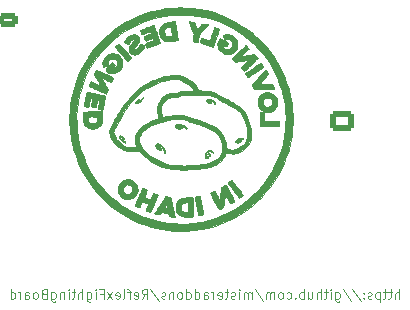
<source format=gbr>
%TF.GenerationSoftware,KiCad,Pcbnew,(7.0.0-0)*%
%TF.CreationDate,2023-08-14T10:15:54-06:00*%
%TF.ProjectId,ReflexFightingBoard,5265666c-6578-4466-9967-6874696e6742,rev?*%
%TF.SameCoordinates,Original*%
%TF.FileFunction,Legend,Bot*%
%TF.FilePolarity,Positive*%
%FSLAX46Y46*%
G04 Gerber Fmt 4.6, Leading zero omitted, Abs format (unit mm)*
G04 Created by KiCad (PCBNEW (7.0.0-0)) date 2023-08-14 10:15:54*
%MOMM*%
%LPD*%
G01*
G04 APERTURE LIST*
G04 Aperture macros list*
%AMRoundRect*
0 Rectangle with rounded corners*
0 $1 Rounding radius*
0 $2 $3 $4 $5 $6 $7 $8 $9 X,Y pos of 4 corners*
0 Add a 4 corners polygon primitive as box body*
4,1,4,$2,$3,$4,$5,$6,$7,$8,$9,$2,$3,0*
0 Add four circle primitives for the rounded corners*
1,1,$1+$1,$2,$3*
1,1,$1+$1,$4,$5*
1,1,$1+$1,$6,$7*
1,1,$1+$1,$8,$9*
0 Add four rect primitives between the rounded corners*
20,1,$1+$1,$2,$3,$4,$5,0*
20,1,$1+$1,$4,$5,$6,$7,0*
20,1,$1+$1,$6,$7,$8,$9,0*
20,1,$1+$1,$8,$9,$2,$3,0*%
G04 Aperture macros list end*
%ADD10C,0.125000*%
%ADD11C,0.010000*%
%ADD12R,1.700000X1.700000*%
%ADD13O,1.700000X1.700000*%
%ADD14RoundRect,0.249999X-0.625001X0.350001X-0.625001X-0.350001X0.625001X-0.350001X0.625001X0.350001X0*%
%ADD15O,1.750000X1.200000*%
%ADD16RoundRect,0.250000X0.625000X-0.350000X0.625000X0.350000X-0.625000X0.350000X-0.625000X-0.350000X0*%
%ADD17R,2.300000X2.300000*%
%ADD18C,2.300000*%
%ADD19C,7.000000*%
%ADD20C,1.300000*%
%ADD21O,2.610000X1.600000*%
%ADD22RoundRect,0.250000X-0.350000X-0.625000X0.350000X-0.625000X0.350000X0.625000X-0.350000X0.625000X0*%
%ADD23O,1.200000X1.750000*%
%ADD24R,1.600000X1.600000*%
%ADD25C,1.600000*%
%ADD26C,4.000000*%
%ADD27C,1.200000*%
%ADD28RoundRect,0.250000X-0.725000X0.600000X-0.725000X-0.600000X0.725000X-0.600000X0.725000X0.600000X0*%
%ADD29O,1.950000X1.700000*%
%ADD30C,0.650000*%
%ADD31O,2.100000X1.000000*%
%ADD32O,1.800000X1.000000*%
G04 APERTURE END LIST*
D10*
X146227145Y-114603904D02*
X146227145Y-113803904D01*
X145884288Y-114603904D02*
X145884288Y-114184857D01*
X145884288Y-114184857D02*
X145922383Y-114108666D01*
X145922383Y-114108666D02*
X145998574Y-114070571D01*
X145998574Y-114070571D02*
X146112860Y-114070571D01*
X146112860Y-114070571D02*
X146189050Y-114108666D01*
X146189050Y-114108666D02*
X146227145Y-114146761D01*
X145617621Y-114070571D02*
X145312859Y-114070571D01*
X145503335Y-113803904D02*
X145503335Y-114489619D01*
X145503335Y-114489619D02*
X145465240Y-114565809D01*
X145465240Y-114565809D02*
X145389050Y-114603904D01*
X145389050Y-114603904D02*
X145312859Y-114603904D01*
X145160478Y-114070571D02*
X144855716Y-114070571D01*
X145046192Y-113803904D02*
X145046192Y-114489619D01*
X145046192Y-114489619D02*
X145008097Y-114565809D01*
X145008097Y-114565809D02*
X144931907Y-114603904D01*
X144931907Y-114603904D02*
X144855716Y-114603904D01*
X144589049Y-114070571D02*
X144589049Y-114870571D01*
X144589049Y-114108666D02*
X144512859Y-114070571D01*
X144512859Y-114070571D02*
X144360478Y-114070571D01*
X144360478Y-114070571D02*
X144284287Y-114108666D01*
X144284287Y-114108666D02*
X144246192Y-114146761D01*
X144246192Y-114146761D02*
X144208097Y-114222952D01*
X144208097Y-114222952D02*
X144208097Y-114451523D01*
X144208097Y-114451523D02*
X144246192Y-114527714D01*
X144246192Y-114527714D02*
X144284287Y-114565809D01*
X144284287Y-114565809D02*
X144360478Y-114603904D01*
X144360478Y-114603904D02*
X144512859Y-114603904D01*
X144512859Y-114603904D02*
X144589049Y-114565809D01*
X143903335Y-114565809D02*
X143827144Y-114603904D01*
X143827144Y-114603904D02*
X143674763Y-114603904D01*
X143674763Y-114603904D02*
X143598573Y-114565809D01*
X143598573Y-114565809D02*
X143560477Y-114489619D01*
X143560477Y-114489619D02*
X143560477Y-114451523D01*
X143560477Y-114451523D02*
X143598573Y-114375333D01*
X143598573Y-114375333D02*
X143674763Y-114337238D01*
X143674763Y-114337238D02*
X143789049Y-114337238D01*
X143789049Y-114337238D02*
X143865239Y-114299142D01*
X143865239Y-114299142D02*
X143903335Y-114222952D01*
X143903335Y-114222952D02*
X143903335Y-114184857D01*
X143903335Y-114184857D02*
X143865239Y-114108666D01*
X143865239Y-114108666D02*
X143789049Y-114070571D01*
X143789049Y-114070571D02*
X143674763Y-114070571D01*
X143674763Y-114070571D02*
X143598573Y-114108666D01*
X143217620Y-114527714D02*
X143179525Y-114565809D01*
X143179525Y-114565809D02*
X143217620Y-114603904D01*
X143217620Y-114603904D02*
X143255716Y-114565809D01*
X143255716Y-114565809D02*
X143217620Y-114527714D01*
X143217620Y-114527714D02*
X143217620Y-114603904D01*
X143217620Y-114108666D02*
X143179525Y-114146761D01*
X143179525Y-114146761D02*
X143217620Y-114184857D01*
X143217620Y-114184857D02*
X143255716Y-114146761D01*
X143255716Y-114146761D02*
X143217620Y-114108666D01*
X143217620Y-114108666D02*
X143217620Y-114184857D01*
X142265240Y-113765809D02*
X142950954Y-114794380D01*
X141427145Y-113765809D02*
X142112859Y-114794380D01*
X140817621Y-114070571D02*
X140817621Y-114718190D01*
X140817621Y-114718190D02*
X140855716Y-114794380D01*
X140855716Y-114794380D02*
X140893812Y-114832476D01*
X140893812Y-114832476D02*
X140970002Y-114870571D01*
X140970002Y-114870571D02*
X141084288Y-114870571D01*
X141084288Y-114870571D02*
X141160478Y-114832476D01*
X140817621Y-114565809D02*
X140893812Y-114603904D01*
X140893812Y-114603904D02*
X141046193Y-114603904D01*
X141046193Y-114603904D02*
X141122383Y-114565809D01*
X141122383Y-114565809D02*
X141160478Y-114527714D01*
X141160478Y-114527714D02*
X141198574Y-114451523D01*
X141198574Y-114451523D02*
X141198574Y-114222952D01*
X141198574Y-114222952D02*
X141160478Y-114146761D01*
X141160478Y-114146761D02*
X141122383Y-114108666D01*
X141122383Y-114108666D02*
X141046193Y-114070571D01*
X141046193Y-114070571D02*
X140893812Y-114070571D01*
X140893812Y-114070571D02*
X140817621Y-114108666D01*
X140436668Y-114603904D02*
X140436668Y-114070571D01*
X140436668Y-113803904D02*
X140474764Y-113842000D01*
X140474764Y-113842000D02*
X140436668Y-113880095D01*
X140436668Y-113880095D02*
X140398573Y-113842000D01*
X140398573Y-113842000D02*
X140436668Y-113803904D01*
X140436668Y-113803904D02*
X140436668Y-113880095D01*
X140170002Y-114070571D02*
X139865240Y-114070571D01*
X140055716Y-113803904D02*
X140055716Y-114489619D01*
X140055716Y-114489619D02*
X140017621Y-114565809D01*
X140017621Y-114565809D02*
X139941431Y-114603904D01*
X139941431Y-114603904D02*
X139865240Y-114603904D01*
X139598573Y-114603904D02*
X139598573Y-113803904D01*
X139255716Y-114603904D02*
X139255716Y-114184857D01*
X139255716Y-114184857D02*
X139293811Y-114108666D01*
X139293811Y-114108666D02*
X139370002Y-114070571D01*
X139370002Y-114070571D02*
X139484288Y-114070571D01*
X139484288Y-114070571D02*
X139560478Y-114108666D01*
X139560478Y-114108666D02*
X139598573Y-114146761D01*
X138531906Y-114070571D02*
X138531906Y-114603904D01*
X138874763Y-114070571D02*
X138874763Y-114489619D01*
X138874763Y-114489619D02*
X138836668Y-114565809D01*
X138836668Y-114565809D02*
X138760478Y-114603904D01*
X138760478Y-114603904D02*
X138646192Y-114603904D01*
X138646192Y-114603904D02*
X138570001Y-114565809D01*
X138570001Y-114565809D02*
X138531906Y-114527714D01*
X138150953Y-114603904D02*
X138150953Y-113803904D01*
X138150953Y-114108666D02*
X138074763Y-114070571D01*
X138074763Y-114070571D02*
X137922382Y-114070571D01*
X137922382Y-114070571D02*
X137846191Y-114108666D01*
X137846191Y-114108666D02*
X137808096Y-114146761D01*
X137808096Y-114146761D02*
X137770001Y-114222952D01*
X137770001Y-114222952D02*
X137770001Y-114451523D01*
X137770001Y-114451523D02*
X137808096Y-114527714D01*
X137808096Y-114527714D02*
X137846191Y-114565809D01*
X137846191Y-114565809D02*
X137922382Y-114603904D01*
X137922382Y-114603904D02*
X138074763Y-114603904D01*
X138074763Y-114603904D02*
X138150953Y-114565809D01*
X137427143Y-114527714D02*
X137389048Y-114565809D01*
X137389048Y-114565809D02*
X137427143Y-114603904D01*
X137427143Y-114603904D02*
X137465239Y-114565809D01*
X137465239Y-114565809D02*
X137427143Y-114527714D01*
X137427143Y-114527714D02*
X137427143Y-114603904D01*
X136703334Y-114565809D02*
X136779525Y-114603904D01*
X136779525Y-114603904D02*
X136931906Y-114603904D01*
X136931906Y-114603904D02*
X137008096Y-114565809D01*
X137008096Y-114565809D02*
X137046191Y-114527714D01*
X137046191Y-114527714D02*
X137084287Y-114451523D01*
X137084287Y-114451523D02*
X137084287Y-114222952D01*
X137084287Y-114222952D02*
X137046191Y-114146761D01*
X137046191Y-114146761D02*
X137008096Y-114108666D01*
X137008096Y-114108666D02*
X136931906Y-114070571D01*
X136931906Y-114070571D02*
X136779525Y-114070571D01*
X136779525Y-114070571D02*
X136703334Y-114108666D01*
X136246192Y-114603904D02*
X136322382Y-114565809D01*
X136322382Y-114565809D02*
X136360477Y-114527714D01*
X136360477Y-114527714D02*
X136398573Y-114451523D01*
X136398573Y-114451523D02*
X136398573Y-114222952D01*
X136398573Y-114222952D02*
X136360477Y-114146761D01*
X136360477Y-114146761D02*
X136322382Y-114108666D01*
X136322382Y-114108666D02*
X136246192Y-114070571D01*
X136246192Y-114070571D02*
X136131906Y-114070571D01*
X136131906Y-114070571D02*
X136055715Y-114108666D01*
X136055715Y-114108666D02*
X136017620Y-114146761D01*
X136017620Y-114146761D02*
X135979525Y-114222952D01*
X135979525Y-114222952D02*
X135979525Y-114451523D01*
X135979525Y-114451523D02*
X136017620Y-114527714D01*
X136017620Y-114527714D02*
X136055715Y-114565809D01*
X136055715Y-114565809D02*
X136131906Y-114603904D01*
X136131906Y-114603904D02*
X136246192Y-114603904D01*
X135636667Y-114603904D02*
X135636667Y-114070571D01*
X135636667Y-114146761D02*
X135598572Y-114108666D01*
X135598572Y-114108666D02*
X135522382Y-114070571D01*
X135522382Y-114070571D02*
X135408096Y-114070571D01*
X135408096Y-114070571D02*
X135331905Y-114108666D01*
X135331905Y-114108666D02*
X135293810Y-114184857D01*
X135293810Y-114184857D02*
X135293810Y-114603904D01*
X135293810Y-114184857D02*
X135255715Y-114108666D01*
X135255715Y-114108666D02*
X135179524Y-114070571D01*
X135179524Y-114070571D02*
X135065239Y-114070571D01*
X135065239Y-114070571D02*
X134989048Y-114108666D01*
X134989048Y-114108666D02*
X134950953Y-114184857D01*
X134950953Y-114184857D02*
X134950953Y-114603904D01*
X133998572Y-113765809D02*
X134684286Y-114794380D01*
X133731905Y-114603904D02*
X133731905Y-114070571D01*
X133731905Y-114146761D02*
X133693810Y-114108666D01*
X133693810Y-114108666D02*
X133617620Y-114070571D01*
X133617620Y-114070571D02*
X133503334Y-114070571D01*
X133503334Y-114070571D02*
X133427143Y-114108666D01*
X133427143Y-114108666D02*
X133389048Y-114184857D01*
X133389048Y-114184857D02*
X133389048Y-114603904D01*
X133389048Y-114184857D02*
X133350953Y-114108666D01*
X133350953Y-114108666D02*
X133274762Y-114070571D01*
X133274762Y-114070571D02*
X133160477Y-114070571D01*
X133160477Y-114070571D02*
X133084286Y-114108666D01*
X133084286Y-114108666D02*
X133046191Y-114184857D01*
X133046191Y-114184857D02*
X133046191Y-114603904D01*
X132665238Y-114603904D02*
X132665238Y-114070571D01*
X132665238Y-113803904D02*
X132703334Y-113842000D01*
X132703334Y-113842000D02*
X132665238Y-113880095D01*
X132665238Y-113880095D02*
X132627143Y-113842000D01*
X132627143Y-113842000D02*
X132665238Y-113803904D01*
X132665238Y-113803904D02*
X132665238Y-113880095D01*
X132322382Y-114565809D02*
X132246191Y-114603904D01*
X132246191Y-114603904D02*
X132093810Y-114603904D01*
X132093810Y-114603904D02*
X132017620Y-114565809D01*
X132017620Y-114565809D02*
X131979524Y-114489619D01*
X131979524Y-114489619D02*
X131979524Y-114451523D01*
X131979524Y-114451523D02*
X132017620Y-114375333D01*
X132017620Y-114375333D02*
X132093810Y-114337238D01*
X132093810Y-114337238D02*
X132208096Y-114337238D01*
X132208096Y-114337238D02*
X132284286Y-114299142D01*
X132284286Y-114299142D02*
X132322382Y-114222952D01*
X132322382Y-114222952D02*
X132322382Y-114184857D01*
X132322382Y-114184857D02*
X132284286Y-114108666D01*
X132284286Y-114108666D02*
X132208096Y-114070571D01*
X132208096Y-114070571D02*
X132093810Y-114070571D01*
X132093810Y-114070571D02*
X132017620Y-114108666D01*
X131750953Y-114070571D02*
X131446191Y-114070571D01*
X131636667Y-113803904D02*
X131636667Y-114489619D01*
X131636667Y-114489619D02*
X131598572Y-114565809D01*
X131598572Y-114565809D02*
X131522382Y-114603904D01*
X131522382Y-114603904D02*
X131446191Y-114603904D01*
X130874762Y-114565809D02*
X130950953Y-114603904D01*
X130950953Y-114603904D02*
X131103334Y-114603904D01*
X131103334Y-114603904D02*
X131179524Y-114565809D01*
X131179524Y-114565809D02*
X131217620Y-114489619D01*
X131217620Y-114489619D02*
X131217620Y-114184857D01*
X131217620Y-114184857D02*
X131179524Y-114108666D01*
X131179524Y-114108666D02*
X131103334Y-114070571D01*
X131103334Y-114070571D02*
X130950953Y-114070571D01*
X130950953Y-114070571D02*
X130874762Y-114108666D01*
X130874762Y-114108666D02*
X130836667Y-114184857D01*
X130836667Y-114184857D02*
X130836667Y-114261047D01*
X130836667Y-114261047D02*
X131217620Y-114337238D01*
X130493810Y-114603904D02*
X130493810Y-114070571D01*
X130493810Y-114222952D02*
X130455715Y-114146761D01*
X130455715Y-114146761D02*
X130417620Y-114108666D01*
X130417620Y-114108666D02*
X130341429Y-114070571D01*
X130341429Y-114070571D02*
X130265239Y-114070571D01*
X129655715Y-114603904D02*
X129655715Y-114184857D01*
X129655715Y-114184857D02*
X129693810Y-114108666D01*
X129693810Y-114108666D02*
X129770001Y-114070571D01*
X129770001Y-114070571D02*
X129922382Y-114070571D01*
X129922382Y-114070571D02*
X129998572Y-114108666D01*
X129655715Y-114565809D02*
X129731906Y-114603904D01*
X129731906Y-114603904D02*
X129922382Y-114603904D01*
X129922382Y-114603904D02*
X129998572Y-114565809D01*
X129998572Y-114565809D02*
X130036668Y-114489619D01*
X130036668Y-114489619D02*
X130036668Y-114413428D01*
X130036668Y-114413428D02*
X129998572Y-114337238D01*
X129998572Y-114337238D02*
X129922382Y-114299142D01*
X129922382Y-114299142D02*
X129731906Y-114299142D01*
X129731906Y-114299142D02*
X129655715Y-114261047D01*
X128931905Y-114603904D02*
X128931905Y-113803904D01*
X128931905Y-114565809D02*
X129008096Y-114603904D01*
X129008096Y-114603904D02*
X129160477Y-114603904D01*
X129160477Y-114603904D02*
X129236667Y-114565809D01*
X129236667Y-114565809D02*
X129274762Y-114527714D01*
X129274762Y-114527714D02*
X129312858Y-114451523D01*
X129312858Y-114451523D02*
X129312858Y-114222952D01*
X129312858Y-114222952D02*
X129274762Y-114146761D01*
X129274762Y-114146761D02*
X129236667Y-114108666D01*
X129236667Y-114108666D02*
X129160477Y-114070571D01*
X129160477Y-114070571D02*
X129008096Y-114070571D01*
X129008096Y-114070571D02*
X128931905Y-114108666D01*
X128208095Y-114603904D02*
X128208095Y-113803904D01*
X128208095Y-114565809D02*
X128284286Y-114603904D01*
X128284286Y-114603904D02*
X128436667Y-114603904D01*
X128436667Y-114603904D02*
X128512857Y-114565809D01*
X128512857Y-114565809D02*
X128550952Y-114527714D01*
X128550952Y-114527714D02*
X128589048Y-114451523D01*
X128589048Y-114451523D02*
X128589048Y-114222952D01*
X128589048Y-114222952D02*
X128550952Y-114146761D01*
X128550952Y-114146761D02*
X128512857Y-114108666D01*
X128512857Y-114108666D02*
X128436667Y-114070571D01*
X128436667Y-114070571D02*
X128284286Y-114070571D01*
X128284286Y-114070571D02*
X128208095Y-114108666D01*
X127712857Y-114603904D02*
X127789047Y-114565809D01*
X127789047Y-114565809D02*
X127827142Y-114527714D01*
X127827142Y-114527714D02*
X127865238Y-114451523D01*
X127865238Y-114451523D02*
X127865238Y-114222952D01*
X127865238Y-114222952D02*
X127827142Y-114146761D01*
X127827142Y-114146761D02*
X127789047Y-114108666D01*
X127789047Y-114108666D02*
X127712857Y-114070571D01*
X127712857Y-114070571D02*
X127598571Y-114070571D01*
X127598571Y-114070571D02*
X127522380Y-114108666D01*
X127522380Y-114108666D02*
X127484285Y-114146761D01*
X127484285Y-114146761D02*
X127446190Y-114222952D01*
X127446190Y-114222952D02*
X127446190Y-114451523D01*
X127446190Y-114451523D02*
X127484285Y-114527714D01*
X127484285Y-114527714D02*
X127522380Y-114565809D01*
X127522380Y-114565809D02*
X127598571Y-114603904D01*
X127598571Y-114603904D02*
X127712857Y-114603904D01*
X127103332Y-114070571D02*
X127103332Y-114603904D01*
X127103332Y-114146761D02*
X127065237Y-114108666D01*
X127065237Y-114108666D02*
X126989047Y-114070571D01*
X126989047Y-114070571D02*
X126874761Y-114070571D01*
X126874761Y-114070571D02*
X126798570Y-114108666D01*
X126798570Y-114108666D02*
X126760475Y-114184857D01*
X126760475Y-114184857D02*
X126760475Y-114603904D01*
X126417618Y-114565809D02*
X126341427Y-114603904D01*
X126341427Y-114603904D02*
X126189046Y-114603904D01*
X126189046Y-114603904D02*
X126112856Y-114565809D01*
X126112856Y-114565809D02*
X126074760Y-114489619D01*
X126074760Y-114489619D02*
X126074760Y-114451523D01*
X126074760Y-114451523D02*
X126112856Y-114375333D01*
X126112856Y-114375333D02*
X126189046Y-114337238D01*
X126189046Y-114337238D02*
X126303332Y-114337238D01*
X126303332Y-114337238D02*
X126379522Y-114299142D01*
X126379522Y-114299142D02*
X126417618Y-114222952D01*
X126417618Y-114222952D02*
X126417618Y-114184857D01*
X126417618Y-114184857D02*
X126379522Y-114108666D01*
X126379522Y-114108666D02*
X126303332Y-114070571D01*
X126303332Y-114070571D02*
X126189046Y-114070571D01*
X126189046Y-114070571D02*
X126112856Y-114108666D01*
X125160475Y-113765809D02*
X125846189Y-114794380D01*
X124436665Y-114603904D02*
X124703332Y-114222952D01*
X124893808Y-114603904D02*
X124893808Y-113803904D01*
X124893808Y-113803904D02*
X124589046Y-113803904D01*
X124589046Y-113803904D02*
X124512856Y-113842000D01*
X124512856Y-113842000D02*
X124474761Y-113880095D01*
X124474761Y-113880095D02*
X124436665Y-113956285D01*
X124436665Y-113956285D02*
X124436665Y-114070571D01*
X124436665Y-114070571D02*
X124474761Y-114146761D01*
X124474761Y-114146761D02*
X124512856Y-114184857D01*
X124512856Y-114184857D02*
X124589046Y-114222952D01*
X124589046Y-114222952D02*
X124893808Y-114222952D01*
X123789046Y-114565809D02*
X123865237Y-114603904D01*
X123865237Y-114603904D02*
X124017618Y-114603904D01*
X124017618Y-114603904D02*
X124093808Y-114565809D01*
X124093808Y-114565809D02*
X124131904Y-114489619D01*
X124131904Y-114489619D02*
X124131904Y-114184857D01*
X124131904Y-114184857D02*
X124093808Y-114108666D01*
X124093808Y-114108666D02*
X124017618Y-114070571D01*
X124017618Y-114070571D02*
X123865237Y-114070571D01*
X123865237Y-114070571D02*
X123789046Y-114108666D01*
X123789046Y-114108666D02*
X123750951Y-114184857D01*
X123750951Y-114184857D02*
X123750951Y-114261047D01*
X123750951Y-114261047D02*
X124131904Y-114337238D01*
X123522380Y-114070571D02*
X123217618Y-114070571D01*
X123408094Y-114603904D02*
X123408094Y-113918190D01*
X123408094Y-113918190D02*
X123369999Y-113842000D01*
X123369999Y-113842000D02*
X123293809Y-113803904D01*
X123293809Y-113803904D02*
X123217618Y-113803904D01*
X122836666Y-114603904D02*
X122912856Y-114565809D01*
X122912856Y-114565809D02*
X122950951Y-114489619D01*
X122950951Y-114489619D02*
X122950951Y-113803904D01*
X122227141Y-114565809D02*
X122303332Y-114603904D01*
X122303332Y-114603904D02*
X122455713Y-114603904D01*
X122455713Y-114603904D02*
X122531903Y-114565809D01*
X122531903Y-114565809D02*
X122569999Y-114489619D01*
X122569999Y-114489619D02*
X122569999Y-114184857D01*
X122569999Y-114184857D02*
X122531903Y-114108666D01*
X122531903Y-114108666D02*
X122455713Y-114070571D01*
X122455713Y-114070571D02*
X122303332Y-114070571D01*
X122303332Y-114070571D02*
X122227141Y-114108666D01*
X122227141Y-114108666D02*
X122189046Y-114184857D01*
X122189046Y-114184857D02*
X122189046Y-114261047D01*
X122189046Y-114261047D02*
X122569999Y-114337238D01*
X121922380Y-114603904D02*
X121503332Y-114070571D01*
X121922380Y-114070571D02*
X121503332Y-114603904D01*
X120931904Y-114184857D02*
X121198570Y-114184857D01*
X121198570Y-114603904D02*
X121198570Y-113803904D01*
X121198570Y-113803904D02*
X120817618Y-113803904D01*
X120512856Y-114603904D02*
X120512856Y-114070571D01*
X120512856Y-113803904D02*
X120550952Y-113842000D01*
X120550952Y-113842000D02*
X120512856Y-113880095D01*
X120512856Y-113880095D02*
X120474761Y-113842000D01*
X120474761Y-113842000D02*
X120512856Y-113803904D01*
X120512856Y-113803904D02*
X120512856Y-113880095D01*
X119789047Y-114070571D02*
X119789047Y-114718190D01*
X119789047Y-114718190D02*
X119827142Y-114794380D01*
X119827142Y-114794380D02*
X119865238Y-114832476D01*
X119865238Y-114832476D02*
X119941428Y-114870571D01*
X119941428Y-114870571D02*
X120055714Y-114870571D01*
X120055714Y-114870571D02*
X120131904Y-114832476D01*
X119789047Y-114565809D02*
X119865238Y-114603904D01*
X119865238Y-114603904D02*
X120017619Y-114603904D01*
X120017619Y-114603904D02*
X120093809Y-114565809D01*
X120093809Y-114565809D02*
X120131904Y-114527714D01*
X120131904Y-114527714D02*
X120170000Y-114451523D01*
X120170000Y-114451523D02*
X120170000Y-114222952D01*
X120170000Y-114222952D02*
X120131904Y-114146761D01*
X120131904Y-114146761D02*
X120093809Y-114108666D01*
X120093809Y-114108666D02*
X120017619Y-114070571D01*
X120017619Y-114070571D02*
X119865238Y-114070571D01*
X119865238Y-114070571D02*
X119789047Y-114108666D01*
X119408094Y-114603904D02*
X119408094Y-113803904D01*
X119065237Y-114603904D02*
X119065237Y-114184857D01*
X119065237Y-114184857D02*
X119103332Y-114108666D01*
X119103332Y-114108666D02*
X119179523Y-114070571D01*
X119179523Y-114070571D02*
X119293809Y-114070571D01*
X119293809Y-114070571D02*
X119369999Y-114108666D01*
X119369999Y-114108666D02*
X119408094Y-114146761D01*
X118798570Y-114070571D02*
X118493808Y-114070571D01*
X118684284Y-113803904D02*
X118684284Y-114489619D01*
X118684284Y-114489619D02*
X118646189Y-114565809D01*
X118646189Y-114565809D02*
X118569999Y-114603904D01*
X118569999Y-114603904D02*
X118493808Y-114603904D01*
X118227141Y-114603904D02*
X118227141Y-114070571D01*
X118227141Y-113803904D02*
X118265237Y-113842000D01*
X118265237Y-113842000D02*
X118227141Y-113880095D01*
X118227141Y-113880095D02*
X118189046Y-113842000D01*
X118189046Y-113842000D02*
X118227141Y-113803904D01*
X118227141Y-113803904D02*
X118227141Y-113880095D01*
X117846189Y-114070571D02*
X117846189Y-114603904D01*
X117846189Y-114146761D02*
X117808094Y-114108666D01*
X117808094Y-114108666D02*
X117731904Y-114070571D01*
X117731904Y-114070571D02*
X117617618Y-114070571D01*
X117617618Y-114070571D02*
X117541427Y-114108666D01*
X117541427Y-114108666D02*
X117503332Y-114184857D01*
X117503332Y-114184857D02*
X117503332Y-114603904D01*
X116779522Y-114070571D02*
X116779522Y-114718190D01*
X116779522Y-114718190D02*
X116817617Y-114794380D01*
X116817617Y-114794380D02*
X116855713Y-114832476D01*
X116855713Y-114832476D02*
X116931903Y-114870571D01*
X116931903Y-114870571D02*
X117046189Y-114870571D01*
X117046189Y-114870571D02*
X117122379Y-114832476D01*
X116779522Y-114565809D02*
X116855713Y-114603904D01*
X116855713Y-114603904D02*
X117008094Y-114603904D01*
X117008094Y-114603904D02*
X117084284Y-114565809D01*
X117084284Y-114565809D02*
X117122379Y-114527714D01*
X117122379Y-114527714D02*
X117160475Y-114451523D01*
X117160475Y-114451523D02*
X117160475Y-114222952D01*
X117160475Y-114222952D02*
X117122379Y-114146761D01*
X117122379Y-114146761D02*
X117084284Y-114108666D01*
X117084284Y-114108666D02*
X117008094Y-114070571D01*
X117008094Y-114070571D02*
X116855713Y-114070571D01*
X116855713Y-114070571D02*
X116779522Y-114108666D01*
X116131903Y-114184857D02*
X116017617Y-114222952D01*
X116017617Y-114222952D02*
X115979522Y-114261047D01*
X115979522Y-114261047D02*
X115941426Y-114337238D01*
X115941426Y-114337238D02*
X115941426Y-114451523D01*
X115941426Y-114451523D02*
X115979522Y-114527714D01*
X115979522Y-114527714D02*
X116017617Y-114565809D01*
X116017617Y-114565809D02*
X116093807Y-114603904D01*
X116093807Y-114603904D02*
X116398569Y-114603904D01*
X116398569Y-114603904D02*
X116398569Y-113803904D01*
X116398569Y-113803904D02*
X116131903Y-113803904D01*
X116131903Y-113803904D02*
X116055712Y-113842000D01*
X116055712Y-113842000D02*
X116017617Y-113880095D01*
X116017617Y-113880095D02*
X115979522Y-113956285D01*
X115979522Y-113956285D02*
X115979522Y-114032476D01*
X115979522Y-114032476D02*
X116017617Y-114108666D01*
X116017617Y-114108666D02*
X116055712Y-114146761D01*
X116055712Y-114146761D02*
X116131903Y-114184857D01*
X116131903Y-114184857D02*
X116398569Y-114184857D01*
X115484284Y-114603904D02*
X115560474Y-114565809D01*
X115560474Y-114565809D02*
X115598569Y-114527714D01*
X115598569Y-114527714D02*
X115636665Y-114451523D01*
X115636665Y-114451523D02*
X115636665Y-114222952D01*
X115636665Y-114222952D02*
X115598569Y-114146761D01*
X115598569Y-114146761D02*
X115560474Y-114108666D01*
X115560474Y-114108666D02*
X115484284Y-114070571D01*
X115484284Y-114070571D02*
X115369998Y-114070571D01*
X115369998Y-114070571D02*
X115293807Y-114108666D01*
X115293807Y-114108666D02*
X115255712Y-114146761D01*
X115255712Y-114146761D02*
X115217617Y-114222952D01*
X115217617Y-114222952D02*
X115217617Y-114451523D01*
X115217617Y-114451523D02*
X115255712Y-114527714D01*
X115255712Y-114527714D02*
X115293807Y-114565809D01*
X115293807Y-114565809D02*
X115369998Y-114603904D01*
X115369998Y-114603904D02*
X115484284Y-114603904D01*
X114531902Y-114603904D02*
X114531902Y-114184857D01*
X114531902Y-114184857D02*
X114569997Y-114108666D01*
X114569997Y-114108666D02*
X114646188Y-114070571D01*
X114646188Y-114070571D02*
X114798569Y-114070571D01*
X114798569Y-114070571D02*
X114874759Y-114108666D01*
X114531902Y-114565809D02*
X114608093Y-114603904D01*
X114608093Y-114603904D02*
X114798569Y-114603904D01*
X114798569Y-114603904D02*
X114874759Y-114565809D01*
X114874759Y-114565809D02*
X114912855Y-114489619D01*
X114912855Y-114489619D02*
X114912855Y-114413428D01*
X114912855Y-114413428D02*
X114874759Y-114337238D01*
X114874759Y-114337238D02*
X114798569Y-114299142D01*
X114798569Y-114299142D02*
X114608093Y-114299142D01*
X114608093Y-114299142D02*
X114531902Y-114261047D01*
X114150949Y-114603904D02*
X114150949Y-114070571D01*
X114150949Y-114222952D02*
X114112854Y-114146761D01*
X114112854Y-114146761D02*
X114074759Y-114108666D01*
X114074759Y-114108666D02*
X113998568Y-114070571D01*
X113998568Y-114070571D02*
X113922378Y-114070571D01*
X113312854Y-114603904D02*
X113312854Y-113803904D01*
X113312854Y-114565809D02*
X113389045Y-114603904D01*
X113389045Y-114603904D02*
X113541426Y-114603904D01*
X113541426Y-114603904D02*
X113617616Y-114565809D01*
X113617616Y-114565809D02*
X113655711Y-114527714D01*
X113655711Y-114527714D02*
X113693807Y-114451523D01*
X113693807Y-114451523D02*
X113693807Y-114222952D01*
X113693807Y-114222952D02*
X113655711Y-114146761D01*
X113655711Y-114146761D02*
X113617616Y-114108666D01*
X113617616Y-114108666D02*
X113541426Y-114070571D01*
X113541426Y-114070571D02*
X113389045Y-114070571D01*
X113389045Y-114070571D02*
X113312854Y-114108666D01*
%TO.C,Ref\u002A\u002A*%
G36*
X122678065Y-100799346D02*
G01*
X122750328Y-100838709D01*
X122768666Y-100853111D01*
X122832286Y-100912744D01*
X122883403Y-100974796D01*
X122915029Y-101029818D01*
X122920177Y-101068363D01*
X122913337Y-101082691D01*
X122896113Y-101094603D01*
X122868510Y-101083793D01*
X122824764Y-101047155D01*
X122759112Y-100981584D01*
X122729652Y-100952598D01*
X122662057Y-100897467D01*
X122607400Y-100867564D01*
X122570134Y-100862546D01*
X122554714Y-100882067D01*
X122565594Y-100925782D01*
X122607228Y-100993346D01*
X122615774Y-101004576D01*
X122703222Y-101096201D01*
X122815941Y-101184848D01*
X122939791Y-101259216D01*
X122982264Y-101283534D01*
X123028481Y-101322874D01*
X123039858Y-101356193D01*
X123013875Y-101379403D01*
X122996282Y-101379407D01*
X122945364Y-101362169D01*
X122875660Y-101327911D01*
X122796592Y-101281885D01*
X122717584Y-101229341D01*
X122648057Y-101175532D01*
X122645343Y-101173198D01*
X122567474Y-101093175D01*
X122510263Y-101008824D01*
X122476874Y-100927756D01*
X122470476Y-100857578D01*
X122494233Y-100805900D01*
X122533239Y-100784912D01*
X122601162Y-100780832D01*
X122678065Y-100799346D01*
G37*
D11*
X122678065Y-100799346D02*
X122750328Y-100838709D01*
X122768666Y-100853111D01*
X122832286Y-100912744D01*
X122883403Y-100974796D01*
X122915029Y-101029818D01*
X122920177Y-101068363D01*
X122913337Y-101082691D01*
X122896113Y-101094603D01*
X122868510Y-101083793D01*
X122824764Y-101047155D01*
X122759112Y-100981584D01*
X122729652Y-100952598D01*
X122662057Y-100897467D01*
X122607400Y-100867564D01*
X122570134Y-100862546D01*
X122554714Y-100882067D01*
X122565594Y-100925782D01*
X122607228Y-100993346D01*
X122615774Y-101004576D01*
X122703222Y-101096201D01*
X122815941Y-101184848D01*
X122939791Y-101259216D01*
X122982264Y-101283534D01*
X123028481Y-101322874D01*
X123039858Y-101356193D01*
X123013875Y-101379403D01*
X122996282Y-101379407D01*
X122945364Y-101362169D01*
X122875660Y-101327911D01*
X122796592Y-101281885D01*
X122717584Y-101229341D01*
X122648057Y-101175532D01*
X122645343Y-101173198D01*
X122567474Y-101093175D01*
X122510263Y-101008824D01*
X122476874Y-100927756D01*
X122470476Y-100857578D01*
X122494233Y-100805900D01*
X122533239Y-100784912D01*
X122601162Y-100780832D01*
X122678065Y-100799346D01*
G36*
X124522000Y-97590890D02*
G01*
X124518108Y-97603970D01*
X124491412Y-97647194D01*
X124445582Y-97706781D01*
X124387927Y-97773993D01*
X124325761Y-97840093D01*
X124266393Y-97896343D01*
X124254978Y-97905984D01*
X124182666Y-97959184D01*
X124109250Y-98003830D01*
X124014110Y-98040858D01*
X123935337Y-98045274D01*
X123877928Y-98016738D01*
X123871390Y-98009905D01*
X123847855Y-97968169D01*
X123856469Y-97922253D01*
X123898560Y-97862199D01*
X123924194Y-97837000D01*
X123980997Y-97794988D01*
X124048734Y-97754482D01*
X124116157Y-97721393D01*
X124172020Y-97701631D01*
X124205076Y-97701107D01*
X124220806Y-97715003D01*
X124219860Y-97744425D01*
X124179569Y-97780033D01*
X124098881Y-97823037D01*
X124036976Y-97855781D01*
X123979693Y-97894628D01*
X123948515Y-97926708D01*
X123947104Y-97929355D01*
X123935563Y-97957313D01*
X123948855Y-97964878D01*
X123995179Y-97957456D01*
X124013984Y-97952963D01*
X124114156Y-97907082D01*
X124224741Y-97821817D01*
X124346551Y-97696566D01*
X124352637Y-97689669D01*
X124424675Y-97614556D01*
X124477830Y-97572504D01*
X124510729Y-97564340D01*
X124522000Y-97590890D01*
G37*
X124522000Y-97590890D02*
X124518108Y-97603970D01*
X124491412Y-97647194D01*
X124445582Y-97706781D01*
X124387927Y-97773993D01*
X124325761Y-97840093D01*
X124266393Y-97896343D01*
X124254978Y-97905984D01*
X124182666Y-97959184D01*
X124109250Y-98003830D01*
X124014110Y-98040858D01*
X123935337Y-98045274D01*
X123877928Y-98016738D01*
X123871390Y-98009905D01*
X123847855Y-97968169D01*
X123856469Y-97922253D01*
X123898560Y-97862199D01*
X123924194Y-97837000D01*
X123980997Y-97794988D01*
X124048734Y-97754482D01*
X124116157Y-97721393D01*
X124172020Y-97701631D01*
X124205076Y-97701107D01*
X124220806Y-97715003D01*
X124219860Y-97744425D01*
X124179569Y-97780033D01*
X124098881Y-97823037D01*
X124036976Y-97855781D01*
X123979693Y-97894628D01*
X123948515Y-97926708D01*
X123947104Y-97929355D01*
X123935563Y-97957313D01*
X123948855Y-97964878D01*
X123995179Y-97957456D01*
X124013984Y-97952963D01*
X124114156Y-97907082D01*
X124224741Y-97821817D01*
X124346551Y-97696566D01*
X124352637Y-97689669D01*
X124424675Y-97614556D01*
X124477830Y-97572504D01*
X124510729Y-97564340D01*
X124522000Y-97590890D01*
G36*
X132006266Y-104557394D02*
G01*
X132037720Y-104588778D01*
X132089219Y-104647444D01*
X132157183Y-104728779D01*
X132238030Y-104828169D01*
X132328179Y-104941001D01*
X132424050Y-105062661D01*
X132522062Y-105188534D01*
X132618632Y-105314009D01*
X132710182Y-105434471D01*
X132793128Y-105545307D01*
X132863892Y-105641902D01*
X132918890Y-105719645D01*
X132954544Y-105773920D01*
X132967270Y-105800114D01*
X132965427Y-105807167D01*
X132939740Y-105841467D01*
X132890111Y-105889224D01*
X132824625Y-105942373D01*
X132801187Y-105959751D01*
X132735527Y-106005817D01*
X132684188Y-106038069D01*
X132656691Y-106050384D01*
X132646955Y-106042816D01*
X132613664Y-106006248D01*
X132560892Y-105943455D01*
X132492152Y-105858975D01*
X132410957Y-105757351D01*
X132320819Y-105643122D01*
X132225254Y-105520830D01*
X132127774Y-105395014D01*
X132031892Y-105270216D01*
X131941122Y-105150975D01*
X131858977Y-105041834D01*
X131788970Y-104947331D01*
X131734616Y-104872009D01*
X131699427Y-104820407D01*
X131686916Y-104797065D01*
X131696158Y-104778478D01*
X131732643Y-104739210D01*
X131787789Y-104690493D01*
X131851825Y-104639940D01*
X131914983Y-104595164D01*
X131967493Y-104563779D01*
X131999586Y-104553398D01*
X132006266Y-104557394D01*
G37*
X132006266Y-104557394D02*
X132037720Y-104588778D01*
X132089219Y-104647444D01*
X132157183Y-104728779D01*
X132238030Y-104828169D01*
X132328179Y-104941001D01*
X132424050Y-105062661D01*
X132522062Y-105188534D01*
X132618632Y-105314009D01*
X132710182Y-105434471D01*
X132793128Y-105545307D01*
X132863892Y-105641902D01*
X132918890Y-105719645D01*
X132954544Y-105773920D01*
X132967270Y-105800114D01*
X132965427Y-105807167D01*
X132939740Y-105841467D01*
X132890111Y-105889224D01*
X132824625Y-105942373D01*
X132801187Y-105959751D01*
X132735527Y-106005817D01*
X132684188Y-106038069D01*
X132656691Y-106050384D01*
X132646955Y-106042816D01*
X132613664Y-106006248D01*
X132560892Y-105943455D01*
X132492152Y-105858975D01*
X132410957Y-105757351D01*
X132320819Y-105643122D01*
X132225254Y-105520830D01*
X132127774Y-105395014D01*
X132031892Y-105270216D01*
X131941122Y-105150975D01*
X131858977Y-105041834D01*
X131788970Y-104947331D01*
X131734616Y-104872009D01*
X131699427Y-104820407D01*
X131686916Y-104797065D01*
X131696158Y-104778478D01*
X131732643Y-104739210D01*
X131787789Y-104690493D01*
X131851825Y-104639940D01*
X131914983Y-104595164D01*
X131967493Y-104563779D01*
X131999586Y-104553398D01*
X132006266Y-104557394D01*
G36*
X122499478Y-93020862D02*
G01*
X122532841Y-93051428D01*
X122587731Y-93107935D01*
X122660306Y-93185973D01*
X122746726Y-93281135D01*
X122843147Y-93389009D01*
X122945729Y-93505187D01*
X123050630Y-93625259D01*
X123154008Y-93744817D01*
X123252022Y-93859450D01*
X123340830Y-93964749D01*
X123416589Y-94056305D01*
X123475460Y-94129709D01*
X123513600Y-94180551D01*
X123527166Y-94204422D01*
X123524894Y-94211870D01*
X123499215Y-94246630D01*
X123451015Y-94296704D01*
X123387890Y-94353938D01*
X123361598Y-94376157D01*
X123300870Y-94425608D01*
X123255423Y-94459963D01*
X123233547Y-94472834D01*
X123217288Y-94462865D01*
X123176040Y-94424637D01*
X123115014Y-94361800D01*
X123037913Y-94278663D01*
X122948442Y-94179537D01*
X122850306Y-94068730D01*
X122747207Y-93950551D01*
X122642852Y-93829311D01*
X122540944Y-93709319D01*
X122445188Y-93594883D01*
X122359287Y-93490314D01*
X122286947Y-93399921D01*
X122231872Y-93328013D01*
X122197766Y-93278901D01*
X122188333Y-93256892D01*
X122194105Y-93248289D01*
X122231320Y-93207268D01*
X122286512Y-93156967D01*
X122349947Y-93105073D01*
X122411892Y-93059275D01*
X122462615Y-93027262D01*
X122492382Y-93016720D01*
X122499478Y-93020862D01*
G37*
X122499478Y-93020862D02*
X122532841Y-93051428D01*
X122587731Y-93107935D01*
X122660306Y-93185973D01*
X122746726Y-93281135D01*
X122843147Y-93389009D01*
X122945729Y-93505187D01*
X123050630Y-93625259D01*
X123154008Y-93744817D01*
X123252022Y-93859450D01*
X123340830Y-93964749D01*
X123416589Y-94056305D01*
X123475460Y-94129709D01*
X123513600Y-94180551D01*
X123527166Y-94204422D01*
X123524894Y-94211870D01*
X123499215Y-94246630D01*
X123451015Y-94296704D01*
X123387890Y-94353938D01*
X123361598Y-94376157D01*
X123300870Y-94425608D01*
X123255423Y-94459963D01*
X123233547Y-94472834D01*
X123217288Y-94462865D01*
X123176040Y-94424637D01*
X123115014Y-94361800D01*
X123037913Y-94278663D01*
X122948442Y-94179537D01*
X122850306Y-94068730D01*
X122747207Y-93950551D01*
X122642852Y-93829311D01*
X122540944Y-93709319D01*
X122445188Y-93594883D01*
X122359287Y-93490314D01*
X122286947Y-93399921D01*
X122231872Y-93328013D01*
X122197766Y-93278901D01*
X122188333Y-93256892D01*
X122194105Y-93248289D01*
X122231320Y-93207268D01*
X122286512Y-93156967D01*
X122349947Y-93105073D01*
X122411892Y-93059275D01*
X122462615Y-93027262D01*
X122492382Y-93016720D01*
X122499478Y-93020862D01*
G36*
X134487475Y-94621417D02*
G01*
X134512565Y-94642676D01*
X134551583Y-94689134D01*
X134597809Y-94751099D01*
X134644525Y-94818880D01*
X134685014Y-94882786D01*
X134712557Y-94933124D01*
X134720435Y-94960203D01*
X134720390Y-94960314D01*
X134701130Y-94976713D01*
X134650727Y-95013845D01*
X134573125Y-95068959D01*
X134472272Y-95139301D01*
X134352112Y-95222120D01*
X134216591Y-95314663D01*
X134069655Y-95414177D01*
X134066832Y-95416081D01*
X133919491Y-95515015D01*
X133782773Y-95605968D01*
X133660740Y-95686303D01*
X133557455Y-95753378D01*
X133476982Y-95804557D01*
X133423382Y-95837200D01*
X133400719Y-95848667D01*
X133381172Y-95836214D01*
X133345296Y-95795414D01*
X133301777Y-95735978D01*
X133257218Y-95668047D01*
X133218220Y-95601762D01*
X133191384Y-95547264D01*
X133183311Y-95514693D01*
X133188929Y-95507540D01*
X133224023Y-95477921D01*
X133287101Y-95429979D01*
X133373381Y-95367000D01*
X133478077Y-95292266D01*
X133596405Y-95209063D01*
X133723579Y-95120674D01*
X133854816Y-95030385D01*
X133985330Y-94941478D01*
X134110336Y-94857239D01*
X134225051Y-94780951D01*
X134324689Y-94715899D01*
X134404466Y-94665367D01*
X134459597Y-94632639D01*
X134485297Y-94621000D01*
X134487475Y-94621417D01*
G37*
X134487475Y-94621417D02*
X134512565Y-94642676D01*
X134551583Y-94689134D01*
X134597809Y-94751099D01*
X134644525Y-94818880D01*
X134685014Y-94882786D01*
X134712557Y-94933124D01*
X134720435Y-94960203D01*
X134720390Y-94960314D01*
X134701130Y-94976713D01*
X134650727Y-95013845D01*
X134573125Y-95068959D01*
X134472272Y-95139301D01*
X134352112Y-95222120D01*
X134216591Y-95314663D01*
X134069655Y-95414177D01*
X134066832Y-95416081D01*
X133919491Y-95515015D01*
X133782773Y-95605968D01*
X133660740Y-95686303D01*
X133557455Y-95753378D01*
X133476982Y-95804557D01*
X133423382Y-95837200D01*
X133400719Y-95848667D01*
X133381172Y-95836214D01*
X133345296Y-95795414D01*
X133301777Y-95735978D01*
X133257218Y-95668047D01*
X133218220Y-95601762D01*
X133191384Y-95547264D01*
X133183311Y-95514693D01*
X133188929Y-95507540D01*
X133224023Y-95477921D01*
X133287101Y-95429979D01*
X133373381Y-95367000D01*
X133478077Y-95292266D01*
X133596405Y-95209063D01*
X133723579Y-95120674D01*
X133854816Y-95030385D01*
X133985330Y-94941478D01*
X134110336Y-94857239D01*
X134225051Y-94780951D01*
X134324689Y-94715899D01*
X134404466Y-94665367D01*
X134459597Y-94632639D01*
X134485297Y-94621000D01*
X134487475Y-94621417D01*
G36*
X134804197Y-99177125D02*
G01*
X134806065Y-99285511D01*
X134808377Y-99393037D01*
X134810727Y-99478729D01*
X134812924Y-99535755D01*
X134814780Y-99557283D01*
X134815395Y-99557461D01*
X134842561Y-99559101D01*
X134905868Y-99561323D01*
X134999902Y-99563983D01*
X135119252Y-99566938D01*
X135258505Y-99570044D01*
X135412250Y-99573158D01*
X136004916Y-99584584D01*
X136011049Y-99783898D01*
X136012286Y-99838390D01*
X136010883Y-99925136D01*
X136003593Y-99977940D01*
X135989882Y-100002287D01*
X135986810Y-100003771D01*
X135948806Y-100009459D01*
X135879009Y-100012416D01*
X135786104Y-100012444D01*
X135678778Y-100009347D01*
X135656672Y-100008467D01*
X135539662Y-100004928D01*
X135394353Y-100001869D01*
X135232115Y-99999467D01*
X135064317Y-99997896D01*
X134902330Y-99997334D01*
X134801179Y-99997259D01*
X134667088Y-99996651D01*
X134567086Y-99995113D01*
X134496060Y-99992268D01*
X134448897Y-99987741D01*
X134420484Y-99981153D01*
X134405709Y-99972129D01*
X134399460Y-99960292D01*
X134397340Y-99932825D01*
X134396259Y-99868118D01*
X134396356Y-99772719D01*
X134397592Y-99652625D01*
X134399928Y-99513831D01*
X134403325Y-99362334D01*
X134417416Y-98801417D01*
X134798416Y-98801417D01*
X134804197Y-99177125D01*
G37*
X134804197Y-99177125D02*
X134806065Y-99285511D01*
X134808377Y-99393037D01*
X134810727Y-99478729D01*
X134812924Y-99535755D01*
X134814780Y-99557283D01*
X134815395Y-99557461D01*
X134842561Y-99559101D01*
X134905868Y-99561323D01*
X134999902Y-99563983D01*
X135119252Y-99566938D01*
X135258505Y-99570044D01*
X135412250Y-99573158D01*
X136004916Y-99584584D01*
X136011049Y-99783898D01*
X136012286Y-99838390D01*
X136010883Y-99925136D01*
X136003593Y-99977940D01*
X135989882Y-100002287D01*
X135986810Y-100003771D01*
X135948806Y-100009459D01*
X135879009Y-100012416D01*
X135786104Y-100012444D01*
X135678778Y-100009347D01*
X135656672Y-100008467D01*
X135539662Y-100004928D01*
X135394353Y-100001869D01*
X135232115Y-99999467D01*
X135064317Y-99997896D01*
X134902330Y-99997334D01*
X134801179Y-99997259D01*
X134667088Y-99996651D01*
X134567086Y-99995113D01*
X134496060Y-99992268D01*
X134448897Y-99987741D01*
X134420484Y-99981153D01*
X134405709Y-99972129D01*
X134399460Y-99960292D01*
X134397340Y-99932825D01*
X134396259Y-99868118D01*
X134396356Y-99772719D01*
X134397592Y-99652625D01*
X134399928Y-99513831D01*
X134403325Y-99362334D01*
X134417416Y-98801417D01*
X134798416Y-98801417D01*
X134804197Y-99177125D01*
G36*
X129306622Y-105885627D02*
G01*
X129313835Y-105898182D01*
X129329761Y-105947416D01*
X129351528Y-106028545D01*
X129377948Y-106135944D01*
X129407832Y-106263988D01*
X129439991Y-106407055D01*
X129473238Y-106559520D01*
X129506383Y-106715758D01*
X129538237Y-106870147D01*
X129567612Y-107017061D01*
X129593320Y-107150877D01*
X129614171Y-107265970D01*
X129628978Y-107356717D01*
X129636551Y-107417494D01*
X129635701Y-107442676D01*
X129634534Y-107443657D01*
X129603580Y-107456643D01*
X129544202Y-107474467D01*
X129468100Y-107493574D01*
X129398903Y-107509141D01*
X129322389Y-107524214D01*
X129274156Y-107529355D01*
X129246583Y-107525169D01*
X129232051Y-107512258D01*
X129227084Y-107498846D01*
X129213661Y-107447812D01*
X129194480Y-107365290D01*
X129170660Y-107256889D01*
X129143320Y-107128215D01*
X129113579Y-106984876D01*
X129082555Y-106832480D01*
X129051367Y-106676635D01*
X129021133Y-106522949D01*
X128992973Y-106377027D01*
X128968005Y-106244480D01*
X128947347Y-106130914D01*
X128932119Y-106041936D01*
X128923439Y-105983155D01*
X128922425Y-105960178D01*
X128934166Y-105953332D01*
X128981780Y-105937685D01*
X129052038Y-105920512D01*
X129132296Y-105904265D01*
X129209909Y-105891400D01*
X129272233Y-105884370D01*
X129306622Y-105885627D01*
G37*
X129306622Y-105885627D02*
X129313835Y-105898182D01*
X129329761Y-105947416D01*
X129351528Y-106028545D01*
X129377948Y-106135944D01*
X129407832Y-106263988D01*
X129439991Y-106407055D01*
X129473238Y-106559520D01*
X129506383Y-106715758D01*
X129538237Y-106870147D01*
X129567612Y-107017061D01*
X129593320Y-107150877D01*
X129614171Y-107265970D01*
X129628978Y-107356717D01*
X129636551Y-107417494D01*
X129635701Y-107442676D01*
X129634534Y-107443657D01*
X129603580Y-107456643D01*
X129544202Y-107474467D01*
X129468100Y-107493574D01*
X129398903Y-107509141D01*
X129322389Y-107524214D01*
X129274156Y-107529355D01*
X129246583Y-107525169D01*
X129232051Y-107512258D01*
X129227084Y-107498846D01*
X129213661Y-107447812D01*
X129194480Y-107365290D01*
X129170660Y-107256889D01*
X129143320Y-107128215D01*
X129113579Y-106984876D01*
X129082555Y-106832480D01*
X129051367Y-106676635D01*
X129021133Y-106522949D01*
X128992973Y-106377027D01*
X128968005Y-106244480D01*
X128947347Y-106130914D01*
X128932119Y-106041936D01*
X128923439Y-105983155D01*
X128922425Y-105960178D01*
X128934166Y-105953332D01*
X128981780Y-105937685D01*
X129052038Y-105920512D01*
X129132296Y-105904265D01*
X129209909Y-105891400D01*
X129272233Y-105884370D01*
X129306622Y-105885627D01*
G36*
X130120300Y-97679236D02*
G01*
X130226565Y-97707585D01*
X130334139Y-97750319D01*
X130434057Y-97804215D01*
X130517354Y-97866053D01*
X130575066Y-97932611D01*
X130595157Y-97973175D01*
X130614126Y-98040830D01*
X130617597Y-98102384D01*
X130603448Y-98142163D01*
X130580289Y-98152528D01*
X130551568Y-98128618D01*
X130522332Y-98063127D01*
X130520312Y-98057366D01*
X130473173Y-97965838D01*
X130401115Y-97895632D01*
X130295540Y-97838218D01*
X130252904Y-97821973D01*
X130175640Y-97799806D01*
X130097580Y-97784186D01*
X130029045Y-97776567D01*
X129980356Y-97778406D01*
X129961833Y-97791157D01*
X129966622Y-97803256D01*
X129995103Y-97837480D01*
X130037541Y-97876918D01*
X130080337Y-97909461D01*
X130109893Y-97923000D01*
X130125186Y-97925039D01*
X130166477Y-97936431D01*
X130183863Y-97942076D01*
X130190545Y-97939942D01*
X130163715Y-97917555D01*
X130152038Y-97908001D01*
X130134525Y-97881422D01*
X130149970Y-97851765D01*
X130167278Y-97834461D01*
X130193481Y-97830199D01*
X130237629Y-97849242D01*
X130264212Y-97865372D01*
X130307041Y-97912977D01*
X130312831Y-97964187D01*
X130279677Y-98011645D01*
X130277149Y-98013675D01*
X130233795Y-98040497D01*
X130188749Y-98046751D01*
X130130755Y-98031585D01*
X130048557Y-97994145D01*
X129965448Y-97942533D01*
X129901851Y-97878309D01*
X129870616Y-97812040D01*
X129874209Y-97749249D01*
X129915099Y-97695459D01*
X129947553Y-97678576D01*
X130024307Y-97668492D01*
X130120300Y-97679236D01*
G37*
X130120300Y-97679236D02*
X130226565Y-97707585D01*
X130334139Y-97750319D01*
X130434057Y-97804215D01*
X130517354Y-97866053D01*
X130575066Y-97932611D01*
X130595157Y-97973175D01*
X130614126Y-98040830D01*
X130617597Y-98102384D01*
X130603448Y-98142163D01*
X130580289Y-98152528D01*
X130551568Y-98128618D01*
X130522332Y-98063127D01*
X130520312Y-98057366D01*
X130473173Y-97965838D01*
X130401115Y-97895632D01*
X130295540Y-97838218D01*
X130252904Y-97821973D01*
X130175640Y-97799806D01*
X130097580Y-97784186D01*
X130029045Y-97776567D01*
X129980356Y-97778406D01*
X129961833Y-97791157D01*
X129966622Y-97803256D01*
X129995103Y-97837480D01*
X130037541Y-97876918D01*
X130080337Y-97909461D01*
X130109893Y-97923000D01*
X130125186Y-97925039D01*
X130166477Y-97936431D01*
X130183863Y-97942076D01*
X130190545Y-97939942D01*
X130163715Y-97917555D01*
X130152038Y-97908001D01*
X130134525Y-97881422D01*
X130149970Y-97851765D01*
X130167278Y-97834461D01*
X130193481Y-97830199D01*
X130237629Y-97849242D01*
X130264212Y-97865372D01*
X130307041Y-97912977D01*
X130312831Y-97964187D01*
X130279677Y-98011645D01*
X130277149Y-98013675D01*
X130233795Y-98040497D01*
X130188749Y-98046751D01*
X130130755Y-98031585D01*
X130048557Y-97994145D01*
X129965448Y-97942533D01*
X129901851Y-97878309D01*
X129870616Y-97812040D01*
X129874209Y-97749249D01*
X129915099Y-97695459D01*
X129947553Y-97678576D01*
X130024307Y-97668492D01*
X130120300Y-97679236D01*
G36*
X132821632Y-101218801D02*
G01*
X132821577Y-101232737D01*
X132804424Y-101257189D01*
X132756759Y-101297123D01*
X132692368Y-101336125D01*
X132644017Y-101358540D01*
X132541656Y-101388646D01*
X132455637Y-101389065D01*
X132392375Y-101359303D01*
X132375205Y-101341393D01*
X132356374Y-101296830D01*
X132357712Y-101290988D01*
X132471621Y-101290988D01*
X132480863Y-101302491D01*
X132498493Y-101306604D01*
X132533351Y-101298182D01*
X132596572Y-101275878D01*
X132633555Y-101261173D01*
X132681487Y-101237406D01*
X132706657Y-101218801D01*
X132703934Y-101209747D01*
X132668184Y-101214634D01*
X132657038Y-101216968D01*
X132610425Y-101213384D01*
X132593056Y-101187433D01*
X132611136Y-101146524D01*
X132623453Y-101130941D01*
X132624499Y-101121931D01*
X132593433Y-101136734D01*
X132588897Y-101139260D01*
X132543889Y-101173931D01*
X132502883Y-101218953D01*
X132475565Y-101262060D01*
X132471621Y-101290988D01*
X132357712Y-101290988D01*
X132368834Y-101242442D01*
X132413507Y-101169968D01*
X132457456Y-101118392D01*
X132566524Y-101035587D01*
X132697216Y-100981835D01*
X132839857Y-100961857D01*
X132846296Y-100961794D01*
X132918413Y-100962457D01*
X132958896Y-100968269D01*
X132977717Y-100982405D01*
X132984847Y-101008042D01*
X132985852Y-101033102D01*
X132973286Y-101048257D01*
X132937295Y-101054590D01*
X132868430Y-101055991D01*
X132815096Y-101057940D01*
X132751208Y-101065531D01*
X132713500Y-101076834D01*
X132706365Y-101081645D01*
X132697951Y-101094312D01*
X132728175Y-101097676D01*
X132743715Y-101099385D01*
X132792225Y-101127155D01*
X132821799Y-101176842D01*
X132821632Y-101218801D01*
G37*
X132821632Y-101218801D02*
X132821577Y-101232737D01*
X132804424Y-101257189D01*
X132756759Y-101297123D01*
X132692368Y-101336125D01*
X132644017Y-101358540D01*
X132541656Y-101388646D01*
X132455637Y-101389065D01*
X132392375Y-101359303D01*
X132375205Y-101341393D01*
X132356374Y-101296830D01*
X132357712Y-101290988D01*
X132471621Y-101290988D01*
X132480863Y-101302491D01*
X132498493Y-101306604D01*
X132533351Y-101298182D01*
X132596572Y-101275878D01*
X132633555Y-101261173D01*
X132681487Y-101237406D01*
X132706657Y-101218801D01*
X132703934Y-101209747D01*
X132668184Y-101214634D01*
X132657038Y-101216968D01*
X132610425Y-101213384D01*
X132593056Y-101187433D01*
X132611136Y-101146524D01*
X132623453Y-101130941D01*
X132624499Y-101121931D01*
X132593433Y-101136734D01*
X132588897Y-101139260D01*
X132543889Y-101173931D01*
X132502883Y-101218953D01*
X132475565Y-101262060D01*
X132471621Y-101290988D01*
X132357712Y-101290988D01*
X132368834Y-101242442D01*
X132413507Y-101169968D01*
X132457456Y-101118392D01*
X132566524Y-101035587D01*
X132697216Y-100981835D01*
X132839857Y-100961857D01*
X132846296Y-100961794D01*
X132918413Y-100962457D01*
X132958896Y-100968269D01*
X132977717Y-100982405D01*
X132984847Y-101008042D01*
X132985852Y-101033102D01*
X132973286Y-101048257D01*
X132937295Y-101054590D01*
X132868430Y-101055991D01*
X132815096Y-101057940D01*
X132751208Y-101065531D01*
X132713500Y-101076834D01*
X132706365Y-101081645D01*
X132697951Y-101094312D01*
X132728175Y-101097676D01*
X132743715Y-101099385D01*
X132792225Y-101127155D01*
X132821799Y-101176842D01*
X132821632Y-101218801D01*
G36*
X130291031Y-102046527D02*
G01*
X130386112Y-102094213D01*
X130456017Y-102164953D01*
X130484197Y-102220158D01*
X130486604Y-102260497D01*
X130462996Y-102274433D01*
X130419032Y-102259184D01*
X130360369Y-102211969D01*
X130321608Y-102178038D01*
X130227850Y-102128713D01*
X130132179Y-102116931D01*
X130040888Y-102140361D01*
X129960271Y-102196674D01*
X129896622Y-102283538D01*
X129856233Y-102398625D01*
X129847731Y-102452663D01*
X129848065Y-102530538D01*
X129866348Y-102582149D01*
X129901104Y-102600834D01*
X129931766Y-102593688D01*
X129988973Y-102561381D01*
X130047092Y-102512695D01*
X130091783Y-102458345D01*
X130110806Y-102423826D01*
X130122416Y-102378285D01*
X130102878Y-102359679D01*
X130052887Y-102369596D01*
X130049815Y-102370732D01*
X129997059Y-102377921D01*
X129967401Y-102358424D01*
X129968700Y-102317137D01*
X129973237Y-102308506D01*
X130013114Y-102279472D01*
X130074796Y-102265622D01*
X130142666Y-102271089D01*
X130155944Y-102275186D01*
X130203657Y-102312312D01*
X130219892Y-102373331D01*
X130202801Y-102452667D01*
X130184411Y-102488259D01*
X130135056Y-102553933D01*
X130072632Y-102617290D01*
X130008818Y-102667039D01*
X129955294Y-102691892D01*
X129929014Y-102696749D01*
X129876939Y-102701098D01*
X129840770Y-102688574D01*
X129802121Y-102654712D01*
X129777090Y-102621713D01*
X129750174Y-102540209D01*
X129748438Y-102442226D01*
X129769510Y-102337303D01*
X129811020Y-102234980D01*
X129870598Y-102144797D01*
X129945872Y-102076293D01*
X129970274Y-102061876D01*
X130071557Y-102028350D01*
X130182328Y-102023904D01*
X130291031Y-102046527D01*
G37*
X130291031Y-102046527D02*
X130386112Y-102094213D01*
X130456017Y-102164953D01*
X130484197Y-102220158D01*
X130486604Y-102260497D01*
X130462996Y-102274433D01*
X130419032Y-102259184D01*
X130360369Y-102211969D01*
X130321608Y-102178038D01*
X130227850Y-102128713D01*
X130132179Y-102116931D01*
X130040888Y-102140361D01*
X129960271Y-102196674D01*
X129896622Y-102283538D01*
X129856233Y-102398625D01*
X129847731Y-102452663D01*
X129848065Y-102530538D01*
X129866348Y-102582149D01*
X129901104Y-102600834D01*
X129931766Y-102593688D01*
X129988973Y-102561381D01*
X130047092Y-102512695D01*
X130091783Y-102458345D01*
X130110806Y-102423826D01*
X130122416Y-102378285D01*
X130102878Y-102359679D01*
X130052887Y-102369596D01*
X130049815Y-102370732D01*
X129997059Y-102377921D01*
X129967401Y-102358424D01*
X129968700Y-102317137D01*
X129973237Y-102308506D01*
X130013114Y-102279472D01*
X130074796Y-102265622D01*
X130142666Y-102271089D01*
X130155944Y-102275186D01*
X130203657Y-102312312D01*
X130219892Y-102373331D01*
X130202801Y-102452667D01*
X130184411Y-102488259D01*
X130135056Y-102553933D01*
X130072632Y-102617290D01*
X130008818Y-102667039D01*
X129955294Y-102691892D01*
X129929014Y-102696749D01*
X129876939Y-102701098D01*
X129840770Y-102688574D01*
X129802121Y-102654712D01*
X129777090Y-102621713D01*
X129750174Y-102540209D01*
X129748438Y-102442226D01*
X129769510Y-102337303D01*
X129811020Y-102234980D01*
X129870598Y-102144797D01*
X129945872Y-102076293D01*
X129970274Y-102061876D01*
X130071557Y-102028350D01*
X130182328Y-102023904D01*
X130291031Y-102046527D01*
G36*
X127509674Y-99785837D02*
G01*
X127604237Y-99797370D01*
X127718957Y-99824078D01*
X127838594Y-99861851D01*
X127947907Y-99906580D01*
X127983110Y-99924240D01*
X128073239Y-99979047D01*
X128149712Y-100038780D01*
X128206457Y-100097513D01*
X128237403Y-100149318D01*
X128236479Y-100188271D01*
X128234359Y-100191487D01*
X128204763Y-100207855D01*
X128161337Y-100189059D01*
X128101174Y-100133931D01*
X128059148Y-100094781D01*
X127972096Y-100034239D01*
X127871088Y-99982518D01*
X127762586Y-99940915D01*
X127653050Y-99910725D01*
X127548941Y-99893247D01*
X127456721Y-99889775D01*
X127382850Y-99901607D01*
X127333789Y-99930039D01*
X127316000Y-99976368D01*
X127331980Y-100013272D01*
X127376302Y-100048597D01*
X127395700Y-100057977D01*
X127471699Y-100086572D01*
X127552418Y-100107714D01*
X127623391Y-100118151D01*
X127670151Y-100114634D01*
X127688026Y-100106196D01*
X127688969Y-100092897D01*
X127654666Y-100071185D01*
X127651058Y-100069276D01*
X127591113Y-100045807D01*
X127522375Y-100028522D01*
X127502293Y-100024120D01*
X127455803Y-100001854D01*
X127442091Y-99972720D01*
X127465669Y-99943488D01*
X127467766Y-99942252D01*
X127521471Y-99931898D01*
X127591608Y-99943868D01*
X127666495Y-99972604D01*
X127734450Y-100012550D01*
X127783790Y-100058150D01*
X127802833Y-100103848D01*
X127795661Y-100135588D01*
X127757159Y-100174491D01*
X127692553Y-100198059D01*
X127610033Y-100206470D01*
X127517787Y-100199902D01*
X127424003Y-100178535D01*
X127336870Y-100142545D01*
X127264576Y-100092113D01*
X127247284Y-100074069D01*
X127214340Y-100009683D01*
X127217214Y-99944229D01*
X127251538Y-99883403D01*
X127312944Y-99832903D01*
X127397064Y-99798425D01*
X127499531Y-99785667D01*
X127509674Y-99785837D01*
G37*
X127509674Y-99785837D02*
X127604237Y-99797370D01*
X127718957Y-99824078D01*
X127838594Y-99861851D01*
X127947907Y-99906580D01*
X127983110Y-99924240D01*
X128073239Y-99979047D01*
X128149712Y-100038780D01*
X128206457Y-100097513D01*
X128237403Y-100149318D01*
X128236479Y-100188271D01*
X128234359Y-100191487D01*
X128204763Y-100207855D01*
X128161337Y-100189059D01*
X128101174Y-100133931D01*
X128059148Y-100094781D01*
X127972096Y-100034239D01*
X127871088Y-99982518D01*
X127762586Y-99940915D01*
X127653050Y-99910725D01*
X127548941Y-99893247D01*
X127456721Y-99889775D01*
X127382850Y-99901607D01*
X127333789Y-99930039D01*
X127316000Y-99976368D01*
X127331980Y-100013272D01*
X127376302Y-100048597D01*
X127395700Y-100057977D01*
X127471699Y-100086572D01*
X127552418Y-100107714D01*
X127623391Y-100118151D01*
X127670151Y-100114634D01*
X127688026Y-100106196D01*
X127688969Y-100092897D01*
X127654666Y-100071185D01*
X127651058Y-100069276D01*
X127591113Y-100045807D01*
X127522375Y-100028522D01*
X127502293Y-100024120D01*
X127455803Y-100001854D01*
X127442091Y-99972720D01*
X127465669Y-99943488D01*
X127467766Y-99942252D01*
X127521471Y-99931898D01*
X127591608Y-99943868D01*
X127666495Y-99972604D01*
X127734450Y-100012550D01*
X127783790Y-100058150D01*
X127802833Y-100103848D01*
X127795661Y-100135588D01*
X127757159Y-100174491D01*
X127692553Y-100198059D01*
X127610033Y-100206470D01*
X127517787Y-100199902D01*
X127424003Y-100178535D01*
X127336870Y-100142545D01*
X127264576Y-100092113D01*
X127247284Y-100074069D01*
X127214340Y-100009683D01*
X127217214Y-99944229D01*
X127251538Y-99883403D01*
X127312944Y-99832903D01*
X127397064Y-99798425D01*
X127499531Y-99785667D01*
X127509674Y-99785837D01*
G36*
X135898388Y-97895563D02*
G01*
X135899083Y-97965334D01*
X135898298Y-98057822D01*
X135894173Y-98135956D01*
X135884519Y-98195303D01*
X135867159Y-98248471D01*
X135839916Y-98308069D01*
X135828388Y-98330758D01*
X135723135Y-98489283D01*
X135590373Y-98620432D01*
X135435542Y-98719720D01*
X135264083Y-98782663D01*
X135250597Y-98785877D01*
X135125452Y-98806703D01*
X135010847Y-98804658D01*
X134883823Y-98779554D01*
X134730819Y-98726382D01*
X134569690Y-98633871D01*
X134437638Y-98513477D01*
X134337222Y-98368245D01*
X134271000Y-98201217D01*
X134242418Y-98021029D01*
X134664478Y-98021029D01*
X134691317Y-98128986D01*
X134749913Y-98225867D01*
X134841095Y-98304214D01*
X134894857Y-98331400D01*
X135013659Y-98360187D01*
X135138196Y-98356319D01*
X135256336Y-98320951D01*
X135355950Y-98255236D01*
X135394792Y-98212218D01*
X135450716Y-98114053D01*
X135481479Y-98004334D01*
X135484318Y-97895563D01*
X135456473Y-97800241D01*
X135453608Y-97794853D01*
X135377135Y-97693722D01*
X135276666Y-97619897D01*
X135161046Y-97576745D01*
X135039120Y-97567632D01*
X134919734Y-97595927D01*
X134858135Y-97627624D01*
X134766225Y-97705294D01*
X134702761Y-97801725D01*
X134668569Y-97909456D01*
X134664478Y-98021029D01*
X134242418Y-98021029D01*
X134241531Y-98015437D01*
X134244649Y-97876118D01*
X134282116Y-97696552D01*
X134355198Y-97534416D01*
X134460808Y-97393579D01*
X134595859Y-97277911D01*
X134757263Y-97191281D01*
X134941936Y-97137557D01*
X134973370Y-97132503D01*
X135143818Y-97129321D01*
X135312055Y-97164145D01*
X135471778Y-97233604D01*
X135616683Y-97334328D01*
X135740464Y-97462945D01*
X135836819Y-97616084D01*
X135864245Y-97675321D01*
X135882907Y-97729117D01*
X135893414Y-97786858D01*
X135898046Y-97861334D01*
X135898388Y-97895563D01*
G37*
X135898388Y-97895563D02*
X135899083Y-97965334D01*
X135898298Y-98057822D01*
X135894173Y-98135956D01*
X135884519Y-98195303D01*
X135867159Y-98248471D01*
X135839916Y-98308069D01*
X135828388Y-98330758D01*
X135723135Y-98489283D01*
X135590373Y-98620432D01*
X135435542Y-98719720D01*
X135264083Y-98782663D01*
X135250597Y-98785877D01*
X135125452Y-98806703D01*
X135010847Y-98804658D01*
X134883823Y-98779554D01*
X134730819Y-98726382D01*
X134569690Y-98633871D01*
X134437638Y-98513477D01*
X134337222Y-98368245D01*
X134271000Y-98201217D01*
X134242418Y-98021029D01*
X134664478Y-98021029D01*
X134691317Y-98128986D01*
X134749913Y-98225867D01*
X134841095Y-98304214D01*
X134894857Y-98331400D01*
X135013659Y-98360187D01*
X135138196Y-98356319D01*
X135256336Y-98320951D01*
X135355950Y-98255236D01*
X135394792Y-98212218D01*
X135450716Y-98114053D01*
X135481479Y-98004334D01*
X135484318Y-97895563D01*
X135456473Y-97800241D01*
X135453608Y-97794853D01*
X135377135Y-97693722D01*
X135276666Y-97619897D01*
X135161046Y-97576745D01*
X135039120Y-97567632D01*
X134919734Y-97595927D01*
X134858135Y-97627624D01*
X134766225Y-97705294D01*
X134702761Y-97801725D01*
X134668569Y-97909456D01*
X134664478Y-98021029D01*
X134242418Y-98021029D01*
X134241531Y-98015437D01*
X134244649Y-97876118D01*
X134282116Y-97696552D01*
X134355198Y-97534416D01*
X134460808Y-97393579D01*
X134595859Y-97277911D01*
X134757263Y-97191281D01*
X134941936Y-97137557D01*
X134973370Y-97132503D01*
X135143818Y-97129321D01*
X135312055Y-97164145D01*
X135471778Y-97233604D01*
X135616683Y-97334328D01*
X135740464Y-97462945D01*
X135836819Y-97616084D01*
X135864245Y-97675321D01*
X135882907Y-97729117D01*
X135893414Y-97786858D01*
X135898046Y-97861334D01*
X135898388Y-97895563D01*
G36*
X125765758Y-101454205D02*
G01*
X125861421Y-101480923D01*
X125963224Y-101530118D01*
X126065254Y-101598587D01*
X126161595Y-101683128D01*
X126246333Y-101780537D01*
X126313552Y-101887610D01*
X126316984Y-101894433D01*
X126354210Y-101981914D01*
X126381399Y-102070195D01*
X126396617Y-102149469D01*
X126397931Y-102209933D01*
X126383406Y-102241779D01*
X126379827Y-102243856D01*
X126341756Y-102246148D01*
X126312577Y-102209163D01*
X126294224Y-102135213D01*
X126288807Y-102106278D01*
X126265725Y-102027641D01*
X126234318Y-101950318D01*
X126232190Y-101945960D01*
X126179565Y-101859550D01*
X126111652Y-101777233D01*
X126033936Y-101702401D01*
X125951899Y-101638445D01*
X125871026Y-101588759D01*
X125796800Y-101556733D01*
X125734705Y-101545760D01*
X125690225Y-101559231D01*
X125668842Y-101600539D01*
X125668057Y-101609794D01*
X125681944Y-101675539D01*
X125721792Y-101749640D01*
X125779395Y-101819535D01*
X125846549Y-101872659D01*
X125907730Y-101905633D01*
X125951318Y-101920980D01*
X125961491Y-101910905D01*
X125937538Y-101876593D01*
X125878742Y-101819229D01*
X125820776Y-101763518D01*
X125783146Y-101714861D01*
X125777536Y-101682562D01*
X125786759Y-101665276D01*
X125809458Y-101648334D01*
X125820427Y-101650771D01*
X125863048Y-101674948D01*
X125918897Y-101717517D01*
X125977181Y-101769173D01*
X126027110Y-101820612D01*
X126057891Y-101862529D01*
X126076910Y-101904524D01*
X126078001Y-101939417D01*
X126055879Y-101980461D01*
X126033158Y-102009622D01*
X125999104Y-102025716D01*
X125943712Y-102021708D01*
X125900013Y-102011340D01*
X125807521Y-101968404D01*
X125723589Y-101903564D01*
X125652936Y-101823937D01*
X125600282Y-101736635D01*
X125570347Y-101648775D01*
X125567851Y-101567472D01*
X125597514Y-101499840D01*
X125616515Y-101481016D01*
X125682151Y-101453169D01*
X125765758Y-101454205D01*
G37*
X125765758Y-101454205D02*
X125861421Y-101480923D01*
X125963224Y-101530118D01*
X126065254Y-101598587D01*
X126161595Y-101683128D01*
X126246333Y-101780537D01*
X126313552Y-101887610D01*
X126316984Y-101894433D01*
X126354210Y-101981914D01*
X126381399Y-102070195D01*
X126396617Y-102149469D01*
X126397931Y-102209933D01*
X126383406Y-102241779D01*
X126379827Y-102243856D01*
X126341756Y-102246148D01*
X126312577Y-102209163D01*
X126294224Y-102135213D01*
X126288807Y-102106278D01*
X126265725Y-102027641D01*
X126234318Y-101950318D01*
X126232190Y-101945960D01*
X126179565Y-101859550D01*
X126111652Y-101777233D01*
X126033936Y-101702401D01*
X125951899Y-101638445D01*
X125871026Y-101588759D01*
X125796800Y-101556733D01*
X125734705Y-101545760D01*
X125690225Y-101559231D01*
X125668842Y-101600539D01*
X125668057Y-101609794D01*
X125681944Y-101675539D01*
X125721792Y-101749640D01*
X125779395Y-101819535D01*
X125846549Y-101872659D01*
X125907730Y-101905633D01*
X125951318Y-101920980D01*
X125961491Y-101910905D01*
X125937538Y-101876593D01*
X125878742Y-101819229D01*
X125820776Y-101763518D01*
X125783146Y-101714861D01*
X125777536Y-101682562D01*
X125786759Y-101665276D01*
X125809458Y-101648334D01*
X125820427Y-101650771D01*
X125863048Y-101674948D01*
X125918897Y-101717517D01*
X125977181Y-101769173D01*
X126027110Y-101820612D01*
X126057891Y-101862529D01*
X126076910Y-101904524D01*
X126078001Y-101939417D01*
X126055879Y-101980461D01*
X126033158Y-102009622D01*
X125999104Y-102025716D01*
X125943712Y-102021708D01*
X125900013Y-102011340D01*
X125807521Y-101968404D01*
X125723589Y-101903564D01*
X125652936Y-101823937D01*
X125600282Y-101736635D01*
X125570347Y-101648775D01*
X125567851Y-101567472D01*
X125597514Y-101499840D01*
X125616515Y-101481016D01*
X125682151Y-101453169D01*
X125765758Y-101454205D01*
G36*
X124069147Y-105320502D02*
G01*
X124072752Y-105401424D01*
X124039837Y-105578012D01*
X123966645Y-105745278D01*
X123853945Y-105899814D01*
X123793683Y-105957824D01*
X123678964Y-106041640D01*
X123551635Y-106111198D01*
X123429424Y-106155807D01*
X123426940Y-106156410D01*
X123362705Y-106165387D01*
X123275419Y-106169780D01*
X123183224Y-106168644D01*
X123023857Y-106145902D01*
X122855238Y-106084157D01*
X122706395Y-105986797D01*
X122581096Y-105856368D01*
X122483108Y-105695415D01*
X122481845Y-105692747D01*
X122451560Y-105625236D01*
X122432281Y-105568650D01*
X122421552Y-105509677D01*
X122416916Y-105435009D01*
X122416087Y-105349113D01*
X122839393Y-105349113D01*
X122841050Y-105397244D01*
X122865401Y-105519992D01*
X122920429Y-105616496D01*
X123008191Y-105690924D01*
X123058859Y-105715192D01*
X123157210Y-105740015D01*
X123259924Y-105745826D01*
X123347250Y-105730330D01*
X123350605Y-105729080D01*
X123470065Y-105663403D01*
X123559860Y-105570001D01*
X123616381Y-105453995D01*
X123636024Y-105320502D01*
X123626534Y-105219502D01*
X123587557Y-105120407D01*
X123513181Y-105031055D01*
X123436662Y-104975280D01*
X123326529Y-104936029D01*
X123210012Y-104931633D01*
X123095198Y-104960963D01*
X122990176Y-105022888D01*
X122903033Y-105116280D01*
X122878600Y-105153509D01*
X122853488Y-105206390D01*
X122842050Y-105265624D01*
X122839393Y-105349113D01*
X122416087Y-105349113D01*
X122415916Y-105331334D01*
X122416514Y-105250819D01*
X122420335Y-105167666D01*
X122429553Y-105104689D01*
X122446284Y-105049085D01*
X122472644Y-104988051D01*
X122489109Y-104955064D01*
X122588945Y-104807511D01*
X122717872Y-104681196D01*
X122866093Y-104586126D01*
X123004036Y-104535695D01*
X123170375Y-104507772D01*
X123339743Y-104508435D01*
X123496515Y-104538856D01*
X123569239Y-104565796D01*
X123724430Y-104654211D01*
X123856986Y-104774988D01*
X123962276Y-104923354D01*
X124035673Y-105094540D01*
X124064621Y-105218923D01*
X124069147Y-105320502D01*
G37*
X124069147Y-105320502D02*
X124072752Y-105401424D01*
X124039837Y-105578012D01*
X123966645Y-105745278D01*
X123853945Y-105899814D01*
X123793683Y-105957824D01*
X123678964Y-106041640D01*
X123551635Y-106111198D01*
X123429424Y-106155807D01*
X123426940Y-106156410D01*
X123362705Y-106165387D01*
X123275419Y-106169780D01*
X123183224Y-106168644D01*
X123023857Y-106145902D01*
X122855238Y-106084157D01*
X122706395Y-105986797D01*
X122581096Y-105856368D01*
X122483108Y-105695415D01*
X122481845Y-105692747D01*
X122451560Y-105625236D01*
X122432281Y-105568650D01*
X122421552Y-105509677D01*
X122416916Y-105435009D01*
X122416087Y-105349113D01*
X122839393Y-105349113D01*
X122841050Y-105397244D01*
X122865401Y-105519992D01*
X122920429Y-105616496D01*
X123008191Y-105690924D01*
X123058859Y-105715192D01*
X123157210Y-105740015D01*
X123259924Y-105745826D01*
X123347250Y-105730330D01*
X123350605Y-105729080D01*
X123470065Y-105663403D01*
X123559860Y-105570001D01*
X123616381Y-105453995D01*
X123636024Y-105320502D01*
X123626534Y-105219502D01*
X123587557Y-105120407D01*
X123513181Y-105031055D01*
X123436662Y-104975280D01*
X123326529Y-104936029D01*
X123210012Y-104931633D01*
X123095198Y-104960963D01*
X122990176Y-105022888D01*
X122903033Y-105116280D01*
X122878600Y-105153509D01*
X122853488Y-105206390D01*
X122842050Y-105265624D01*
X122839393Y-105349113D01*
X122416087Y-105349113D01*
X122415916Y-105331334D01*
X122416514Y-105250819D01*
X122420335Y-105167666D01*
X122429553Y-105104689D01*
X122446284Y-105049085D01*
X122472644Y-104988051D01*
X122489109Y-104955064D01*
X122588945Y-104807511D01*
X122717872Y-104681196D01*
X122866093Y-104586126D01*
X123004036Y-104535695D01*
X123170375Y-104507772D01*
X123339743Y-104508435D01*
X123496515Y-104538856D01*
X123569239Y-104565796D01*
X123724430Y-104654211D01*
X123856986Y-104774988D01*
X123962276Y-104923354D01*
X124035673Y-105094540D01*
X124064621Y-105218923D01*
X124069147Y-105320502D01*
G36*
X130640600Y-91639227D02*
G01*
X130707565Y-91656623D01*
X130783840Y-91680310D01*
X130857804Y-91706573D01*
X130917836Y-91731695D01*
X130952312Y-91751960D01*
X130954180Y-91754243D01*
X130957552Y-91771161D01*
X130953854Y-91803414D01*
X130942042Y-91854499D01*
X130921074Y-91927915D01*
X130889906Y-92027159D01*
X130847495Y-92155729D01*
X130792797Y-92317122D01*
X130724770Y-92514836D01*
X130721945Y-92523007D01*
X130664236Y-92690125D01*
X130611208Y-92844041D01*
X130564392Y-92980289D01*
X130525317Y-93094401D01*
X130495512Y-93181913D01*
X130476508Y-93238357D01*
X130469833Y-93259267D01*
X130463404Y-93265676D01*
X130437342Y-93264978D01*
X130388131Y-93254417D01*
X130312452Y-93233046D01*
X130206990Y-93199917D01*
X130068427Y-93154082D01*
X129893445Y-93094595D01*
X129785518Y-93057254D01*
X129654460Y-93010973D01*
X129539907Y-92969466D01*
X129447761Y-92934917D01*
X129383930Y-92909505D01*
X129354316Y-92895414D01*
X129341859Y-92885077D01*
X129331802Y-92866526D01*
X129333393Y-92836294D01*
X129347669Y-92785049D01*
X129375668Y-92703461D01*
X129384592Y-92678394D01*
X129411880Y-92604847D01*
X129433578Y-92550858D01*
X129445630Y-92526675D01*
X129456600Y-92526889D01*
X129501918Y-92537624D01*
X129575600Y-92559107D01*
X129670680Y-92589269D01*
X129780194Y-92626042D01*
X129850107Y-92649835D01*
X129955144Y-92684485D01*
X130043138Y-92712171D01*
X130106463Y-92730523D01*
X130137492Y-92737167D01*
X130140979Y-92737145D01*
X130154585Y-92735469D01*
X130167331Y-92728039D01*
X130181051Y-92710572D01*
X130197575Y-92678782D01*
X130218734Y-92628387D01*
X130246360Y-92555104D01*
X130282285Y-92454648D01*
X130328340Y-92322735D01*
X130386356Y-92155084D01*
X130426944Y-92038822D01*
X130472702Y-91910718D01*
X130513167Y-91800618D01*
X130546268Y-91714046D01*
X130569932Y-91656524D01*
X130582085Y-91633575D01*
X130594568Y-91631840D01*
X130640600Y-91639227D01*
G37*
X130640600Y-91639227D02*
X130707565Y-91656623D01*
X130783840Y-91680310D01*
X130857804Y-91706573D01*
X130917836Y-91731695D01*
X130952312Y-91751960D01*
X130954180Y-91754243D01*
X130957552Y-91771161D01*
X130953854Y-91803414D01*
X130942042Y-91854499D01*
X130921074Y-91927915D01*
X130889906Y-92027159D01*
X130847495Y-92155729D01*
X130792797Y-92317122D01*
X130724770Y-92514836D01*
X130721945Y-92523007D01*
X130664236Y-92690125D01*
X130611208Y-92844041D01*
X130564392Y-92980289D01*
X130525317Y-93094401D01*
X130495512Y-93181913D01*
X130476508Y-93238357D01*
X130469833Y-93259267D01*
X130463404Y-93265676D01*
X130437342Y-93264978D01*
X130388131Y-93254417D01*
X130312452Y-93233046D01*
X130206990Y-93199917D01*
X130068427Y-93154082D01*
X129893445Y-93094595D01*
X129785518Y-93057254D01*
X129654460Y-93010973D01*
X129539907Y-92969466D01*
X129447761Y-92934917D01*
X129383930Y-92909505D01*
X129354316Y-92895414D01*
X129341859Y-92885077D01*
X129331802Y-92866526D01*
X129333393Y-92836294D01*
X129347669Y-92785049D01*
X129375668Y-92703461D01*
X129384592Y-92678394D01*
X129411880Y-92604847D01*
X129433578Y-92550858D01*
X129445630Y-92526675D01*
X129456600Y-92526889D01*
X129501918Y-92537624D01*
X129575600Y-92559107D01*
X129670680Y-92589269D01*
X129780194Y-92626042D01*
X129850107Y-92649835D01*
X129955144Y-92684485D01*
X130043138Y-92712171D01*
X130106463Y-92730523D01*
X130137492Y-92737167D01*
X130140979Y-92737145D01*
X130154585Y-92735469D01*
X130167331Y-92728039D01*
X130181051Y-92710572D01*
X130197575Y-92678782D01*
X130218734Y-92628387D01*
X130246360Y-92555104D01*
X130282285Y-92454648D01*
X130328340Y-92322735D01*
X130386356Y-92155084D01*
X130426944Y-92038822D01*
X130472702Y-91910718D01*
X130513167Y-91800618D01*
X130546268Y-91714046D01*
X130569932Y-91656524D01*
X130582085Y-91633575D01*
X130594568Y-91631840D01*
X130640600Y-91639227D01*
G36*
X121065698Y-99336012D02*
G01*
X121063868Y-99425535D01*
X121060508Y-99520659D01*
X121055631Y-99591363D01*
X121048500Y-99644422D01*
X121038376Y-99686609D01*
X121024520Y-99724699D01*
X121006193Y-99765466D01*
X120953036Y-99862818D01*
X120842472Y-99999786D01*
X120703995Y-100105035D01*
X120536612Y-100179439D01*
X120485333Y-100191378D01*
X120376457Y-100201884D01*
X120235750Y-100202657D01*
X120228973Y-100202459D01*
X120063791Y-100187555D01*
X119926224Y-100151528D01*
X119805502Y-100090373D01*
X119690855Y-100000087D01*
X119648509Y-99957769D01*
X119577012Y-99864044D01*
X119522363Y-99754336D01*
X119483265Y-99623632D01*
X119458420Y-99466919D01*
X119450816Y-99346862D01*
X119865798Y-99346862D01*
X119873368Y-99467013D01*
X119902304Y-99579951D01*
X119954643Y-99663205D01*
X120032232Y-99720925D01*
X120039249Y-99724381D01*
X120144693Y-99756425D01*
X120267631Y-99766079D01*
X120391020Y-99753430D01*
X120497818Y-99718565D01*
X120500934Y-99717005D01*
X120580799Y-99659881D01*
X120633386Y-99580606D01*
X120660840Y-99474283D01*
X120665305Y-99336012D01*
X120659083Y-99182417D01*
X120309833Y-99176373D01*
X120230622Y-99175321D01*
X120116770Y-99174969D01*
X120020344Y-99176056D01*
X119949640Y-99178462D01*
X119912958Y-99182068D01*
X119905047Y-99184191D01*
X119883457Y-99195574D01*
X119871582Y-99219969D01*
X119866628Y-99267143D01*
X119865798Y-99346862D01*
X119450816Y-99346862D01*
X119446530Y-99279185D01*
X119446297Y-99055417D01*
X119452583Y-98759084D01*
X120234015Y-98742309D01*
X120239680Y-98742187D01*
X120417995Y-98738695D01*
X120583396Y-98736063D01*
X120730981Y-98734322D01*
X120855849Y-98733506D01*
X120953100Y-98733647D01*
X121017833Y-98734778D01*
X121045146Y-98736931D01*
X121049666Y-98739728D01*
X121058497Y-98755954D01*
X121064691Y-98789625D01*
X121068497Y-98845711D01*
X121070160Y-98929188D01*
X121069928Y-99045029D01*
X121068048Y-99198206D01*
X121066451Y-99299215D01*
X121065698Y-99336012D01*
G37*
X121065698Y-99336012D02*
X121063868Y-99425535D01*
X121060508Y-99520659D01*
X121055631Y-99591363D01*
X121048500Y-99644422D01*
X121038376Y-99686609D01*
X121024520Y-99724699D01*
X121006193Y-99765466D01*
X120953036Y-99862818D01*
X120842472Y-99999786D01*
X120703995Y-100105035D01*
X120536612Y-100179439D01*
X120485333Y-100191378D01*
X120376457Y-100201884D01*
X120235750Y-100202657D01*
X120228973Y-100202459D01*
X120063791Y-100187555D01*
X119926224Y-100151528D01*
X119805502Y-100090373D01*
X119690855Y-100000087D01*
X119648509Y-99957769D01*
X119577012Y-99864044D01*
X119522363Y-99754336D01*
X119483265Y-99623632D01*
X119458420Y-99466919D01*
X119450816Y-99346862D01*
X119865798Y-99346862D01*
X119873368Y-99467013D01*
X119902304Y-99579951D01*
X119954643Y-99663205D01*
X120032232Y-99720925D01*
X120039249Y-99724381D01*
X120144693Y-99756425D01*
X120267631Y-99766079D01*
X120391020Y-99753430D01*
X120497818Y-99718565D01*
X120500934Y-99717005D01*
X120580799Y-99659881D01*
X120633386Y-99580606D01*
X120660840Y-99474283D01*
X120665305Y-99336012D01*
X120659083Y-99182417D01*
X120309833Y-99176373D01*
X120230622Y-99175321D01*
X120116770Y-99174969D01*
X120020344Y-99176056D01*
X119949640Y-99178462D01*
X119912958Y-99182068D01*
X119905047Y-99184191D01*
X119883457Y-99195574D01*
X119871582Y-99219969D01*
X119866628Y-99267143D01*
X119865798Y-99346862D01*
X119450816Y-99346862D01*
X119446530Y-99279185D01*
X119446297Y-99055417D01*
X119452583Y-98759084D01*
X120234015Y-98742309D01*
X120239680Y-98742187D01*
X120417995Y-98738695D01*
X120583396Y-98736063D01*
X120730981Y-98734322D01*
X120855849Y-98733506D01*
X120953100Y-98733647D01*
X121017833Y-98734778D01*
X121045146Y-98736931D01*
X121049666Y-98739728D01*
X121058497Y-98755954D01*
X121064691Y-98789625D01*
X121068497Y-98845711D01*
X121070160Y-98929188D01*
X121069928Y-99045029D01*
X121068048Y-99198206D01*
X121066451Y-99299215D01*
X121065698Y-99336012D01*
G36*
X128464291Y-91113951D02*
G01*
X128469454Y-91115109D01*
X128518840Y-91124579D01*
X128593504Y-91137511D01*
X128679421Y-91151458D01*
X128687692Y-91152788D01*
X128774676Y-91170694D01*
X128843168Y-91191676D01*
X128881343Y-91212177D01*
X128882883Y-91213866D01*
X128903958Y-91250034D01*
X128934190Y-91316543D01*
X128969772Y-91404508D01*
X129006894Y-91505043D01*
X129012458Y-91520753D01*
X129047542Y-91616614D01*
X129078497Y-91696061D01*
X129102147Y-91751210D01*
X129115313Y-91774174D01*
X129119874Y-91773262D01*
X129147842Y-91750295D01*
X129195135Y-91702081D01*
X129256517Y-91634125D01*
X129326753Y-91551929D01*
X129344530Y-91530566D01*
X129418628Y-91442140D01*
X129475355Y-91380828D01*
X129523717Y-91342911D01*
X129572723Y-91324666D01*
X129631378Y-91322372D01*
X129708690Y-91332307D01*
X129813666Y-91350750D01*
X129848029Y-91356787D01*
X129923540Y-91369919D01*
X129977113Y-91379044D01*
X129998875Y-91382471D01*
X130001324Y-91382698D01*
X130005218Y-91395508D01*
X129986383Y-91429593D01*
X129943131Y-91487230D01*
X129873774Y-91570696D01*
X129776625Y-91682266D01*
X129677420Y-91794848D01*
X129554515Y-91935357D01*
X129456216Y-92049342D01*
X129380199Y-92139633D01*
X129324139Y-92209059D01*
X129285712Y-92260450D01*
X129262592Y-92296638D01*
X129252456Y-92320452D01*
X129245971Y-92350768D01*
X129233452Y-92414845D01*
X129217850Y-92498071D01*
X129200992Y-92590320D01*
X129184702Y-92681470D01*
X129170807Y-92761397D01*
X129161131Y-92819975D01*
X129157500Y-92847083D01*
X129149369Y-92855842D01*
X129109629Y-92861748D01*
X129046155Y-92859773D01*
X128969443Y-92851460D01*
X128889989Y-92838353D01*
X128818289Y-92821995D01*
X128764841Y-92803930D01*
X128740140Y-92785702D01*
X128739389Y-92782453D01*
X128740026Y-92744075D01*
X128746997Y-92674553D01*
X128759293Y-92582599D01*
X128775907Y-92476923D01*
X128822907Y-92197417D01*
X128619787Y-91684409D01*
X128570603Y-91559164D01*
X128520741Y-91429869D01*
X128478333Y-91317399D01*
X128445463Y-91227366D01*
X128424213Y-91165386D01*
X128416666Y-91137072D01*
X128426509Y-91113730D01*
X128464291Y-91113951D01*
G37*
X128464291Y-91113951D02*
X128469454Y-91115109D01*
X128518840Y-91124579D01*
X128593504Y-91137511D01*
X128679421Y-91151458D01*
X128687692Y-91152788D01*
X128774676Y-91170694D01*
X128843168Y-91191676D01*
X128881343Y-91212177D01*
X128882883Y-91213866D01*
X128903958Y-91250034D01*
X128934190Y-91316543D01*
X128969772Y-91404508D01*
X129006894Y-91505043D01*
X129012458Y-91520753D01*
X129047542Y-91616614D01*
X129078497Y-91696061D01*
X129102147Y-91751210D01*
X129115313Y-91774174D01*
X129119874Y-91773262D01*
X129147842Y-91750295D01*
X129195135Y-91702081D01*
X129256517Y-91634125D01*
X129326753Y-91551929D01*
X129344530Y-91530566D01*
X129418628Y-91442140D01*
X129475355Y-91380828D01*
X129523717Y-91342911D01*
X129572723Y-91324666D01*
X129631378Y-91322372D01*
X129708690Y-91332307D01*
X129813666Y-91350750D01*
X129848029Y-91356787D01*
X129923540Y-91369919D01*
X129977113Y-91379044D01*
X129998875Y-91382471D01*
X130001324Y-91382698D01*
X130005218Y-91395508D01*
X129986383Y-91429593D01*
X129943131Y-91487230D01*
X129873774Y-91570696D01*
X129776625Y-91682266D01*
X129677420Y-91794848D01*
X129554515Y-91935357D01*
X129456216Y-92049342D01*
X129380199Y-92139633D01*
X129324139Y-92209059D01*
X129285712Y-92260450D01*
X129262592Y-92296638D01*
X129252456Y-92320452D01*
X129245971Y-92350768D01*
X129233452Y-92414845D01*
X129217850Y-92498071D01*
X129200992Y-92590320D01*
X129184702Y-92681470D01*
X129170807Y-92761397D01*
X129161131Y-92819975D01*
X129157500Y-92847083D01*
X129149369Y-92855842D01*
X129109629Y-92861748D01*
X129046155Y-92859773D01*
X128969443Y-92851460D01*
X128889989Y-92838353D01*
X128818289Y-92821995D01*
X128764841Y-92803930D01*
X128740140Y-92785702D01*
X128739389Y-92782453D01*
X128740026Y-92744075D01*
X128746997Y-92674553D01*
X128759293Y-92582599D01*
X128775907Y-92476923D01*
X128822907Y-92197417D01*
X128619787Y-91684409D01*
X128570603Y-91559164D01*
X128520741Y-91429869D01*
X128478333Y-91317399D01*
X128445463Y-91227366D01*
X128424213Y-91165386D01*
X128416666Y-91137072D01*
X128426509Y-91113730D01*
X128464291Y-91113951D01*
G36*
X134907951Y-95199355D02*
G01*
X134930809Y-95228534D01*
X134963644Y-95282783D01*
X135001537Y-95352485D01*
X135039571Y-95428027D01*
X135072827Y-95499791D01*
X135096387Y-95558165D01*
X135105333Y-95593532D01*
X135099337Y-95603575D01*
X135069057Y-95641826D01*
X135016724Y-95703772D01*
X134946263Y-95784860D01*
X134861602Y-95880538D01*
X134766666Y-95986250D01*
X134704384Y-96055686D01*
X134615433Y-96156985D01*
X134539364Y-96246206D01*
X134480132Y-96318590D01*
X134441692Y-96369376D01*
X134428000Y-96393805D01*
X134428530Y-96398348D01*
X134436083Y-96407661D01*
X134456462Y-96414235D01*
X134494580Y-96418258D01*
X134555349Y-96419914D01*
X134643683Y-96419391D01*
X134764493Y-96416875D01*
X134922693Y-96412551D01*
X135005256Y-96410374D01*
X135140960Y-96407754D01*
X135260169Y-96406645D01*
X135356431Y-96407049D01*
X135423293Y-96408968D01*
X135454301Y-96412404D01*
X135455922Y-96413150D01*
X135481590Y-96440903D01*
X135516289Y-96496368D01*
X135554916Y-96568859D01*
X135592368Y-96647685D01*
X135623543Y-96722160D01*
X135643338Y-96781595D01*
X135646649Y-96815301D01*
X135641348Y-96820480D01*
X135618651Y-96827432D01*
X135575209Y-96833138D01*
X135507424Y-96837765D01*
X135411698Y-96841478D01*
X135284434Y-96844445D01*
X135122033Y-96846830D01*
X134920898Y-96848800D01*
X134811342Y-96849744D01*
X134639222Y-96851409D01*
X134478880Y-96853174D01*
X134336426Y-96854961D01*
X134217971Y-96856692D01*
X134129627Y-96858286D01*
X134077504Y-96859666D01*
X134032280Y-96860109D01*
X133958304Y-96853476D01*
X133914102Y-96838209D01*
X133889804Y-96807659D01*
X133855975Y-96749742D01*
X133819049Y-96677341D01*
X133785124Y-96603089D01*
X133760297Y-96539621D01*
X133750666Y-96499571D01*
X133752169Y-96495768D01*
X133774314Y-96464864D01*
X133820075Y-96408105D01*
X133885802Y-96329624D01*
X133967841Y-96233550D01*
X134062541Y-96124013D01*
X134166250Y-96005144D01*
X134275316Y-95881074D01*
X134386087Y-95755932D01*
X134494911Y-95633850D01*
X134598136Y-95518957D01*
X134692110Y-95415384D01*
X134773181Y-95327261D01*
X134837697Y-95258719D01*
X134882006Y-95213889D01*
X134902457Y-95196899D01*
X134907951Y-95199355D01*
G37*
X134907951Y-95199355D02*
X134930809Y-95228534D01*
X134963644Y-95282783D01*
X135001537Y-95352485D01*
X135039571Y-95428027D01*
X135072827Y-95499791D01*
X135096387Y-95558165D01*
X135105333Y-95593532D01*
X135099337Y-95603575D01*
X135069057Y-95641826D01*
X135016724Y-95703772D01*
X134946263Y-95784860D01*
X134861602Y-95880538D01*
X134766666Y-95986250D01*
X134704384Y-96055686D01*
X134615433Y-96156985D01*
X134539364Y-96246206D01*
X134480132Y-96318590D01*
X134441692Y-96369376D01*
X134428000Y-96393805D01*
X134428530Y-96398348D01*
X134436083Y-96407661D01*
X134456462Y-96414235D01*
X134494580Y-96418258D01*
X134555349Y-96419914D01*
X134643683Y-96419391D01*
X134764493Y-96416875D01*
X134922693Y-96412551D01*
X135005256Y-96410374D01*
X135140960Y-96407754D01*
X135260169Y-96406645D01*
X135356431Y-96407049D01*
X135423293Y-96408968D01*
X135454301Y-96412404D01*
X135455922Y-96413150D01*
X135481590Y-96440903D01*
X135516289Y-96496368D01*
X135554916Y-96568859D01*
X135592368Y-96647685D01*
X135623543Y-96722160D01*
X135643338Y-96781595D01*
X135646649Y-96815301D01*
X135641348Y-96820480D01*
X135618651Y-96827432D01*
X135575209Y-96833138D01*
X135507424Y-96837765D01*
X135411698Y-96841478D01*
X135284434Y-96844445D01*
X135122033Y-96846830D01*
X134920898Y-96848800D01*
X134811342Y-96849744D01*
X134639222Y-96851409D01*
X134478880Y-96853174D01*
X134336426Y-96854961D01*
X134217971Y-96856692D01*
X134129627Y-96858286D01*
X134077504Y-96859666D01*
X134032280Y-96860109D01*
X133958304Y-96853476D01*
X133914102Y-96838209D01*
X133889804Y-96807659D01*
X133855975Y-96749742D01*
X133819049Y-96677341D01*
X133785124Y-96603089D01*
X133760297Y-96539621D01*
X133750666Y-96499571D01*
X133752169Y-96495768D01*
X133774314Y-96464864D01*
X133820075Y-96408105D01*
X133885802Y-96329624D01*
X133967841Y-96233550D01*
X134062541Y-96124013D01*
X134166250Y-96005144D01*
X134275316Y-95881074D01*
X134386087Y-95755932D01*
X134494911Y-95633850D01*
X134598136Y-95518957D01*
X134692110Y-95415384D01*
X134773181Y-95327261D01*
X134837697Y-95258719D01*
X134882006Y-95213889D01*
X134902457Y-95196899D01*
X134907951Y-95199355D01*
G36*
X128771591Y-106977675D02*
G01*
X128773808Y-107044854D01*
X128778207Y-107194036D01*
X128781616Y-107329590D01*
X128783830Y-107445784D01*
X128784644Y-107536887D01*
X128783853Y-107597168D01*
X128781251Y-107620895D01*
X128765597Y-107627642D01*
X128716656Y-107637479D01*
X128649500Y-107644988D01*
X128624994Y-107646448D01*
X128546525Y-107649005D01*
X128441458Y-107650673D01*
X128320514Y-107651315D01*
X128194416Y-107650794D01*
X128069985Y-107649142D01*
X127970577Y-107646027D01*
X127897490Y-107640606D01*
X127842462Y-107631948D01*
X127797228Y-107619124D01*
X127753525Y-107601206D01*
X127666723Y-107555730D01*
X127526954Y-107448615D01*
X127419480Y-107315179D01*
X127345273Y-107157191D01*
X127305302Y-106976424D01*
X127301120Y-106799307D01*
X127740691Y-106799307D01*
X127744148Y-106890114D01*
X127755879Y-106993880D01*
X127781205Y-107076556D01*
X127825740Y-107142115D01*
X127895636Y-107203276D01*
X127912517Y-107214604D01*
X127960736Y-107234944D01*
X128028505Y-107247280D01*
X128127161Y-107254100D01*
X128152195Y-107254966D01*
X128230546Y-107255278D01*
X128288897Y-107251877D01*
X128316125Y-107245280D01*
X128322232Y-107221138D01*
X128327105Y-107162460D01*
X128330222Y-107078390D01*
X128331552Y-106977675D01*
X128331065Y-106869060D01*
X128328731Y-106761290D01*
X128324520Y-106663112D01*
X128318401Y-106583272D01*
X128304803Y-106453167D01*
X128154360Y-106453632D01*
X128137374Y-106453792D01*
X128006968Y-106465233D01*
X127908455Y-106496795D01*
X127835568Y-106551487D01*
X127782038Y-106632316D01*
X127762333Y-106676662D01*
X127745936Y-106733709D01*
X127740691Y-106799307D01*
X127301120Y-106799307D01*
X127300538Y-106774648D01*
X127301736Y-106757742D01*
X127335347Y-106575044D01*
X127403812Y-106414819D01*
X127504701Y-106279666D01*
X127635583Y-106172187D01*
X127794026Y-106094980D01*
X127977600Y-106050646D01*
X128034925Y-106044537D01*
X128123176Y-106038340D01*
X128227511Y-106033179D01*
X128339594Y-106029238D01*
X128451089Y-106026700D01*
X128553659Y-106025747D01*
X128638968Y-106026564D01*
X128698680Y-106029333D01*
X128724459Y-106034237D01*
X128727601Y-106048546D01*
X128732533Y-106100424D01*
X128738117Y-106184525D01*
X128744147Y-106295117D01*
X128750417Y-106426470D01*
X128756724Y-106572851D01*
X128762861Y-106728530D01*
X128768624Y-106887774D01*
X128771591Y-106977675D01*
G37*
X128771591Y-106977675D02*
X128773808Y-107044854D01*
X128778207Y-107194036D01*
X128781616Y-107329590D01*
X128783830Y-107445784D01*
X128784644Y-107536887D01*
X128783853Y-107597168D01*
X128781251Y-107620895D01*
X128765597Y-107627642D01*
X128716656Y-107637479D01*
X128649500Y-107644988D01*
X128624994Y-107646448D01*
X128546525Y-107649005D01*
X128441458Y-107650673D01*
X128320514Y-107651315D01*
X128194416Y-107650794D01*
X128069985Y-107649142D01*
X127970577Y-107646027D01*
X127897490Y-107640606D01*
X127842462Y-107631948D01*
X127797228Y-107619124D01*
X127753525Y-107601206D01*
X127666723Y-107555730D01*
X127526954Y-107448615D01*
X127419480Y-107315179D01*
X127345273Y-107157191D01*
X127305302Y-106976424D01*
X127301120Y-106799307D01*
X127740691Y-106799307D01*
X127744148Y-106890114D01*
X127755879Y-106993880D01*
X127781205Y-107076556D01*
X127825740Y-107142115D01*
X127895636Y-107203276D01*
X127912517Y-107214604D01*
X127960736Y-107234944D01*
X128028505Y-107247280D01*
X128127161Y-107254100D01*
X128152195Y-107254966D01*
X128230546Y-107255278D01*
X128288897Y-107251877D01*
X128316125Y-107245280D01*
X128322232Y-107221138D01*
X128327105Y-107162460D01*
X128330222Y-107078390D01*
X128331552Y-106977675D01*
X128331065Y-106869060D01*
X128328731Y-106761290D01*
X128324520Y-106663112D01*
X128318401Y-106583272D01*
X128304803Y-106453167D01*
X128154360Y-106453632D01*
X128137374Y-106453792D01*
X128006968Y-106465233D01*
X127908455Y-106496795D01*
X127835568Y-106551487D01*
X127782038Y-106632316D01*
X127762333Y-106676662D01*
X127745936Y-106733709D01*
X127740691Y-106799307D01*
X127301120Y-106799307D01*
X127300538Y-106774648D01*
X127301736Y-106757742D01*
X127335347Y-106575044D01*
X127403812Y-106414819D01*
X127504701Y-106279666D01*
X127635583Y-106172187D01*
X127794026Y-106094980D01*
X127977600Y-106050646D01*
X128034925Y-106044537D01*
X128123176Y-106038340D01*
X128227511Y-106033179D01*
X128339594Y-106029238D01*
X128451089Y-106026700D01*
X128553659Y-106025747D01*
X128638968Y-106026564D01*
X128698680Y-106029333D01*
X128724459Y-106034237D01*
X128727601Y-106048546D01*
X128732533Y-106100424D01*
X128738117Y-106184525D01*
X128744147Y-106295117D01*
X128750417Y-106426470D01*
X128756724Y-106572851D01*
X128762861Y-106728530D01*
X128768624Y-106887774D01*
X128771591Y-106977675D01*
G36*
X127420025Y-92316385D02*
G01*
X127423874Y-92344084D01*
X127440504Y-92469322D01*
X127452672Y-92567798D01*
X127459709Y-92634488D01*
X127460952Y-92664366D01*
X127458732Y-92672073D01*
X127445647Y-92688194D01*
X127416452Y-92702268D01*
X127364685Y-92716214D01*
X127283884Y-92731948D01*
X127167587Y-92751387D01*
X127143241Y-92755233D01*
X126931286Y-92782045D01*
X126740385Y-92794063D01*
X126575212Y-92791342D01*
X126440437Y-92773935D01*
X126340734Y-92741895D01*
X126308689Y-92725520D01*
X126179112Y-92638441D01*
X126075120Y-92526969D01*
X125988383Y-92382611D01*
X125961464Y-92327426D01*
X125935985Y-92268904D01*
X125920334Y-92216690D01*
X125912118Y-92158624D01*
X125908943Y-92082546D01*
X125908416Y-91976296D01*
X125908417Y-91974875D01*
X125908470Y-91969011D01*
X126336045Y-91969011D01*
X126341442Y-92044198D01*
X126373628Y-92169636D01*
X126431073Y-92274986D01*
X126509505Y-92350845D01*
X126546878Y-92372224D01*
X126612637Y-92391825D01*
X126700005Y-92395714D01*
X126767800Y-92393062D01*
X126877386Y-92381587D01*
X126945635Y-92362059D01*
X126972430Y-92334504D01*
X126972947Y-92316385D01*
X126968393Y-92260420D01*
X126958466Y-92178374D01*
X126944529Y-92078753D01*
X126927944Y-91970064D01*
X126910072Y-91860813D01*
X126892276Y-91759508D01*
X126875917Y-91674654D01*
X126862358Y-91614758D01*
X126852961Y-91588328D01*
X126822494Y-91579951D01*
X126762545Y-91582307D01*
X126685794Y-91593913D01*
X126604179Y-91612471D01*
X126529641Y-91635683D01*
X126474118Y-91661250D01*
X126447192Y-91679744D01*
X126382995Y-91750270D01*
X126346825Y-91844731D01*
X126336045Y-91969011D01*
X125908470Y-91969011D01*
X125909418Y-91864796D01*
X125913480Y-91785883D01*
X125922239Y-91727114D01*
X125937328Y-91677466D01*
X125960383Y-91625917D01*
X126028684Y-91517159D01*
X126127384Y-91407793D01*
X126240595Y-91316997D01*
X126356203Y-91256088D01*
X126381902Y-91247614D01*
X126455603Y-91228373D01*
X126552919Y-91206978D01*
X126665720Y-91184796D01*
X126785880Y-91163197D01*
X126905270Y-91143549D01*
X127015763Y-91127221D01*
X127109230Y-91115583D01*
X127177543Y-91110003D01*
X127212575Y-91111851D01*
X127215388Y-91113768D01*
X127226277Y-91134641D01*
X127239315Y-91179830D01*
X127255059Y-91252277D01*
X127274063Y-91354927D01*
X127296882Y-91490723D01*
X127324071Y-91662609D01*
X127356186Y-91873528D01*
X127379886Y-92033427D01*
X127403446Y-92197111D01*
X127420025Y-92316385D01*
G37*
X127420025Y-92316385D02*
X127423874Y-92344084D01*
X127440504Y-92469322D01*
X127452672Y-92567798D01*
X127459709Y-92634488D01*
X127460952Y-92664366D01*
X127458732Y-92672073D01*
X127445647Y-92688194D01*
X127416452Y-92702268D01*
X127364685Y-92716214D01*
X127283884Y-92731948D01*
X127167587Y-92751387D01*
X127143241Y-92755233D01*
X126931286Y-92782045D01*
X126740385Y-92794063D01*
X126575212Y-92791342D01*
X126440437Y-92773935D01*
X126340734Y-92741895D01*
X126308689Y-92725520D01*
X126179112Y-92638441D01*
X126075120Y-92526969D01*
X125988383Y-92382611D01*
X125961464Y-92327426D01*
X125935985Y-92268904D01*
X125920334Y-92216690D01*
X125912118Y-92158624D01*
X125908943Y-92082546D01*
X125908416Y-91976296D01*
X125908417Y-91974875D01*
X125908470Y-91969011D01*
X126336045Y-91969011D01*
X126341442Y-92044198D01*
X126373628Y-92169636D01*
X126431073Y-92274986D01*
X126509505Y-92350845D01*
X126546878Y-92372224D01*
X126612637Y-92391825D01*
X126700005Y-92395714D01*
X126767800Y-92393062D01*
X126877386Y-92381587D01*
X126945635Y-92362059D01*
X126972430Y-92334504D01*
X126972947Y-92316385D01*
X126968393Y-92260420D01*
X126958466Y-92178374D01*
X126944529Y-92078753D01*
X126927944Y-91970064D01*
X126910072Y-91860813D01*
X126892276Y-91759508D01*
X126875917Y-91674654D01*
X126862358Y-91614758D01*
X126852961Y-91588328D01*
X126822494Y-91579951D01*
X126762545Y-91582307D01*
X126685794Y-91593913D01*
X126604179Y-91612471D01*
X126529641Y-91635683D01*
X126474118Y-91661250D01*
X126447192Y-91679744D01*
X126382995Y-91750270D01*
X126346825Y-91844731D01*
X126336045Y-91969011D01*
X125908470Y-91969011D01*
X125909418Y-91864796D01*
X125913480Y-91785883D01*
X125922239Y-91727114D01*
X125937328Y-91677466D01*
X125960383Y-91625917D01*
X126028684Y-91517159D01*
X126127384Y-91407793D01*
X126240595Y-91316997D01*
X126356203Y-91256088D01*
X126381902Y-91247614D01*
X126455603Y-91228373D01*
X126552919Y-91206978D01*
X126665720Y-91184796D01*
X126785880Y-91163197D01*
X126905270Y-91143549D01*
X127015763Y-91127221D01*
X127109230Y-91115583D01*
X127177543Y-91110003D01*
X127212575Y-91111851D01*
X127215388Y-91113768D01*
X127226277Y-91134641D01*
X127239315Y-91179830D01*
X127255059Y-91252277D01*
X127274063Y-91354927D01*
X127296882Y-91490723D01*
X127324071Y-91662609D01*
X127356186Y-91873528D01*
X127379886Y-92033427D01*
X127403446Y-92197111D01*
X127420025Y-92316385D01*
G36*
X123831906Y-92217369D02*
G01*
X123958799Y-92257575D01*
X124067194Y-92329450D01*
X124151519Y-92427912D01*
X124206201Y-92547873D01*
X124225666Y-92684250D01*
X124222907Y-92742936D01*
X124207642Y-92819494D01*
X124175445Y-92894836D01*
X124122301Y-92975897D01*
X124044196Y-93069614D01*
X123937116Y-93182926D01*
X123921113Y-93199374D01*
X123849749Y-93275812D01*
X123791855Y-93342796D01*
X123753020Y-93393602D01*
X123738833Y-93421505D01*
X123750902Y-93450580D01*
X123788677Y-93480452D01*
X123798848Y-93484197D01*
X123861160Y-93482726D01*
X123936350Y-93451002D01*
X124017602Y-93394441D01*
X124098103Y-93318461D01*
X124171038Y-93228479D01*
X124229594Y-93129913D01*
X124246418Y-93097697D01*
X124277457Y-93048894D01*
X124300644Y-93025503D01*
X124315824Y-93024275D01*
X124365507Y-93035820D01*
X124432624Y-93061026D01*
X124505674Y-93094430D01*
X124573155Y-93130571D01*
X124623566Y-93163988D01*
X124645405Y-93189218D01*
X124645621Y-93190621D01*
X124639223Y-93229908D01*
X124617482Y-93292732D01*
X124584820Y-93366172D01*
X124512168Y-93486567D01*
X124392274Y-93627031D01*
X124248654Y-93749867D01*
X124091083Y-93846961D01*
X123929333Y-93910205D01*
X123785010Y-93932050D01*
X123652674Y-93914918D01*
X123535310Y-93858278D01*
X123433295Y-93762311D01*
X123347003Y-93627200D01*
X123326739Y-93572826D01*
X123312269Y-93464455D01*
X123321401Y-93347593D01*
X123353847Y-93238666D01*
X123382715Y-93189394D01*
X123436770Y-93116050D01*
X123507696Y-93030518D01*
X123588433Y-92941736D01*
X123613399Y-92915314D01*
X123698596Y-92819931D01*
X123753069Y-92747623D01*
X123778432Y-92695329D01*
X123776298Y-92659992D01*
X123748278Y-92638551D01*
X123741447Y-92636437D01*
X123684968Y-92641232D01*
X123613988Y-92673964D01*
X123536409Y-92728380D01*
X123460131Y-92798227D01*
X123393057Y-92877254D01*
X123343087Y-92959207D01*
X123336182Y-92972572D01*
X123304375Y-93015989D01*
X123275062Y-93033500D01*
X123271140Y-93033361D01*
X123224065Y-93023189D01*
X123157862Y-93000547D01*
X123084399Y-92970575D01*
X123015546Y-92938410D01*
X122963170Y-92909193D01*
X122939140Y-92888061D01*
X122940205Y-92854055D01*
X122962419Y-92792524D01*
X123002024Y-92715641D01*
X123053759Y-92632517D01*
X123112360Y-92552260D01*
X123172567Y-92483981D01*
X123208569Y-92450343D01*
X123325238Y-92363013D01*
X123456194Y-92289791D01*
X123588304Y-92237334D01*
X123708436Y-92212300D01*
X123831906Y-92217369D01*
G37*
X123831906Y-92217369D02*
X123958799Y-92257575D01*
X124067194Y-92329450D01*
X124151519Y-92427912D01*
X124206201Y-92547873D01*
X124225666Y-92684250D01*
X124222907Y-92742936D01*
X124207642Y-92819494D01*
X124175445Y-92894836D01*
X124122301Y-92975897D01*
X124044196Y-93069614D01*
X123937116Y-93182926D01*
X123921113Y-93199374D01*
X123849749Y-93275812D01*
X123791855Y-93342796D01*
X123753020Y-93393602D01*
X123738833Y-93421505D01*
X123750902Y-93450580D01*
X123788677Y-93480452D01*
X123798848Y-93484197D01*
X123861160Y-93482726D01*
X123936350Y-93451002D01*
X124017602Y-93394441D01*
X124098103Y-93318461D01*
X124171038Y-93228479D01*
X124229594Y-93129913D01*
X124246418Y-93097697D01*
X124277457Y-93048894D01*
X124300644Y-93025503D01*
X124315824Y-93024275D01*
X124365507Y-93035820D01*
X124432624Y-93061026D01*
X124505674Y-93094430D01*
X124573155Y-93130571D01*
X124623566Y-93163988D01*
X124645405Y-93189218D01*
X124645621Y-93190621D01*
X124639223Y-93229908D01*
X124617482Y-93292732D01*
X124584820Y-93366172D01*
X124512168Y-93486567D01*
X124392274Y-93627031D01*
X124248654Y-93749867D01*
X124091083Y-93846961D01*
X123929333Y-93910205D01*
X123785010Y-93932050D01*
X123652674Y-93914918D01*
X123535310Y-93858278D01*
X123433295Y-93762311D01*
X123347003Y-93627200D01*
X123326739Y-93572826D01*
X123312269Y-93464455D01*
X123321401Y-93347593D01*
X123353847Y-93238666D01*
X123382715Y-93189394D01*
X123436770Y-93116050D01*
X123507696Y-93030518D01*
X123588433Y-92941736D01*
X123613399Y-92915314D01*
X123698596Y-92819931D01*
X123753069Y-92747623D01*
X123778432Y-92695329D01*
X123776298Y-92659992D01*
X123748278Y-92638551D01*
X123741447Y-92636437D01*
X123684968Y-92641232D01*
X123613988Y-92673964D01*
X123536409Y-92728380D01*
X123460131Y-92798227D01*
X123393057Y-92877254D01*
X123343087Y-92959207D01*
X123336182Y-92972572D01*
X123304375Y-93015989D01*
X123275062Y-93033500D01*
X123271140Y-93033361D01*
X123224065Y-93023189D01*
X123157862Y-93000547D01*
X123084399Y-92970575D01*
X123015546Y-92938410D01*
X122963170Y-92909193D01*
X122939140Y-92888061D01*
X122940205Y-92854055D01*
X122962419Y-92792524D01*
X123002024Y-92715641D01*
X123053759Y-92632517D01*
X123112360Y-92552260D01*
X123172567Y-92483981D01*
X123208569Y-92450343D01*
X123325238Y-92363013D01*
X123456194Y-92289791D01*
X123588304Y-92237334D01*
X123708436Y-92212300D01*
X123831906Y-92217369D01*
G36*
X127061200Y-106941841D02*
G01*
X127063909Y-106953637D01*
X127099773Y-107111736D01*
X127133121Y-107260835D01*
X127162719Y-107395574D01*
X127187334Y-107510595D01*
X127205732Y-107600537D01*
X127216681Y-107660043D01*
X127218946Y-107683752D01*
X127214534Y-107690844D01*
X127206146Y-107697950D01*
X127188666Y-107699898D01*
X127153942Y-107696157D01*
X127093820Y-107686196D01*
X127000149Y-107669482D01*
X126925117Y-107655649D01*
X126837239Y-107636650D01*
X126779464Y-107617751D01*
X126744592Y-107595313D01*
X126725419Y-107565697D01*
X126714743Y-107525264D01*
X126702045Y-107472736D01*
X126679732Y-107427214D01*
X126642591Y-107393360D01*
X126583810Y-107367089D01*
X126496578Y-107344315D01*
X126374083Y-107320953D01*
X126120083Y-107276328D01*
X126077750Y-107327579D01*
X126040588Y-107372714D01*
X125998582Y-107423999D01*
X125984359Y-107439904D01*
X125959023Y-107457770D01*
X125924075Y-107465890D01*
X125871562Y-107464525D01*
X125793529Y-107453935D01*
X125682021Y-107434382D01*
X125609378Y-107420638D01*
X125546847Y-107406264D01*
X125512908Y-107392714D01*
X125500104Y-107376718D01*
X125500980Y-107355007D01*
X125501699Y-107352482D01*
X125518982Y-107318087D01*
X125556071Y-107255140D01*
X125609916Y-107168224D01*
X125677467Y-107061923D01*
X125755675Y-106940821D01*
X125768366Y-106921401D01*
X126337002Y-106921401D01*
X126345437Y-106927070D01*
X126387923Y-106941677D01*
X126448107Y-106954104D01*
X126511317Y-106962254D01*
X126562881Y-106964026D01*
X126588125Y-106957323D01*
X126590231Y-106941841D01*
X126585784Y-106894489D01*
X126574644Y-106828717D01*
X126559426Y-106756578D01*
X126542746Y-106690126D01*
X126527219Y-106641416D01*
X126515463Y-106622500D01*
X126501145Y-106633127D01*
X126471190Y-106671433D01*
X126433878Y-106727700D01*
X126395505Y-106791379D01*
X126362369Y-106851920D01*
X126340769Y-106898777D01*
X126337002Y-106921401D01*
X125768366Y-106921401D01*
X125841492Y-106809499D01*
X125931866Y-106672542D01*
X126023751Y-106534533D01*
X126114094Y-106400055D01*
X126199849Y-106273691D01*
X126277965Y-106160025D01*
X126345392Y-106063640D01*
X126399082Y-105989119D01*
X126435985Y-105941046D01*
X126453052Y-105924004D01*
X126470824Y-105925182D01*
X126526249Y-105933158D01*
X126599481Y-105946540D01*
X126678615Y-105962817D01*
X126751742Y-105979482D01*
X126806956Y-105994025D01*
X126832350Y-106003936D01*
X126834415Y-106007924D01*
X126846008Y-106045097D01*
X126864952Y-106116143D01*
X126890013Y-106215703D01*
X126919958Y-106338418D01*
X126953553Y-106478927D01*
X126989566Y-106631873D01*
X127026763Y-106791896D01*
X127061200Y-106941841D01*
G37*
X127061200Y-106941841D02*
X127063909Y-106953637D01*
X127099773Y-107111736D01*
X127133121Y-107260835D01*
X127162719Y-107395574D01*
X127187334Y-107510595D01*
X127205732Y-107600537D01*
X127216681Y-107660043D01*
X127218946Y-107683752D01*
X127214534Y-107690844D01*
X127206146Y-107697950D01*
X127188666Y-107699898D01*
X127153942Y-107696157D01*
X127093820Y-107686196D01*
X127000149Y-107669482D01*
X126925117Y-107655649D01*
X126837239Y-107636650D01*
X126779464Y-107617751D01*
X126744592Y-107595313D01*
X126725419Y-107565697D01*
X126714743Y-107525264D01*
X126702045Y-107472736D01*
X126679732Y-107427214D01*
X126642591Y-107393360D01*
X126583810Y-107367089D01*
X126496578Y-107344315D01*
X126374083Y-107320953D01*
X126120083Y-107276328D01*
X126077750Y-107327579D01*
X126040588Y-107372714D01*
X125998582Y-107423999D01*
X125984359Y-107439904D01*
X125959023Y-107457770D01*
X125924075Y-107465890D01*
X125871562Y-107464525D01*
X125793529Y-107453935D01*
X125682021Y-107434382D01*
X125609378Y-107420638D01*
X125546847Y-107406264D01*
X125512908Y-107392714D01*
X125500104Y-107376718D01*
X125500980Y-107355007D01*
X125501699Y-107352482D01*
X125518982Y-107318087D01*
X125556071Y-107255140D01*
X125609916Y-107168224D01*
X125677467Y-107061923D01*
X125755675Y-106940821D01*
X125768366Y-106921401D01*
X126337002Y-106921401D01*
X126345437Y-106927070D01*
X126387923Y-106941677D01*
X126448107Y-106954104D01*
X126511317Y-106962254D01*
X126562881Y-106964026D01*
X126588125Y-106957323D01*
X126590231Y-106941841D01*
X126585784Y-106894489D01*
X126574644Y-106828717D01*
X126559426Y-106756578D01*
X126542746Y-106690126D01*
X126527219Y-106641416D01*
X126515463Y-106622500D01*
X126501145Y-106633127D01*
X126471190Y-106671433D01*
X126433878Y-106727700D01*
X126395505Y-106791379D01*
X126362369Y-106851920D01*
X126340769Y-106898777D01*
X126337002Y-106921401D01*
X125768366Y-106921401D01*
X125841492Y-106809499D01*
X125931866Y-106672542D01*
X126023751Y-106534533D01*
X126114094Y-106400055D01*
X126199849Y-106273691D01*
X126277965Y-106160025D01*
X126345392Y-106063640D01*
X126399082Y-105989119D01*
X126435985Y-105941046D01*
X126453052Y-105924004D01*
X126470824Y-105925182D01*
X126526249Y-105933158D01*
X126599481Y-105946540D01*
X126678615Y-105962817D01*
X126751742Y-105979482D01*
X126806956Y-105994025D01*
X126832350Y-106003936D01*
X126834415Y-106007924D01*
X126846008Y-106045097D01*
X126864952Y-106116143D01*
X126890013Y-106215703D01*
X126919958Y-106338418D01*
X126953553Y-106478927D01*
X126989566Y-106631873D01*
X127026763Y-106791896D01*
X127061200Y-106941841D01*
G36*
X122080023Y-93833667D02*
G01*
X122149100Y-93847653D01*
X122328266Y-93910871D01*
X122484204Y-94007755D01*
X122613697Y-94135971D01*
X122713528Y-94293187D01*
X122718598Y-94303567D01*
X122744755Y-94361522D01*
X122761455Y-94413351D01*
X122770792Y-94471165D01*
X122774859Y-94547076D01*
X122775750Y-94653195D01*
X122775689Y-94693521D01*
X122774121Y-94786831D01*
X122768678Y-94854527D01*
X122757046Y-94909038D01*
X122736913Y-94962794D01*
X122705966Y-95028225D01*
X122694733Y-95050320D01*
X122587540Y-95211215D01*
X122451941Y-95341962D01*
X122291305Y-95439885D01*
X122109000Y-95502311D01*
X121970133Y-95519876D01*
X121798583Y-95505650D01*
X121634222Y-95454022D01*
X121486509Y-95367045D01*
X121477554Y-95360230D01*
X121423722Y-95318868D01*
X121386682Y-95284731D01*
X121367742Y-95252009D01*
X121368213Y-95214894D01*
X121389405Y-95167577D01*
X121432628Y-95104248D01*
X121499191Y-95019098D01*
X121590404Y-94906319D01*
X121591561Y-94904890D01*
X121671979Y-94806725D01*
X121744676Y-94720263D01*
X121804995Y-94650861D01*
X121848280Y-94603879D01*
X121869876Y-94584674D01*
X121875668Y-94584174D01*
X121911097Y-94599227D01*
X121962867Y-94633829D01*
X122020820Y-94679583D01*
X122074794Y-94728093D01*
X122114630Y-94770960D01*
X122130166Y-94799789D01*
X122120147Y-94825238D01*
X122089530Y-94874158D01*
X122045500Y-94933474D01*
X122038474Y-94942342D01*
X121987434Y-95011855D01*
X121965115Y-95056249D01*
X121970304Y-95079770D01*
X122001789Y-95086667D01*
X122028105Y-95084681D01*
X122116024Y-95055753D01*
X122204147Y-94999221D01*
X122280667Y-94923909D01*
X122333774Y-94838638D01*
X122344722Y-94808848D01*
X122361120Y-94694728D01*
X122346022Y-94574942D01*
X122302397Y-94463222D01*
X122233212Y-94373302D01*
X122141263Y-94309754D01*
X122026145Y-94271123D01*
X121906079Y-94265392D01*
X121789934Y-94291665D01*
X121686583Y-94349049D01*
X121604895Y-94436649D01*
X121585659Y-94468028D01*
X121561134Y-94524821D01*
X121546381Y-94594413D01*
X121537500Y-94691548D01*
X121526916Y-94860761D01*
X121355002Y-94918430D01*
X121324488Y-94928336D01*
X121247957Y-94950106D01*
X121189822Y-94962236D01*
X121160777Y-94962310D01*
X121140887Y-94936847D01*
X121119769Y-94875907D01*
X121104597Y-94793232D01*
X121097329Y-94700221D01*
X121099926Y-94608273D01*
X121135882Y-94435171D01*
X121206953Y-94275641D01*
X121307947Y-94133806D01*
X121433670Y-94013769D01*
X121578932Y-93919633D01*
X121738539Y-93855501D01*
X121907300Y-93825478D01*
X122080023Y-93833667D01*
G37*
X122080023Y-93833667D02*
X122149100Y-93847653D01*
X122328266Y-93910871D01*
X122484204Y-94007755D01*
X122613697Y-94135971D01*
X122713528Y-94293187D01*
X122718598Y-94303567D01*
X122744755Y-94361522D01*
X122761455Y-94413351D01*
X122770792Y-94471165D01*
X122774859Y-94547076D01*
X122775750Y-94653195D01*
X122775689Y-94693521D01*
X122774121Y-94786831D01*
X122768678Y-94854527D01*
X122757046Y-94909038D01*
X122736913Y-94962794D01*
X122705966Y-95028225D01*
X122694733Y-95050320D01*
X122587540Y-95211215D01*
X122451941Y-95341962D01*
X122291305Y-95439885D01*
X122109000Y-95502311D01*
X121970133Y-95519876D01*
X121798583Y-95505650D01*
X121634222Y-95454022D01*
X121486509Y-95367045D01*
X121477554Y-95360230D01*
X121423722Y-95318868D01*
X121386682Y-95284731D01*
X121367742Y-95252009D01*
X121368213Y-95214894D01*
X121389405Y-95167577D01*
X121432628Y-95104248D01*
X121499191Y-95019098D01*
X121590404Y-94906319D01*
X121591561Y-94904890D01*
X121671979Y-94806725D01*
X121744676Y-94720263D01*
X121804995Y-94650861D01*
X121848280Y-94603879D01*
X121869876Y-94584674D01*
X121875668Y-94584174D01*
X121911097Y-94599227D01*
X121962867Y-94633829D01*
X122020820Y-94679583D01*
X122074794Y-94728093D01*
X122114630Y-94770960D01*
X122130166Y-94799789D01*
X122120147Y-94825238D01*
X122089530Y-94874158D01*
X122045500Y-94933474D01*
X122038474Y-94942342D01*
X121987434Y-95011855D01*
X121965115Y-95056249D01*
X121970304Y-95079770D01*
X122001789Y-95086667D01*
X122028105Y-95084681D01*
X122116024Y-95055753D01*
X122204147Y-94999221D01*
X122280667Y-94923909D01*
X122333774Y-94838638D01*
X122344722Y-94808848D01*
X122361120Y-94694728D01*
X122346022Y-94574942D01*
X122302397Y-94463222D01*
X122233212Y-94373302D01*
X122141263Y-94309754D01*
X122026145Y-94271123D01*
X121906079Y-94265392D01*
X121789934Y-94291665D01*
X121686583Y-94349049D01*
X121604895Y-94436649D01*
X121585659Y-94468028D01*
X121561134Y-94524821D01*
X121546381Y-94594413D01*
X121537500Y-94691548D01*
X121526916Y-94860761D01*
X121355002Y-94918430D01*
X121324488Y-94928336D01*
X121247957Y-94950106D01*
X121189822Y-94962236D01*
X121160777Y-94962310D01*
X121140887Y-94936847D01*
X121119769Y-94875907D01*
X121104597Y-94793232D01*
X121097329Y-94700221D01*
X121099926Y-94608273D01*
X121135882Y-94435171D01*
X121206953Y-94275641D01*
X121307947Y-94133806D01*
X121433670Y-94013769D01*
X121578932Y-93919633D01*
X121738539Y-93855501D01*
X121907300Y-93825478D01*
X122080023Y-93833667D01*
G36*
X131768619Y-92201472D02*
G01*
X131931182Y-92243053D01*
X132087219Y-92316939D01*
X132229425Y-92418964D01*
X132350492Y-92544958D01*
X132443114Y-92690754D01*
X132454717Y-92714517D01*
X132481620Y-92774378D01*
X132498542Y-92826929D01*
X132507783Y-92884577D01*
X132511641Y-92959733D01*
X132512416Y-93064805D01*
X132512413Y-93074131D01*
X132511298Y-93178054D01*
X132506808Y-93252537D01*
X132496934Y-93309553D01*
X132479669Y-93361079D01*
X132453004Y-93419088D01*
X132444538Y-93435859D01*
X132342216Y-93589535D01*
X132211058Y-93715863D01*
X132056629Y-93810440D01*
X131884493Y-93868866D01*
X131808172Y-93885044D01*
X131746147Y-93895428D01*
X131695403Y-93897800D01*
X131639928Y-93892760D01*
X131563710Y-93880910D01*
X131426312Y-93846580D01*
X131262650Y-93771750D01*
X131118710Y-93667220D01*
X130998966Y-93538039D01*
X130907894Y-93389253D01*
X130849969Y-93225909D01*
X130829666Y-93053055D01*
X130837413Y-92966017D01*
X130859077Y-92867177D01*
X130891070Y-92767062D01*
X130929800Y-92674253D01*
X130971674Y-92597335D01*
X131013099Y-92544889D01*
X131050483Y-92525500D01*
X131053784Y-92526001D01*
X131088700Y-92541146D01*
X131150128Y-92574183D01*
X131231052Y-92620765D01*
X131324454Y-92676549D01*
X131423319Y-92737188D01*
X131520631Y-92798340D01*
X131609373Y-92855658D01*
X131682528Y-92904798D01*
X131733081Y-92941414D01*
X131754015Y-92961163D01*
X131754959Y-92965389D01*
X131746005Y-93003713D01*
X131718819Y-93060446D01*
X131680651Y-93124247D01*
X131638755Y-93183772D01*
X131600381Y-93227679D01*
X131572783Y-93244625D01*
X131543392Y-93235785D01*
X131488554Y-93208982D01*
X131423362Y-93170572D01*
X131369903Y-93139300D01*
X131316586Y-93116324D01*
X131288785Y-93116248D01*
X131282136Y-93127189D01*
X131282784Y-93172288D01*
X131305130Y-93232371D01*
X131344001Y-93295906D01*
X131394227Y-93351360D01*
X131418287Y-93371791D01*
X131495739Y-93423683D01*
X131576232Y-93449708D01*
X131678554Y-93456834D01*
X131774378Y-93446106D01*
X131885659Y-93402142D01*
X131975954Y-93330331D01*
X132042089Y-93237273D01*
X132080893Y-93129570D01*
X132089194Y-93013822D01*
X132063820Y-92896631D01*
X132001599Y-92784596D01*
X131996307Y-92777824D01*
X131906311Y-92697640D01*
X131793772Y-92647954D01*
X131667462Y-92631299D01*
X131536153Y-92650210D01*
X131534461Y-92650688D01*
X131482412Y-92659556D01*
X131448155Y-92655377D01*
X131432365Y-92637335D01*
X131404104Y-92588740D01*
X131371482Y-92521974D01*
X131339294Y-92448175D01*
X131312339Y-92378478D01*
X131295413Y-92324018D01*
X131293314Y-92295933D01*
X131296568Y-92291678D01*
X131336303Y-92266024D01*
X131404613Y-92239520D01*
X131490136Y-92215978D01*
X131581510Y-92199212D01*
X131606836Y-92196365D01*
X131768619Y-92201472D01*
G37*
X131768619Y-92201472D02*
X131931182Y-92243053D01*
X132087219Y-92316939D01*
X132229425Y-92418964D01*
X132350492Y-92544958D01*
X132443114Y-92690754D01*
X132454717Y-92714517D01*
X132481620Y-92774378D01*
X132498542Y-92826929D01*
X132507783Y-92884577D01*
X132511641Y-92959733D01*
X132512416Y-93064805D01*
X132512413Y-93074131D01*
X132511298Y-93178054D01*
X132506808Y-93252537D01*
X132496934Y-93309553D01*
X132479669Y-93361079D01*
X132453004Y-93419088D01*
X132444538Y-93435859D01*
X132342216Y-93589535D01*
X132211058Y-93715863D01*
X132056629Y-93810440D01*
X131884493Y-93868866D01*
X131808172Y-93885044D01*
X131746147Y-93895428D01*
X131695403Y-93897800D01*
X131639928Y-93892760D01*
X131563710Y-93880910D01*
X131426312Y-93846580D01*
X131262650Y-93771750D01*
X131118710Y-93667220D01*
X130998966Y-93538039D01*
X130907894Y-93389253D01*
X130849969Y-93225909D01*
X130829666Y-93053055D01*
X130837413Y-92966017D01*
X130859077Y-92867177D01*
X130891070Y-92767062D01*
X130929800Y-92674253D01*
X130971674Y-92597335D01*
X131013099Y-92544889D01*
X131050483Y-92525500D01*
X131053784Y-92526001D01*
X131088700Y-92541146D01*
X131150128Y-92574183D01*
X131231052Y-92620765D01*
X131324454Y-92676549D01*
X131423319Y-92737188D01*
X131520631Y-92798340D01*
X131609373Y-92855658D01*
X131682528Y-92904798D01*
X131733081Y-92941414D01*
X131754015Y-92961163D01*
X131754959Y-92965389D01*
X131746005Y-93003713D01*
X131718819Y-93060446D01*
X131680651Y-93124247D01*
X131638755Y-93183772D01*
X131600381Y-93227679D01*
X131572783Y-93244625D01*
X131543392Y-93235785D01*
X131488554Y-93208982D01*
X131423362Y-93170572D01*
X131369903Y-93139300D01*
X131316586Y-93116324D01*
X131288785Y-93116248D01*
X131282136Y-93127189D01*
X131282784Y-93172288D01*
X131305130Y-93232371D01*
X131344001Y-93295906D01*
X131394227Y-93351360D01*
X131418287Y-93371791D01*
X131495739Y-93423683D01*
X131576232Y-93449708D01*
X131678554Y-93456834D01*
X131774378Y-93446106D01*
X131885659Y-93402142D01*
X131975954Y-93330331D01*
X132042089Y-93237273D01*
X132080893Y-93129570D01*
X132089194Y-93013822D01*
X132063820Y-92896631D01*
X132001599Y-92784596D01*
X131996307Y-92777824D01*
X131906311Y-92697640D01*
X131793772Y-92647954D01*
X131667462Y-92631299D01*
X131536153Y-92650210D01*
X131534461Y-92650688D01*
X131482412Y-92659556D01*
X131448155Y-92655377D01*
X131432365Y-92637335D01*
X131404104Y-92588740D01*
X131371482Y-92521974D01*
X131339294Y-92448175D01*
X131312339Y-92378478D01*
X131295413Y-92324018D01*
X131293314Y-92295933D01*
X131296568Y-92291678D01*
X131336303Y-92266024D01*
X131404613Y-92239520D01*
X131490136Y-92215978D01*
X131581510Y-92199212D01*
X131606836Y-92196365D01*
X131768619Y-92201472D01*
G36*
X131536116Y-104956821D02*
G01*
X131557148Y-104979455D01*
X131586259Y-105021351D01*
X131625255Y-105085611D01*
X131675940Y-105175339D01*
X131740116Y-105293636D01*
X131819590Y-105443605D01*
X131916164Y-105628349D01*
X131993399Y-105777653D01*
X132068403Y-105924493D01*
X132134717Y-106056230D01*
X132190131Y-106168391D01*
X132232439Y-106256508D01*
X132259435Y-106316109D01*
X132268909Y-106342724D01*
X132263530Y-106354220D01*
X132229276Y-106385406D01*
X132172340Y-106424333D01*
X132103196Y-106465019D01*
X132032316Y-106501485D01*
X131970172Y-106527750D01*
X131927236Y-106537834D01*
X131916852Y-106531714D01*
X131885594Y-106492112D01*
X131839083Y-106417826D01*
X131778804Y-106311299D01*
X131706244Y-106174971D01*
X131700351Y-106163656D01*
X131641292Y-106052581D01*
X131588041Y-105956396D01*
X131543926Y-105880820D01*
X131512275Y-105831574D01*
X131496416Y-105814377D01*
X131491997Y-105821335D01*
X131480470Y-105863200D01*
X131465104Y-105937791D01*
X131446990Y-106039210D01*
X131427216Y-106161561D01*
X131406873Y-106298948D01*
X131396466Y-106371984D01*
X131376892Y-106507330D01*
X131359170Y-106627332D01*
X131344298Y-106725343D01*
X131333278Y-106794719D01*
X131327110Y-106828814D01*
X131326831Y-106829913D01*
X131302761Y-106865503D01*
X131245755Y-106908034D01*
X131152070Y-106960318D01*
X131122403Y-106975209D01*
X131048019Y-107009622D01*
X130989588Y-107032557D01*
X130957745Y-107039672D01*
X130951956Y-107034404D01*
X130927459Y-106998169D01*
X130887841Y-106931886D01*
X130835806Y-106840645D01*
X130774059Y-106729537D01*
X130705304Y-106603655D01*
X130632245Y-106468089D01*
X130557587Y-106327930D01*
X130484034Y-106188271D01*
X130414291Y-106054201D01*
X130351063Y-105930813D01*
X130297053Y-105823198D01*
X130254967Y-105736446D01*
X130227508Y-105675650D01*
X130217381Y-105645901D01*
X130217523Y-105644038D01*
X130238042Y-105618629D01*
X130285982Y-105582780D01*
X130351009Y-105542222D01*
X130422786Y-105502683D01*
X130490976Y-105469896D01*
X130545244Y-105449589D01*
X130575253Y-105447495D01*
X130576352Y-105448421D01*
X130594453Y-105475089D01*
X130628109Y-105532656D01*
X130674008Y-105615182D01*
X130728838Y-105716728D01*
X130789289Y-105831356D01*
X130800277Y-105852350D01*
X130859245Y-105962328D01*
X130911755Y-106055929D01*
X130954638Y-106127806D01*
X130984726Y-106172612D01*
X130998851Y-106185000D01*
X131002874Y-106173614D01*
X131013151Y-106125077D01*
X131027349Y-106044444D01*
X131044473Y-105937762D01*
X131063527Y-105811079D01*
X131083517Y-105670445D01*
X131095934Y-105581379D01*
X131114986Y-105447703D01*
X131132095Y-105331226D01*
X131146325Y-105238135D01*
X131156747Y-105174618D01*
X131162426Y-105146865D01*
X131172492Y-105134414D01*
X131213977Y-105103081D01*
X131276744Y-105064037D01*
X131349856Y-105023260D01*
X131422376Y-104986732D01*
X131483368Y-104960430D01*
X131521895Y-104950334D01*
X131536116Y-104956821D01*
G37*
X131536116Y-104956821D02*
X131557148Y-104979455D01*
X131586259Y-105021351D01*
X131625255Y-105085611D01*
X131675940Y-105175339D01*
X131740116Y-105293636D01*
X131819590Y-105443605D01*
X131916164Y-105628349D01*
X131993399Y-105777653D01*
X132068403Y-105924493D01*
X132134717Y-106056230D01*
X132190131Y-106168391D01*
X132232439Y-106256508D01*
X132259435Y-106316109D01*
X132268909Y-106342724D01*
X132263530Y-106354220D01*
X132229276Y-106385406D01*
X132172340Y-106424333D01*
X132103196Y-106465019D01*
X132032316Y-106501485D01*
X131970172Y-106527750D01*
X131927236Y-106537834D01*
X131916852Y-106531714D01*
X131885594Y-106492112D01*
X131839083Y-106417826D01*
X131778804Y-106311299D01*
X131706244Y-106174971D01*
X131700351Y-106163656D01*
X131641292Y-106052581D01*
X131588041Y-105956396D01*
X131543926Y-105880820D01*
X131512275Y-105831574D01*
X131496416Y-105814377D01*
X131491997Y-105821335D01*
X131480470Y-105863200D01*
X131465104Y-105937791D01*
X131446990Y-106039210D01*
X131427216Y-106161561D01*
X131406873Y-106298948D01*
X131396466Y-106371984D01*
X131376892Y-106507330D01*
X131359170Y-106627332D01*
X131344298Y-106725343D01*
X131333278Y-106794719D01*
X131327110Y-106828814D01*
X131326831Y-106829913D01*
X131302761Y-106865503D01*
X131245755Y-106908034D01*
X131152070Y-106960318D01*
X131122403Y-106975209D01*
X131048019Y-107009622D01*
X130989588Y-107032557D01*
X130957745Y-107039672D01*
X130951956Y-107034404D01*
X130927459Y-106998169D01*
X130887841Y-106931886D01*
X130835806Y-106840645D01*
X130774059Y-106729537D01*
X130705304Y-106603655D01*
X130632245Y-106468089D01*
X130557587Y-106327930D01*
X130484034Y-106188271D01*
X130414291Y-106054201D01*
X130351063Y-105930813D01*
X130297053Y-105823198D01*
X130254967Y-105736446D01*
X130227508Y-105675650D01*
X130217381Y-105645901D01*
X130217523Y-105644038D01*
X130238042Y-105618629D01*
X130285982Y-105582780D01*
X130351009Y-105542222D01*
X130422786Y-105502683D01*
X130490976Y-105469896D01*
X130545244Y-105449589D01*
X130575253Y-105447495D01*
X130576352Y-105448421D01*
X130594453Y-105475089D01*
X130628109Y-105532656D01*
X130674008Y-105615182D01*
X130728838Y-105716728D01*
X130789289Y-105831356D01*
X130800277Y-105852350D01*
X130859245Y-105962328D01*
X130911755Y-106055929D01*
X130954638Y-106127806D01*
X130984726Y-106172612D01*
X130998851Y-106185000D01*
X131002874Y-106173614D01*
X131013151Y-106125077D01*
X131027349Y-106044444D01*
X131044473Y-105937762D01*
X131063527Y-105811079D01*
X131083517Y-105670445D01*
X131095934Y-105581379D01*
X131114986Y-105447703D01*
X131132095Y-105331226D01*
X131146325Y-105238135D01*
X131156747Y-105174618D01*
X131162426Y-105146865D01*
X131172492Y-105134414D01*
X131213977Y-105103081D01*
X131276744Y-105064037D01*
X131349856Y-105023260D01*
X131422376Y-104986732D01*
X131483368Y-104960430D01*
X131521895Y-104950334D01*
X131536116Y-104956821D01*
G36*
X133192105Y-93139365D02*
G01*
X133216626Y-93154774D01*
X133260509Y-93193037D01*
X133315354Y-93245620D01*
X133372764Y-93303994D01*
X133424339Y-93359626D01*
X133461682Y-93403986D01*
X133476393Y-93428543D01*
X133476088Y-93429727D01*
X133457507Y-93453115D01*
X133413469Y-93500125D01*
X133348605Y-93566037D01*
X133267548Y-93646132D01*
X133174931Y-93735691D01*
X133158866Y-93751115D01*
X133069113Y-93839058D01*
X132992883Y-93916712D01*
X132934530Y-93979426D01*
X132898406Y-94022546D01*
X132888865Y-94041421D01*
X132890473Y-94042064D01*
X132921658Y-94041627D01*
X132986388Y-94035811D01*
X133077764Y-94025546D01*
X133188883Y-94011762D01*
X133312846Y-93995390D01*
X133442752Y-93977360D01*
X133571700Y-93958603D01*
X133692790Y-93940050D01*
X133799122Y-93922630D01*
X133883794Y-93907273D01*
X133903048Y-93904938D01*
X133933900Y-93910388D01*
X133970233Y-93931842D01*
X134019755Y-93974368D01*
X134090169Y-94043038D01*
X134130094Y-94083742D01*
X134185405Y-94143224D01*
X134223386Y-94188172D01*
X134237500Y-94211124D01*
X134237464Y-94211396D01*
X134221344Y-94231684D01*
X134178207Y-94277722D01*
X134111423Y-94346126D01*
X134024363Y-94433510D01*
X133920399Y-94536489D01*
X133802903Y-94651678D01*
X133675245Y-94775691D01*
X133669254Y-94781484D01*
X133541229Y-94904631D01*
X133422349Y-95017791D01*
X133316137Y-95117699D01*
X133226117Y-95201089D01*
X133155812Y-95264696D01*
X133108745Y-95305255D01*
X133088440Y-95319500D01*
X133063731Y-95305898D01*
X133018756Y-95269134D01*
X132962490Y-95217674D01*
X132903579Y-95159992D01*
X132850674Y-95104562D01*
X132812421Y-95059861D01*
X132797469Y-95034362D01*
X132797758Y-95033049D01*
X132816269Y-95008570D01*
X132860310Y-94960592D01*
X132925228Y-94893909D01*
X133006373Y-94813311D01*
X133099094Y-94723592D01*
X133114946Y-94708394D01*
X133204741Y-94620503D01*
X133280996Y-94542845D01*
X133339356Y-94480080D01*
X133375464Y-94436866D01*
X133384964Y-94417862D01*
X133383656Y-94417269D01*
X133353410Y-94417447D01*
X133289425Y-94423037D01*
X133198592Y-94433116D01*
X133087803Y-94446757D01*
X132963948Y-94463035D01*
X132833918Y-94481022D01*
X132704605Y-94499795D01*
X132582899Y-94518426D01*
X132475691Y-94535990D01*
X132389872Y-94551560D01*
X132369597Y-94553909D01*
X132338836Y-94548019D01*
X132302318Y-94526066D01*
X132252419Y-94483011D01*
X132181513Y-94413812D01*
X132141925Y-94373438D01*
X132082159Y-94306621D01*
X132052274Y-94261718D01*
X132050058Y-94235732D01*
X132057630Y-94226175D01*
X132092798Y-94188476D01*
X132151582Y-94128726D01*
X132229841Y-94050902D01*
X132323433Y-93958981D01*
X132428217Y-93856939D01*
X132540054Y-93748755D01*
X132654801Y-93638404D01*
X132768317Y-93529863D01*
X132876463Y-93427110D01*
X132975096Y-93334121D01*
X133060076Y-93254873D01*
X133127261Y-93193343D01*
X133172512Y-93153507D01*
X133191686Y-93139344D01*
X133192105Y-93139365D01*
G37*
X133192105Y-93139365D02*
X133216626Y-93154774D01*
X133260509Y-93193037D01*
X133315354Y-93245620D01*
X133372764Y-93303994D01*
X133424339Y-93359626D01*
X133461682Y-93403986D01*
X133476393Y-93428543D01*
X133476088Y-93429727D01*
X133457507Y-93453115D01*
X133413469Y-93500125D01*
X133348605Y-93566037D01*
X133267548Y-93646132D01*
X133174931Y-93735691D01*
X133158866Y-93751115D01*
X133069113Y-93839058D01*
X132992883Y-93916712D01*
X132934530Y-93979426D01*
X132898406Y-94022546D01*
X132888865Y-94041421D01*
X132890473Y-94042064D01*
X132921658Y-94041627D01*
X132986388Y-94035811D01*
X133077764Y-94025546D01*
X133188883Y-94011762D01*
X133312846Y-93995390D01*
X133442752Y-93977360D01*
X133571700Y-93958603D01*
X133692790Y-93940050D01*
X133799122Y-93922630D01*
X133883794Y-93907273D01*
X133903048Y-93904938D01*
X133933900Y-93910388D01*
X133970233Y-93931842D01*
X134019755Y-93974368D01*
X134090169Y-94043038D01*
X134130094Y-94083742D01*
X134185405Y-94143224D01*
X134223386Y-94188172D01*
X134237500Y-94211124D01*
X134237464Y-94211396D01*
X134221344Y-94231684D01*
X134178207Y-94277722D01*
X134111423Y-94346126D01*
X134024363Y-94433510D01*
X133920399Y-94536489D01*
X133802903Y-94651678D01*
X133675245Y-94775691D01*
X133669254Y-94781484D01*
X133541229Y-94904631D01*
X133422349Y-95017791D01*
X133316137Y-95117699D01*
X133226117Y-95201089D01*
X133155812Y-95264696D01*
X133108745Y-95305255D01*
X133088440Y-95319500D01*
X133063731Y-95305898D01*
X133018756Y-95269134D01*
X132962490Y-95217674D01*
X132903579Y-95159992D01*
X132850674Y-95104562D01*
X132812421Y-95059861D01*
X132797469Y-95034362D01*
X132797758Y-95033049D01*
X132816269Y-95008570D01*
X132860310Y-94960592D01*
X132925228Y-94893909D01*
X133006373Y-94813311D01*
X133099094Y-94723592D01*
X133114946Y-94708394D01*
X133204741Y-94620503D01*
X133280996Y-94542845D01*
X133339356Y-94480080D01*
X133375464Y-94436866D01*
X133384964Y-94417862D01*
X133383656Y-94417269D01*
X133353410Y-94417447D01*
X133289425Y-94423037D01*
X133198592Y-94433116D01*
X133087803Y-94446757D01*
X132963948Y-94463035D01*
X132833918Y-94481022D01*
X132704605Y-94499795D01*
X132582899Y-94518426D01*
X132475691Y-94535990D01*
X132389872Y-94551560D01*
X132369597Y-94553909D01*
X132338836Y-94548019D01*
X132302318Y-94526066D01*
X132252419Y-94483011D01*
X132181513Y-94413812D01*
X132141925Y-94373438D01*
X132082159Y-94306621D01*
X132052274Y-94261718D01*
X132050058Y-94235732D01*
X132057630Y-94226175D01*
X132092798Y-94188476D01*
X132151582Y-94128726D01*
X132229841Y-94050902D01*
X132323433Y-93958981D01*
X132428217Y-93856939D01*
X132540054Y-93748755D01*
X132654801Y-93638404D01*
X132768317Y-93529863D01*
X132876463Y-93427110D01*
X132975096Y-93334121D01*
X133060076Y-93254873D01*
X133127261Y-93193343D01*
X133172512Y-93153507D01*
X133191686Y-93139344D01*
X133192105Y-93139365D01*
G36*
X120608823Y-95226063D02*
G01*
X120668197Y-95250741D01*
X120757071Y-95289346D01*
X120870797Y-95339813D01*
X121004725Y-95400080D01*
X121154207Y-95468080D01*
X121314596Y-95541750D01*
X121437716Y-95598809D01*
X121617216Y-95683202D01*
X121760391Y-95752346D01*
X121868893Y-95807085D01*
X121944375Y-95848263D01*
X121988489Y-95876724D01*
X122002886Y-95893311D01*
X121997293Y-95921992D01*
X121977114Y-95978555D01*
X121947043Y-96048468D01*
X121912182Y-96121193D01*
X121877631Y-96186189D01*
X121848491Y-96232916D01*
X121829863Y-96250834D01*
X121829420Y-96250811D01*
X121801744Y-96241476D01*
X121742420Y-96217117D01*
X121657831Y-96180495D01*
X121554356Y-96134369D01*
X121438378Y-96081500D01*
X121430242Y-96077754D01*
X121316071Y-96025427D01*
X121215940Y-95979973D01*
X121135940Y-95944124D01*
X121082165Y-95920611D01*
X121060707Y-95912167D01*
X121059471Y-95912219D01*
X121052084Y-95919596D01*
X121055887Y-95941935D01*
X121072650Y-95982790D01*
X121104141Y-96045715D01*
X121152128Y-96134265D01*
X121218380Y-96251993D01*
X121304666Y-96402455D01*
X121352918Y-96486556D01*
X121419180Y-96603579D01*
X121475814Y-96705439D01*
X121519891Y-96786784D01*
X121548485Y-96842267D01*
X121558666Y-96866537D01*
X121556492Y-96876539D01*
X121540370Y-96920323D01*
X121511965Y-96987419D01*
X121475373Y-97067923D01*
X121455103Y-97110345D01*
X121419894Y-97179852D01*
X121392850Y-97227795D01*
X121378602Y-97245667D01*
X121359827Y-97240203D01*
X121306697Y-97218752D01*
X121225567Y-97183329D01*
X121121548Y-97136367D01*
X120999753Y-97080304D01*
X120865294Y-97017574D01*
X120723284Y-96950613D01*
X120578835Y-96881858D01*
X120437060Y-96813744D01*
X120303070Y-96748707D01*
X120181977Y-96689183D01*
X120078895Y-96637606D01*
X119998936Y-96596414D01*
X119947211Y-96568041D01*
X119928833Y-96554925D01*
X119933226Y-96530988D01*
X119953923Y-96475953D01*
X119986438Y-96407512D01*
X120025020Y-96336105D01*
X120063918Y-96272174D01*
X120097380Y-96226159D01*
X120119656Y-96208500D01*
X120141630Y-96214491D01*
X120197467Y-96235980D01*
X120278871Y-96270303D01*
X120378928Y-96314531D01*
X120490723Y-96365732D01*
X120537484Y-96387482D01*
X120660711Y-96444355D01*
X120751771Y-96485210D01*
X120815260Y-96511687D01*
X120855776Y-96525427D01*
X120877918Y-96528072D01*
X120886280Y-96521262D01*
X120885462Y-96506638D01*
X120882065Y-96498047D01*
X120860783Y-96455943D01*
X120822850Y-96385646D01*
X120771384Y-96292811D01*
X120709503Y-96183090D01*
X120640324Y-96062138D01*
X120606681Y-96003573D01*
X120539884Y-95886462D01*
X120481420Y-95782863D01*
X120434515Y-95698552D01*
X120402396Y-95639306D01*
X120388289Y-95610903D01*
X120387032Y-95603381D01*
X120395006Y-95556877D01*
X120419718Y-95483824D01*
X120458527Y-95392437D01*
X120468850Y-95370139D01*
X120507815Y-95290817D01*
X120537001Y-95243174D01*
X120560987Y-95220841D01*
X120584351Y-95217450D01*
X120608823Y-95226063D01*
G37*
X120608823Y-95226063D02*
X120668197Y-95250741D01*
X120757071Y-95289346D01*
X120870797Y-95339813D01*
X121004725Y-95400080D01*
X121154207Y-95468080D01*
X121314596Y-95541750D01*
X121437716Y-95598809D01*
X121617216Y-95683202D01*
X121760391Y-95752346D01*
X121868893Y-95807085D01*
X121944375Y-95848263D01*
X121988489Y-95876724D01*
X122002886Y-95893311D01*
X121997293Y-95921992D01*
X121977114Y-95978555D01*
X121947043Y-96048468D01*
X121912182Y-96121193D01*
X121877631Y-96186189D01*
X121848491Y-96232916D01*
X121829863Y-96250834D01*
X121829420Y-96250811D01*
X121801744Y-96241476D01*
X121742420Y-96217117D01*
X121657831Y-96180495D01*
X121554356Y-96134369D01*
X121438378Y-96081500D01*
X121430242Y-96077754D01*
X121316071Y-96025427D01*
X121215940Y-95979973D01*
X121135940Y-95944124D01*
X121082165Y-95920611D01*
X121060707Y-95912167D01*
X121059471Y-95912219D01*
X121052084Y-95919596D01*
X121055887Y-95941935D01*
X121072650Y-95982790D01*
X121104141Y-96045715D01*
X121152128Y-96134265D01*
X121218380Y-96251993D01*
X121304666Y-96402455D01*
X121352918Y-96486556D01*
X121419180Y-96603579D01*
X121475814Y-96705439D01*
X121519891Y-96786784D01*
X121548485Y-96842267D01*
X121558666Y-96866537D01*
X121556492Y-96876539D01*
X121540370Y-96920323D01*
X121511965Y-96987419D01*
X121475373Y-97067923D01*
X121455103Y-97110345D01*
X121419894Y-97179852D01*
X121392850Y-97227795D01*
X121378602Y-97245667D01*
X121359827Y-97240203D01*
X121306697Y-97218752D01*
X121225567Y-97183329D01*
X121121548Y-97136367D01*
X120999753Y-97080304D01*
X120865294Y-97017574D01*
X120723284Y-96950613D01*
X120578835Y-96881858D01*
X120437060Y-96813744D01*
X120303070Y-96748707D01*
X120181977Y-96689183D01*
X120078895Y-96637606D01*
X119998936Y-96596414D01*
X119947211Y-96568041D01*
X119928833Y-96554925D01*
X119933226Y-96530988D01*
X119953923Y-96475953D01*
X119986438Y-96407512D01*
X120025020Y-96336105D01*
X120063918Y-96272174D01*
X120097380Y-96226159D01*
X120119656Y-96208500D01*
X120141630Y-96214491D01*
X120197467Y-96235980D01*
X120278871Y-96270303D01*
X120378928Y-96314531D01*
X120490723Y-96365732D01*
X120537484Y-96387482D01*
X120660711Y-96444355D01*
X120751771Y-96485210D01*
X120815260Y-96511687D01*
X120855776Y-96525427D01*
X120877918Y-96528072D01*
X120886280Y-96521262D01*
X120885462Y-96506638D01*
X120882065Y-96498047D01*
X120860783Y-96455943D01*
X120822850Y-96385646D01*
X120771384Y-96292811D01*
X120709503Y-96183090D01*
X120640324Y-96062138D01*
X120606681Y-96003573D01*
X120539884Y-95886462D01*
X120481420Y-95782863D01*
X120434515Y-95698552D01*
X120402396Y-95639306D01*
X120388289Y-95610903D01*
X120387032Y-95603381D01*
X120395006Y-95556877D01*
X120419718Y-95483824D01*
X120458527Y-95392437D01*
X120468850Y-95370139D01*
X120507815Y-95290817D01*
X120537001Y-95243174D01*
X120560987Y-95220841D01*
X120584351Y-95217450D01*
X120608823Y-95226063D01*
G36*
X119834984Y-97106045D02*
G01*
X119911090Y-97118522D01*
X120014595Y-97137394D01*
X120139750Y-97161458D01*
X120280811Y-97189508D01*
X120432030Y-97220339D01*
X120587661Y-97252748D01*
X120741958Y-97285528D01*
X120889175Y-97317475D01*
X121023564Y-97347385D01*
X121139381Y-97374053D01*
X121230878Y-97396273D01*
X121292309Y-97412842D01*
X121317927Y-97422555D01*
X121319257Y-97424273D01*
X121323432Y-97447523D01*
X121320513Y-97495184D01*
X121309970Y-97570613D01*
X121291273Y-97677168D01*
X121263893Y-97818206D01*
X121227301Y-97997084D01*
X121197761Y-98138501D01*
X121169188Y-98274072D01*
X121144252Y-98391132D01*
X121124185Y-98483944D01*
X121110217Y-98546770D01*
X121103579Y-98573875D01*
X121081489Y-98591777D01*
X121035456Y-98600003D01*
X121014127Y-98598810D01*
X120951931Y-98590175D01*
X120877692Y-98575751D01*
X120804883Y-98558580D01*
X120746978Y-98541706D01*
X120717450Y-98528172D01*
X120716566Y-98508256D01*
X120722690Y-98452771D01*
X120735312Y-98368867D01*
X120753385Y-98263437D01*
X120775865Y-98143373D01*
X120792757Y-98055962D01*
X120814572Y-97936536D01*
X120826915Y-97850391D01*
X120829109Y-97792346D01*
X120820479Y-97757221D01*
X120800347Y-97739837D01*
X120768037Y-97735013D01*
X120722874Y-97737569D01*
X120659665Y-97743084D01*
X120595874Y-98050000D01*
X120585672Y-98098461D01*
X120562671Y-98203283D01*
X120542246Y-98290544D01*
X120526306Y-98352262D01*
X120516765Y-98380454D01*
X120512742Y-98384546D01*
X120482341Y-98391028D01*
X120421939Y-98385970D01*
X120326265Y-98369057D01*
X120301168Y-98364073D01*
X120232230Y-98348986D01*
X120184788Y-98331377D01*
X120156609Y-98304740D01*
X120145454Y-98262569D01*
X120149089Y-98198359D01*
X120165277Y-98105605D01*
X120191783Y-97977801D01*
X120192727Y-97973296D01*
X120218745Y-97847550D01*
X120235635Y-97756881D01*
X120243041Y-97695137D01*
X120240605Y-97656167D01*
X120227969Y-97633820D01*
X120204776Y-97621945D01*
X120170669Y-97614390D01*
X120161011Y-97612764D01*
X120107502Y-97610430D01*
X120075290Y-97619910D01*
X120068435Y-97634780D01*
X120052971Y-97686187D01*
X120032406Y-97766569D01*
X120008588Y-97868582D01*
X119983368Y-97984882D01*
X119965440Y-98068472D01*
X119941099Y-98175309D01*
X119919518Y-98262614D01*
X119902534Y-98323059D01*
X119891985Y-98349315D01*
X119884378Y-98352855D01*
X119842252Y-98354053D01*
X119777075Y-98346331D01*
X119701285Y-98332213D01*
X119627321Y-98314225D01*
X119567619Y-98294893D01*
X119534618Y-98276742D01*
X119532173Y-98272621D01*
X119529179Y-98245791D01*
X119533175Y-98194688D01*
X119544702Y-98115925D01*
X119564299Y-98006115D01*
X119592508Y-97861870D01*
X119629868Y-97679804D01*
X119642465Y-97619537D01*
X119676644Y-97458745D01*
X119704368Y-97333932D01*
X119726780Y-97240865D01*
X119745024Y-97175312D01*
X119760245Y-97133041D01*
X119773585Y-97109820D01*
X119786189Y-97101415D01*
X119792022Y-97101169D01*
X119834984Y-97106045D01*
G37*
X119834984Y-97106045D02*
X119911090Y-97118522D01*
X120014595Y-97137394D01*
X120139750Y-97161458D01*
X120280811Y-97189508D01*
X120432030Y-97220339D01*
X120587661Y-97252748D01*
X120741958Y-97285528D01*
X120889175Y-97317475D01*
X121023564Y-97347385D01*
X121139381Y-97374053D01*
X121230878Y-97396273D01*
X121292309Y-97412842D01*
X121317927Y-97422555D01*
X121319257Y-97424273D01*
X121323432Y-97447523D01*
X121320513Y-97495184D01*
X121309970Y-97570613D01*
X121291273Y-97677168D01*
X121263893Y-97818206D01*
X121227301Y-97997084D01*
X121197761Y-98138501D01*
X121169188Y-98274072D01*
X121144252Y-98391132D01*
X121124185Y-98483944D01*
X121110217Y-98546770D01*
X121103579Y-98573875D01*
X121081489Y-98591777D01*
X121035456Y-98600003D01*
X121014127Y-98598810D01*
X120951931Y-98590175D01*
X120877692Y-98575751D01*
X120804883Y-98558580D01*
X120746978Y-98541706D01*
X120717450Y-98528172D01*
X120716566Y-98508256D01*
X120722690Y-98452771D01*
X120735312Y-98368867D01*
X120753385Y-98263437D01*
X120775865Y-98143373D01*
X120792757Y-98055962D01*
X120814572Y-97936536D01*
X120826915Y-97850391D01*
X120829109Y-97792346D01*
X120820479Y-97757221D01*
X120800347Y-97739837D01*
X120768037Y-97735013D01*
X120722874Y-97737569D01*
X120659665Y-97743084D01*
X120595874Y-98050000D01*
X120585672Y-98098461D01*
X120562671Y-98203283D01*
X120542246Y-98290544D01*
X120526306Y-98352262D01*
X120516765Y-98380454D01*
X120512742Y-98384546D01*
X120482341Y-98391028D01*
X120421939Y-98385970D01*
X120326265Y-98369057D01*
X120301168Y-98364073D01*
X120232230Y-98348986D01*
X120184788Y-98331377D01*
X120156609Y-98304740D01*
X120145454Y-98262569D01*
X120149089Y-98198359D01*
X120165277Y-98105605D01*
X120191783Y-97977801D01*
X120192727Y-97973296D01*
X120218745Y-97847550D01*
X120235635Y-97756881D01*
X120243041Y-97695137D01*
X120240605Y-97656167D01*
X120227969Y-97633820D01*
X120204776Y-97621945D01*
X120170669Y-97614390D01*
X120161011Y-97612764D01*
X120107502Y-97610430D01*
X120075290Y-97619910D01*
X120068435Y-97634780D01*
X120052971Y-97686187D01*
X120032406Y-97766569D01*
X120008588Y-97868582D01*
X119983368Y-97984882D01*
X119965440Y-98068472D01*
X119941099Y-98175309D01*
X119919518Y-98262614D01*
X119902534Y-98323059D01*
X119891985Y-98349315D01*
X119884378Y-98352855D01*
X119842252Y-98354053D01*
X119777075Y-98346331D01*
X119701285Y-98332213D01*
X119627321Y-98314225D01*
X119567619Y-98294893D01*
X119534618Y-98276742D01*
X119532173Y-98272621D01*
X119529179Y-98245791D01*
X119533175Y-98194688D01*
X119544702Y-98115925D01*
X119564299Y-98006115D01*
X119592508Y-97861870D01*
X119629868Y-97679804D01*
X119642465Y-97619537D01*
X119676644Y-97458745D01*
X119704368Y-97333932D01*
X119726780Y-97240865D01*
X119745024Y-97175312D01*
X119760245Y-97133041D01*
X119773585Y-97109820D01*
X119786189Y-97101415D01*
X119792022Y-97101169D01*
X119834984Y-97106045D01*
G36*
X125421634Y-91450080D02*
G01*
X125428610Y-91460843D01*
X125451186Y-91508263D01*
X125483974Y-91586112D01*
X125525017Y-91689008D01*
X125572360Y-91811574D01*
X125624045Y-91948430D01*
X125678118Y-92094196D01*
X125732620Y-92243494D01*
X125785598Y-92390944D01*
X125835093Y-92531167D01*
X125879149Y-92658783D01*
X125915812Y-92768414D01*
X125943123Y-92854680D01*
X125959127Y-92912201D01*
X125961868Y-92935599D01*
X125941672Y-92946428D01*
X125886283Y-92970689D01*
X125801626Y-93005575D01*
X125693209Y-93048860D01*
X125566538Y-93098319D01*
X125427119Y-93151726D01*
X125304505Y-93197844D01*
X125173202Y-93246242D01*
X125058175Y-93287587D01*
X124965229Y-93319831D01*
X124900167Y-93340925D01*
X124868793Y-93348821D01*
X124846782Y-93345176D01*
X124823714Y-93324001D01*
X124799191Y-93277326D01*
X124768150Y-93197542D01*
X124763614Y-93184968D01*
X124737606Y-93108013D01*
X124719294Y-93045580D01*
X124712398Y-93010173D01*
X124719582Y-92997145D01*
X124753557Y-92973952D01*
X124818367Y-92942933D01*
X124917234Y-92902590D01*
X125053378Y-92851423D01*
X125142627Y-92817953D01*
X125244505Y-92777594D01*
X125326674Y-92742560D01*
X125382390Y-92715753D01*
X125404911Y-92700078D01*
X125408438Y-92687263D01*
X125405498Y-92635099D01*
X125385615Y-92583554D01*
X125355761Y-92553430D01*
X125346398Y-92552880D01*
X125300697Y-92561925D01*
X125227020Y-92583183D01*
X125133196Y-92614287D01*
X125027054Y-92652867D01*
X124988481Y-92667499D01*
X124878746Y-92708494D01*
X124800053Y-92733803D01*
X124745516Y-92742192D01*
X124708253Y-92732424D01*
X124681379Y-92703264D01*
X124658010Y-92653476D01*
X124631263Y-92581825D01*
X124624929Y-92565011D01*
X124602886Y-92508567D01*
X124588419Y-92464953D01*
X124585466Y-92430528D01*
X124597964Y-92401653D01*
X124629849Y-92374686D01*
X124685058Y-92345987D01*
X124767528Y-92311914D01*
X124881197Y-92268829D01*
X125030000Y-92213089D01*
X125080718Y-92193213D01*
X125146329Y-92162507D01*
X125182142Y-92135502D01*
X125195371Y-92107598D01*
X125196354Y-92098267D01*
X125187437Y-92039807D01*
X125158499Y-91993809D01*
X125118220Y-91975167D01*
X125106170Y-91977144D01*
X125056897Y-91991292D01*
X124980057Y-92016822D01*
X124883482Y-92051083D01*
X124775006Y-92091419D01*
X124717963Y-92112868D01*
X124614971Y-92150393D01*
X124528103Y-92180497D01*
X124465132Y-92200529D01*
X124433830Y-92207836D01*
X124413499Y-92196166D01*
X124382851Y-92153099D01*
X124351002Y-92089062D01*
X124322304Y-92015500D01*
X124301107Y-91943860D01*
X124291762Y-91885588D01*
X124298621Y-91852132D01*
X124298623Y-91852130D01*
X124324865Y-91837553D01*
X124385373Y-91810591D01*
X124474684Y-91773469D01*
X124587332Y-91728411D01*
X124717852Y-91677640D01*
X124860781Y-91623379D01*
X124877198Y-91617223D01*
X125038959Y-91557088D01*
X125165856Y-91511162D01*
X125262011Y-91478169D01*
X125331545Y-91456839D01*
X125378579Y-91445896D01*
X125407235Y-91444067D01*
X125421634Y-91450080D01*
G37*
X125421634Y-91450080D02*
X125428610Y-91460843D01*
X125451186Y-91508263D01*
X125483974Y-91586112D01*
X125525017Y-91689008D01*
X125572360Y-91811574D01*
X125624045Y-91948430D01*
X125678118Y-92094196D01*
X125732620Y-92243494D01*
X125785598Y-92390944D01*
X125835093Y-92531167D01*
X125879149Y-92658783D01*
X125915812Y-92768414D01*
X125943123Y-92854680D01*
X125959127Y-92912201D01*
X125961868Y-92935599D01*
X125941672Y-92946428D01*
X125886283Y-92970689D01*
X125801626Y-93005575D01*
X125693209Y-93048860D01*
X125566538Y-93098319D01*
X125427119Y-93151726D01*
X125304505Y-93197844D01*
X125173202Y-93246242D01*
X125058175Y-93287587D01*
X124965229Y-93319831D01*
X124900167Y-93340925D01*
X124868793Y-93348821D01*
X124846782Y-93345176D01*
X124823714Y-93324001D01*
X124799191Y-93277326D01*
X124768150Y-93197542D01*
X124763614Y-93184968D01*
X124737606Y-93108013D01*
X124719294Y-93045580D01*
X124712398Y-93010173D01*
X124719582Y-92997145D01*
X124753557Y-92973952D01*
X124818367Y-92942933D01*
X124917234Y-92902590D01*
X125053378Y-92851423D01*
X125142627Y-92817953D01*
X125244505Y-92777594D01*
X125326674Y-92742560D01*
X125382390Y-92715753D01*
X125404911Y-92700078D01*
X125408438Y-92687263D01*
X125405498Y-92635099D01*
X125385615Y-92583554D01*
X125355761Y-92553430D01*
X125346398Y-92552880D01*
X125300697Y-92561925D01*
X125227020Y-92583183D01*
X125133196Y-92614287D01*
X125027054Y-92652867D01*
X124988481Y-92667499D01*
X124878746Y-92708494D01*
X124800053Y-92733803D01*
X124745516Y-92742192D01*
X124708253Y-92732424D01*
X124681379Y-92703264D01*
X124658010Y-92653476D01*
X124631263Y-92581825D01*
X124624929Y-92565011D01*
X124602886Y-92508567D01*
X124588419Y-92464953D01*
X124585466Y-92430528D01*
X124597964Y-92401653D01*
X124629849Y-92374686D01*
X124685058Y-92345987D01*
X124767528Y-92311914D01*
X124881197Y-92268829D01*
X125030000Y-92213089D01*
X125080718Y-92193213D01*
X125146329Y-92162507D01*
X125182142Y-92135502D01*
X125195371Y-92107598D01*
X125196354Y-92098267D01*
X125187437Y-92039807D01*
X125158499Y-91993809D01*
X125118220Y-91975167D01*
X125106170Y-91977144D01*
X125056897Y-91991292D01*
X124980057Y-92016822D01*
X124883482Y-92051083D01*
X124775006Y-92091419D01*
X124717963Y-92112868D01*
X124614971Y-92150393D01*
X124528103Y-92180497D01*
X124465132Y-92200529D01*
X124433830Y-92207836D01*
X124413499Y-92196166D01*
X124382851Y-92153099D01*
X124351002Y-92089062D01*
X124322304Y-92015500D01*
X124301107Y-91943860D01*
X124291762Y-91885588D01*
X124298621Y-91852132D01*
X124298623Y-91852130D01*
X124324865Y-91837553D01*
X124385373Y-91810591D01*
X124474684Y-91773469D01*
X124587332Y-91728411D01*
X124717852Y-91677640D01*
X124860781Y-91623379D01*
X124877198Y-91617223D01*
X125038959Y-91557088D01*
X125165856Y-91511162D01*
X125262011Y-91478169D01*
X125331545Y-91456839D01*
X125378579Y-91445896D01*
X125407235Y-91444067D01*
X125421634Y-91450080D01*
G36*
X124514316Y-105246932D02*
G01*
X124571532Y-105265010D01*
X124659064Y-105301167D01*
X124689772Y-105314719D01*
X124763881Y-105348911D01*
X124819373Y-105376646D01*
X124846056Y-105392923D01*
X124847377Y-105396620D01*
X124841239Y-105431602D01*
X124820558Y-105495672D01*
X124787839Y-105581617D01*
X124745588Y-105682224D01*
X124698830Y-105791288D01*
X124666776Y-105872583D01*
X124649771Y-105926979D01*
X124646049Y-105960164D01*
X124653846Y-105977827D01*
X124669766Y-105989764D01*
X124723190Y-106019703D01*
X124797064Y-106054371D01*
X124881613Y-106089942D01*
X124967060Y-106122586D01*
X125043632Y-106148477D01*
X125101551Y-106163787D01*
X125131042Y-106164686D01*
X125132290Y-106163765D01*
X125153140Y-106134551D01*
X125185548Y-106075133D01*
X125225322Y-105993649D01*
X125268270Y-105898237D01*
X125273329Y-105886598D01*
X125315265Y-105793806D01*
X125352713Y-105717011D01*
X125381756Y-105663912D01*
X125398479Y-105642210D01*
X125400474Y-105641678D01*
X125435400Y-105646922D01*
X125493913Y-105666649D01*
X125565456Y-105696018D01*
X125639476Y-105730185D01*
X125705415Y-105764307D01*
X125752719Y-105793542D01*
X125770833Y-105813047D01*
X125765936Y-105828221D01*
X125746277Y-105878237D01*
X125713691Y-105957628D01*
X125670450Y-106061084D01*
X125618830Y-106183298D01*
X125561104Y-106318960D01*
X125499545Y-106462764D01*
X125436427Y-106609401D01*
X125374024Y-106753563D01*
X125314610Y-106889941D01*
X125260459Y-107013227D01*
X125213844Y-107118113D01*
X125177038Y-107199292D01*
X125148656Y-107239025D01*
X125109882Y-107257500D01*
X125083065Y-107252517D01*
X125027172Y-107233469D01*
X124957546Y-107204781D01*
X124884843Y-107171402D01*
X124819719Y-107138280D01*
X124772831Y-107110365D01*
X124754833Y-107092606D01*
X124760859Y-107072024D01*
X124780976Y-107019457D01*
X124811875Y-106944342D01*
X124850083Y-106855334D01*
X124882546Y-106778926D01*
X124915060Y-106696966D01*
X124937173Y-106634605D01*
X124945333Y-106601316D01*
X124945035Y-106599069D01*
X124922311Y-106574012D01*
X124870064Y-106539956D01*
X124797660Y-106501123D01*
X124714471Y-106461737D01*
X124629864Y-106426021D01*
X124553208Y-106398197D01*
X124493873Y-106382488D01*
X124461227Y-106383117D01*
X124446841Y-106400348D01*
X124417368Y-106450540D01*
X124380024Y-106523960D01*
X124339562Y-106611674D01*
X124308591Y-106680179D01*
X124270544Y-106759249D01*
X124239618Y-106817834D01*
X124220500Y-106846684D01*
X124219677Y-106847389D01*
X124185794Y-106851435D01*
X124127123Y-106838670D01*
X124054598Y-106813766D01*
X123979156Y-106781391D01*
X123911729Y-106746218D01*
X123863255Y-106712917D01*
X123844666Y-106686158D01*
X123845271Y-106682402D01*
X123857739Y-106645579D01*
X123884533Y-106576997D01*
X123923298Y-106482083D01*
X123971678Y-106366268D01*
X124027321Y-106234981D01*
X124087869Y-106093651D01*
X124150968Y-105947708D01*
X124214264Y-105802580D01*
X124275401Y-105663699D01*
X124332025Y-105536492D01*
X124381780Y-105426390D01*
X124422311Y-105338821D01*
X124451264Y-105279216D01*
X124466284Y-105253003D01*
X124480337Y-105245164D01*
X124514316Y-105246932D01*
G37*
X124514316Y-105246932D02*
X124571532Y-105265010D01*
X124659064Y-105301167D01*
X124689772Y-105314719D01*
X124763881Y-105348911D01*
X124819373Y-105376646D01*
X124846056Y-105392923D01*
X124847377Y-105396620D01*
X124841239Y-105431602D01*
X124820558Y-105495672D01*
X124787839Y-105581617D01*
X124745588Y-105682224D01*
X124698830Y-105791288D01*
X124666776Y-105872583D01*
X124649771Y-105926979D01*
X124646049Y-105960164D01*
X124653846Y-105977827D01*
X124669766Y-105989764D01*
X124723190Y-106019703D01*
X124797064Y-106054371D01*
X124881613Y-106089942D01*
X124967060Y-106122586D01*
X125043632Y-106148477D01*
X125101551Y-106163787D01*
X125131042Y-106164686D01*
X125132290Y-106163765D01*
X125153140Y-106134551D01*
X125185548Y-106075133D01*
X125225322Y-105993649D01*
X125268270Y-105898237D01*
X125273329Y-105886598D01*
X125315265Y-105793806D01*
X125352713Y-105717011D01*
X125381756Y-105663912D01*
X125398479Y-105642210D01*
X125400474Y-105641678D01*
X125435400Y-105646922D01*
X125493913Y-105666649D01*
X125565456Y-105696018D01*
X125639476Y-105730185D01*
X125705415Y-105764307D01*
X125752719Y-105793542D01*
X125770833Y-105813047D01*
X125765936Y-105828221D01*
X125746277Y-105878237D01*
X125713691Y-105957628D01*
X125670450Y-106061084D01*
X125618830Y-106183298D01*
X125561104Y-106318960D01*
X125499545Y-106462764D01*
X125436427Y-106609401D01*
X125374024Y-106753563D01*
X125314610Y-106889941D01*
X125260459Y-107013227D01*
X125213844Y-107118113D01*
X125177038Y-107199292D01*
X125148656Y-107239025D01*
X125109882Y-107257500D01*
X125083065Y-107252517D01*
X125027172Y-107233469D01*
X124957546Y-107204781D01*
X124884843Y-107171402D01*
X124819719Y-107138280D01*
X124772831Y-107110365D01*
X124754833Y-107092606D01*
X124760859Y-107072024D01*
X124780976Y-107019457D01*
X124811875Y-106944342D01*
X124850083Y-106855334D01*
X124882546Y-106778926D01*
X124915060Y-106696966D01*
X124937173Y-106634605D01*
X124945333Y-106601316D01*
X124945035Y-106599069D01*
X124922311Y-106574012D01*
X124870064Y-106539956D01*
X124797660Y-106501123D01*
X124714471Y-106461737D01*
X124629864Y-106426021D01*
X124553208Y-106398197D01*
X124493873Y-106382488D01*
X124461227Y-106383117D01*
X124446841Y-106400348D01*
X124417368Y-106450540D01*
X124380024Y-106523960D01*
X124339562Y-106611674D01*
X124308591Y-106680179D01*
X124270544Y-106759249D01*
X124239618Y-106817834D01*
X124220500Y-106846684D01*
X124219677Y-106847389D01*
X124185794Y-106851435D01*
X124127123Y-106838670D01*
X124054598Y-106813766D01*
X123979156Y-106781391D01*
X123911729Y-106746218D01*
X123863255Y-106712917D01*
X123844666Y-106686158D01*
X123845271Y-106682402D01*
X123857739Y-106645579D01*
X123884533Y-106576997D01*
X123923298Y-106482083D01*
X123971678Y-106366268D01*
X124027321Y-106234981D01*
X124087869Y-106093651D01*
X124150968Y-105947708D01*
X124214264Y-105802580D01*
X124275401Y-105663699D01*
X124332025Y-105536492D01*
X124381780Y-105426390D01*
X124422311Y-105338821D01*
X124451264Y-105279216D01*
X124466284Y-105253003D01*
X124480337Y-105245164D01*
X124514316Y-105246932D01*
G36*
X137197022Y-99312543D02*
G01*
X137197094Y-99350221D01*
X137194832Y-99567004D01*
X137190058Y-99784008D01*
X137182927Y-99992731D01*
X137173593Y-100184667D01*
X137162208Y-100351314D01*
X137148928Y-100484167D01*
X137104592Y-100801760D01*
X136994816Y-101398322D01*
X136852476Y-101972878D01*
X136676088Y-102530411D01*
X136464166Y-103075899D01*
X136215224Y-103614324D01*
X135929676Y-104146588D01*
X135614723Y-104655131D01*
X135270752Y-105137123D01*
X134894361Y-105597323D01*
X134482152Y-106040490D01*
X134365280Y-106156759D01*
X133895986Y-106586890D01*
X133404074Y-106981557D01*
X132890714Y-107340240D01*
X132357075Y-107662419D01*
X131804327Y-107947575D01*
X131233641Y-108195188D01*
X130646186Y-108404739D01*
X130043133Y-108575707D01*
X129425652Y-108707574D01*
X128794912Y-108799819D01*
X128152083Y-108851923D01*
X128098087Y-108854368D01*
X127626612Y-108859543D01*
X127135453Y-108837895D01*
X126635242Y-108790659D01*
X126136608Y-108719068D01*
X125650182Y-108624356D01*
X125186594Y-108507756D01*
X124753220Y-108373764D01*
X124166784Y-108155383D01*
X123600209Y-107900938D01*
X123054811Y-107611839D01*
X122531908Y-107289494D01*
X122032817Y-106935315D01*
X121558855Y-106550710D01*
X121111340Y-106137089D01*
X120691588Y-105695863D01*
X120300917Y-105228441D01*
X119940644Y-104736232D01*
X119612085Y-104220647D01*
X119316559Y-103683096D01*
X119055382Y-103124987D01*
X118829871Y-102547731D01*
X118641343Y-101952738D01*
X118491117Y-101341417D01*
X118463864Y-101205844D01*
X118404076Y-100855537D01*
X118354878Y-100487103D01*
X118318623Y-100117225D01*
X118311234Y-100003160D01*
X118303772Y-99802454D01*
X118300648Y-99577002D01*
X118301644Y-99336373D01*
X118305692Y-99133093D01*
X118899177Y-99133093D01*
X118901850Y-99726915D01*
X118943798Y-100318220D01*
X119024611Y-100904738D01*
X119143878Y-101484200D01*
X119301187Y-102054338D01*
X119496130Y-102612883D01*
X119728295Y-103157565D01*
X119997272Y-103686116D01*
X120302651Y-104196268D01*
X120644021Y-104685750D01*
X120973399Y-105099502D01*
X121385988Y-105556489D01*
X121824533Y-105980627D01*
X122287789Y-106371197D01*
X122774509Y-106727481D01*
X123283449Y-107048757D01*
X123813361Y-107334309D01*
X124363001Y-107583416D01*
X124931122Y-107795359D01*
X125516479Y-107969420D01*
X126117826Y-108104879D01*
X126733916Y-108201016D01*
X126768978Y-108204785D01*
X126871635Y-108212813D01*
X127003954Y-108220393D01*
X127158739Y-108227352D01*
X127328798Y-108233516D01*
X127506936Y-108238711D01*
X127685960Y-108242763D01*
X127858676Y-108245501D01*
X128017890Y-108246749D01*
X128156408Y-108246334D01*
X128267037Y-108244083D01*
X128342583Y-108239822D01*
X128446029Y-108229852D01*
X128610435Y-108213569D01*
X128745434Y-108199405D01*
X128859334Y-108186389D01*
X128960440Y-108173549D01*
X129057060Y-108159914D01*
X129157500Y-108144513D01*
X129529224Y-108077100D01*
X130106247Y-107937965D01*
X130674901Y-107759045D01*
X131231808Y-107541837D01*
X131773591Y-107287839D01*
X132296872Y-106998546D01*
X132798273Y-106675457D01*
X133274416Y-106320067D01*
X133538494Y-106099851D01*
X133987394Y-105683499D01*
X134404032Y-105240857D01*
X134787526Y-104773534D01*
X135136993Y-104283135D01*
X135451552Y-103771268D01*
X135730321Y-103239541D01*
X135972418Y-102689559D01*
X136176961Y-102122931D01*
X136343068Y-101541263D01*
X136469857Y-100946162D01*
X136556447Y-100339237D01*
X136592158Y-99903430D01*
X136605025Y-99312543D01*
X136577996Y-98721336D01*
X136511835Y-98132789D01*
X136407306Y-97549881D01*
X136265173Y-96975590D01*
X136086201Y-96412896D01*
X135871152Y-95864777D01*
X135620792Y-95334213D01*
X135335883Y-94824183D01*
X135017191Y-94337665D01*
X134760997Y-93992412D01*
X134364029Y-93515483D01*
X133940807Y-93071244D01*
X133492502Y-92660375D01*
X133020287Y-92283554D01*
X132525335Y-91941460D01*
X132008818Y-91634772D01*
X131471908Y-91364170D01*
X130915777Y-91130333D01*
X130341599Y-90933938D01*
X129750545Y-90775666D01*
X129143788Y-90656196D01*
X128522500Y-90576205D01*
X128284623Y-90559123D01*
X127997703Y-90549700D01*
X127691057Y-90549397D01*
X127375851Y-90557903D01*
X127063247Y-90574903D01*
X126764409Y-90600086D01*
X126490500Y-90633138D01*
X126412452Y-90644665D01*
X125819001Y-90755984D01*
X125239256Y-90906391D01*
X124674766Y-91094537D01*
X124127082Y-91319074D01*
X123597754Y-91578653D01*
X123088333Y-91871927D01*
X122600370Y-92197547D01*
X122135415Y-92554165D01*
X121695017Y-92940432D01*
X121280729Y-93355002D01*
X120894100Y-93796524D01*
X120536680Y-94263652D01*
X120210021Y-94755036D01*
X119915672Y-95269330D01*
X119655185Y-95805183D01*
X119430108Y-96361249D01*
X119241994Y-96936178D01*
X119130910Y-97359207D01*
X119013296Y-97946970D01*
X118936188Y-98539021D01*
X118899177Y-99133093D01*
X118305692Y-99133093D01*
X118306547Y-99090136D01*
X118315139Y-98847862D01*
X118327207Y-98619118D01*
X118342533Y-98413474D01*
X118360903Y-98240500D01*
X118445804Y-97697267D01*
X118581283Y-97074653D01*
X118755340Y-96469412D01*
X118968036Y-95881376D01*
X119219433Y-95310379D01*
X119509591Y-94756253D01*
X119838571Y-94218834D01*
X119882095Y-94153314D01*
X120251180Y-93639648D01*
X120649559Y-93155422D01*
X121075590Y-92701523D01*
X121527634Y-92278840D01*
X122004048Y-91888258D01*
X122503194Y-91530665D01*
X123023429Y-91206947D01*
X123563113Y-90917992D01*
X124120606Y-90664687D01*
X124694266Y-90447918D01*
X125282453Y-90268573D01*
X125883527Y-90127538D01*
X126495846Y-90025701D01*
X127117770Y-89963948D01*
X127747659Y-89943167D01*
X128043370Y-89947726D01*
X128672712Y-89988030D01*
X129294465Y-90069506D01*
X129907070Y-90191591D01*
X130508967Y-90353720D01*
X131098596Y-90555329D01*
X131674399Y-90795853D01*
X132234815Y-91074729D01*
X132778285Y-91391392D01*
X133303249Y-91745278D01*
X133808149Y-92135823D01*
X133823798Y-92148844D01*
X133956460Y-92264317D01*
X134107937Y-92403581D01*
X134270922Y-92559335D01*
X134438108Y-92724274D01*
X134602190Y-92891097D01*
X134755861Y-93052499D01*
X134891814Y-93201179D01*
X135002744Y-93329834D01*
X135126002Y-93481878D01*
X135512142Y-93999610D01*
X135858691Y-94532315D01*
X136165713Y-95080149D01*
X136433271Y-95643268D01*
X136661429Y-96221830D01*
X136850251Y-96815990D01*
X136999800Y-97425906D01*
X137110139Y-98051733D01*
X137181332Y-98693629D01*
X137187273Y-98786242D01*
X137193469Y-98951336D01*
X137196691Y-99142164D01*
X137197022Y-99312543D01*
G37*
X137197022Y-99312543D02*
X137197094Y-99350221D01*
X137194832Y-99567004D01*
X137190058Y-99784008D01*
X137182927Y-99992731D01*
X137173593Y-100184667D01*
X137162208Y-100351314D01*
X137148928Y-100484167D01*
X137104592Y-100801760D01*
X136994816Y-101398322D01*
X136852476Y-101972878D01*
X136676088Y-102530411D01*
X136464166Y-103075899D01*
X136215224Y-103614324D01*
X135929676Y-104146588D01*
X135614723Y-104655131D01*
X135270752Y-105137123D01*
X134894361Y-105597323D01*
X134482152Y-106040490D01*
X134365280Y-106156759D01*
X133895986Y-106586890D01*
X133404074Y-106981557D01*
X132890714Y-107340240D01*
X132357075Y-107662419D01*
X131804327Y-107947575D01*
X131233641Y-108195188D01*
X130646186Y-108404739D01*
X130043133Y-108575707D01*
X129425652Y-108707574D01*
X128794912Y-108799819D01*
X128152083Y-108851923D01*
X128098087Y-108854368D01*
X127626612Y-108859543D01*
X127135453Y-108837895D01*
X126635242Y-108790659D01*
X126136608Y-108719068D01*
X125650182Y-108624356D01*
X125186594Y-108507756D01*
X124753220Y-108373764D01*
X124166784Y-108155383D01*
X123600209Y-107900938D01*
X123054811Y-107611839D01*
X122531908Y-107289494D01*
X122032817Y-106935315D01*
X121558855Y-106550710D01*
X121111340Y-106137089D01*
X120691588Y-105695863D01*
X120300917Y-105228441D01*
X119940644Y-104736232D01*
X119612085Y-104220647D01*
X119316559Y-103683096D01*
X119055382Y-103124987D01*
X118829871Y-102547731D01*
X118641343Y-101952738D01*
X118491117Y-101341417D01*
X118463864Y-101205844D01*
X118404076Y-100855537D01*
X118354878Y-100487103D01*
X118318623Y-100117225D01*
X118311234Y-100003160D01*
X118303772Y-99802454D01*
X118300648Y-99577002D01*
X118301644Y-99336373D01*
X118305692Y-99133093D01*
X118899177Y-99133093D01*
X118901850Y-99726915D01*
X118943798Y-100318220D01*
X119024611Y-100904738D01*
X119143878Y-101484200D01*
X119301187Y-102054338D01*
X119496130Y-102612883D01*
X119728295Y-103157565D01*
X119997272Y-103686116D01*
X120302651Y-104196268D01*
X120644021Y-104685750D01*
X120973399Y-105099502D01*
X121385988Y-105556489D01*
X121824533Y-105980627D01*
X122287789Y-106371197D01*
X122774509Y-106727481D01*
X123283449Y-107048757D01*
X123813361Y-107334309D01*
X124363001Y-107583416D01*
X124931122Y-107795359D01*
X125516479Y-107969420D01*
X126117826Y-108104879D01*
X126733916Y-108201016D01*
X126768978Y-108204785D01*
X126871635Y-108212813D01*
X127003954Y-108220393D01*
X127158739Y-108227352D01*
X127328798Y-108233516D01*
X127506936Y-108238711D01*
X127685960Y-108242763D01*
X127858676Y-108245501D01*
X128017890Y-108246749D01*
X128156408Y-108246334D01*
X128267037Y-108244083D01*
X128342583Y-108239822D01*
X128446029Y-108229852D01*
X128610435Y-108213569D01*
X128745434Y-108199405D01*
X128859334Y-108186389D01*
X128960440Y-108173549D01*
X129057060Y-108159914D01*
X129157500Y-108144513D01*
X129529224Y-108077100D01*
X130106247Y-107937965D01*
X130674901Y-107759045D01*
X131231808Y-107541837D01*
X131773591Y-107287839D01*
X132296872Y-106998546D01*
X132798273Y-106675457D01*
X133274416Y-106320067D01*
X133538494Y-106099851D01*
X133987394Y-105683499D01*
X134404032Y-105240857D01*
X134787526Y-104773534D01*
X135136993Y-104283135D01*
X135451552Y-103771268D01*
X135730321Y-103239541D01*
X135972418Y-102689559D01*
X136176961Y-102122931D01*
X136343068Y-101541263D01*
X136469857Y-100946162D01*
X136556447Y-100339237D01*
X136592158Y-99903430D01*
X136605025Y-99312543D01*
X136577996Y-98721336D01*
X136511835Y-98132789D01*
X136407306Y-97549881D01*
X136265173Y-96975590D01*
X136086201Y-96412896D01*
X135871152Y-95864777D01*
X135620792Y-95334213D01*
X135335883Y-94824183D01*
X135017191Y-94337665D01*
X134760997Y-93992412D01*
X134364029Y-93515483D01*
X133940807Y-93071244D01*
X133492502Y-92660375D01*
X133020287Y-92283554D01*
X132525335Y-91941460D01*
X132008818Y-91634772D01*
X131471908Y-91364170D01*
X130915777Y-91130333D01*
X130341599Y-90933938D01*
X129750545Y-90775666D01*
X129143788Y-90656196D01*
X128522500Y-90576205D01*
X128284623Y-90559123D01*
X127997703Y-90549700D01*
X127691057Y-90549397D01*
X127375851Y-90557903D01*
X127063247Y-90574903D01*
X126764409Y-90600086D01*
X126490500Y-90633138D01*
X126412452Y-90644665D01*
X125819001Y-90755984D01*
X125239256Y-90906391D01*
X124674766Y-91094537D01*
X124127082Y-91319074D01*
X123597754Y-91578653D01*
X123088333Y-91871927D01*
X122600370Y-92197547D01*
X122135415Y-92554165D01*
X121695017Y-92940432D01*
X121280729Y-93355002D01*
X120894100Y-93796524D01*
X120536680Y-94263652D01*
X120210021Y-94755036D01*
X119915672Y-95269330D01*
X119655185Y-95805183D01*
X119430108Y-96361249D01*
X119241994Y-96936178D01*
X119130910Y-97359207D01*
X119013296Y-97946970D01*
X118936188Y-98539021D01*
X118899177Y-99133093D01*
X118305692Y-99133093D01*
X118306547Y-99090136D01*
X118315139Y-98847862D01*
X118327207Y-98619118D01*
X118342533Y-98413474D01*
X118360903Y-98240500D01*
X118445804Y-97697267D01*
X118581283Y-97074653D01*
X118755340Y-96469412D01*
X118968036Y-95881376D01*
X119219433Y-95310379D01*
X119509591Y-94756253D01*
X119838571Y-94218834D01*
X119882095Y-94153314D01*
X120251180Y-93639648D01*
X120649559Y-93155422D01*
X121075590Y-92701523D01*
X121527634Y-92278840D01*
X122004048Y-91888258D01*
X122503194Y-91530665D01*
X123023429Y-91206947D01*
X123563113Y-90917992D01*
X124120606Y-90664687D01*
X124694266Y-90447918D01*
X125282453Y-90268573D01*
X125883527Y-90127538D01*
X126495846Y-90025701D01*
X127117770Y-89963948D01*
X127747659Y-89943167D01*
X128043370Y-89947726D01*
X128672712Y-89988030D01*
X129294465Y-90069506D01*
X129907070Y-90191591D01*
X130508967Y-90353720D01*
X131098596Y-90555329D01*
X131674399Y-90795853D01*
X132234815Y-91074729D01*
X132778285Y-91391392D01*
X133303249Y-91745278D01*
X133808149Y-92135823D01*
X133823798Y-92148844D01*
X133956460Y-92264317D01*
X134107937Y-92403581D01*
X134270922Y-92559335D01*
X134438108Y-92724274D01*
X134602190Y-92891097D01*
X134755861Y-93052499D01*
X134891814Y-93201179D01*
X135002744Y-93329834D01*
X135126002Y-93481878D01*
X135512142Y-93999610D01*
X135858691Y-94532315D01*
X136165713Y-95080149D01*
X136433271Y-95643268D01*
X136661429Y-96221830D01*
X136850251Y-96815990D01*
X136999800Y-97425906D01*
X137110139Y-98051733D01*
X137181332Y-98693629D01*
X137187273Y-98786242D01*
X137193469Y-98951336D01*
X137196691Y-99142164D01*
X137197022Y-99312543D01*
G36*
X129359894Y-96967563D02*
G01*
X129527524Y-96976222D01*
X129717172Y-96988963D01*
X129896718Y-97003820D01*
X130058105Y-97020071D01*
X130193278Y-97036996D01*
X130294181Y-97053872D01*
X130338751Y-97063743D01*
X130575617Y-97140222D01*
X130818122Y-97258153D01*
X131065580Y-97417215D01*
X131179350Y-97494028D01*
X131357605Y-97595981D01*
X131563619Y-97693295D01*
X131639103Y-97726364D01*
X131779417Y-97790057D01*
X131902396Y-97850113D01*
X132018379Y-97912204D01*
X132137707Y-97982004D01*
X132270717Y-98065186D01*
X132427750Y-98167422D01*
X132565633Y-98259757D01*
X132709917Y-98361628D01*
X132827072Y-98452382D01*
X132922713Y-98537073D01*
X133002455Y-98620751D01*
X133071914Y-98708468D01*
X133136704Y-98805277D01*
X133146267Y-98820730D01*
X133258354Y-99022853D01*
X133361412Y-99246496D01*
X133453909Y-99485305D01*
X133534314Y-99732928D01*
X133601097Y-99983009D01*
X133652727Y-100229196D01*
X133687671Y-100465135D01*
X133704400Y-100684471D01*
X133702794Y-100789006D01*
X133701383Y-100880851D01*
X133677088Y-101047922D01*
X133609288Y-101259398D01*
X133498671Y-101475947D01*
X133352075Y-101675173D01*
X133171727Y-101854882D01*
X132959856Y-102012881D01*
X132718690Y-102146978D01*
X132450459Y-102254980D01*
X132357767Y-102281783D01*
X132169820Y-102309870D01*
X131971125Y-102304351D01*
X131754037Y-102265339D01*
X131713030Y-102255448D01*
X131634940Y-102237186D01*
X131577541Y-102224553D01*
X131551030Y-102219834D01*
X131541908Y-102230488D01*
X131525728Y-102272546D01*
X131508989Y-102335629D01*
X131468169Y-102467572D01*
X131378855Y-102643769D01*
X131253972Y-102812979D01*
X131097410Y-102970849D01*
X130913060Y-103113030D01*
X130704811Y-103235168D01*
X130673287Y-103250646D01*
X130527373Y-103314198D01*
X130359351Y-103377280D01*
X130184953Y-103434278D01*
X130019914Y-103479576D01*
X130017881Y-103480067D01*
X129885511Y-103507341D01*
X129717980Y-103534566D01*
X129522327Y-103561043D01*
X129305593Y-103586072D01*
X129074817Y-103608956D01*
X128837039Y-103628993D01*
X128599297Y-103645487D01*
X128368632Y-103657738D01*
X128152083Y-103665046D01*
X127850812Y-103666862D01*
X127385036Y-103648010D01*
X126948916Y-103601504D01*
X126540381Y-103526641D01*
X126157359Y-103422717D01*
X125797780Y-103289030D01*
X125459571Y-103124875D01*
X125140661Y-102929549D01*
X124838979Y-102702349D01*
X124552453Y-102442571D01*
X124535396Y-102425666D01*
X124450813Y-102340430D01*
X124372280Y-102259180D01*
X124307913Y-102190408D01*
X124265827Y-102142607D01*
X124193916Y-102054796D01*
X124045750Y-102075398D01*
X124024304Y-102078025D01*
X123937266Y-102085287D01*
X123824290Y-102091368D01*
X123697620Y-102095695D01*
X123569500Y-102097694D01*
X123446786Y-102097212D01*
X123288419Y-102090736D01*
X123153071Y-102074662D01*
X123031583Y-102045960D01*
X122914792Y-102001600D01*
X122793539Y-101938552D01*
X122658663Y-101853785D01*
X122501003Y-101744269D01*
X122360647Y-101640014D01*
X122225892Y-101526863D01*
X122114501Y-101413826D01*
X122018318Y-101291506D01*
X121929186Y-101150504D01*
X121838949Y-100981424D01*
X121767630Y-100826241D01*
X121713713Y-100668353D01*
X121688499Y-100524803D01*
X121689204Y-100481458D01*
X122026346Y-100481458D01*
X122035706Y-100580497D01*
X122068779Y-100686801D01*
X122126182Y-100809195D01*
X122208531Y-100956507D01*
X122280657Y-101071157D01*
X122369078Y-101186709D01*
X122470884Y-101292006D01*
X122594676Y-101395804D01*
X122749054Y-101506862D01*
X122845805Y-101571526D01*
X122951907Y-101636913D01*
X123042667Y-101683551D01*
X123128187Y-101715792D01*
X123218570Y-101737986D01*
X123323918Y-101754486D01*
X123324263Y-101754531D01*
X123412158Y-101764421D01*
X123493999Y-101769450D01*
X123581817Y-101769645D01*
X123687640Y-101765034D01*
X123823500Y-101755645D01*
X123835281Y-101754696D01*
X123909912Y-101745697D01*
X123959917Y-101734297D01*
X123976456Y-101722417D01*
X123974952Y-101717628D01*
X123961300Y-101679548D01*
X123937530Y-101616039D01*
X123907681Y-101537935D01*
X123892859Y-101498279D01*
X123839921Y-101318846D01*
X123817699Y-101151917D01*
X123822901Y-101063231D01*
X124156771Y-101063231D01*
X124162425Y-101193350D01*
X124199017Y-101342087D01*
X124264672Y-101504421D01*
X124357517Y-101675335D01*
X124475679Y-101849810D01*
X124564421Y-101959347D01*
X124688097Y-102094763D01*
X124829272Y-102236157D01*
X124978522Y-102374487D01*
X125126424Y-102500711D01*
X125263554Y-102605787D01*
X125444258Y-102725092D01*
X125762667Y-102897915D01*
X126107559Y-103043248D01*
X126474070Y-103159402D01*
X126857338Y-103244684D01*
X127252500Y-103297404D01*
X127288689Y-103300536D01*
X127623125Y-103319832D01*
X127989427Y-103325123D01*
X128380399Y-103316554D01*
X128788844Y-103294268D01*
X129207565Y-103258408D01*
X129227963Y-103256327D01*
X129536756Y-103219070D01*
X129809076Y-103174019D01*
X130050019Y-103119637D01*
X130264679Y-103054390D01*
X130458150Y-102976744D01*
X130635528Y-102885164D01*
X130801906Y-102778114D01*
X130954549Y-102650432D01*
X131070208Y-102507751D01*
X131151460Y-102345300D01*
X131201798Y-102157660D01*
X131226854Y-101936787D01*
X131223705Y-101689842D01*
X131190080Y-101445721D01*
X131127813Y-101211175D01*
X131038739Y-100992956D01*
X130924691Y-100797815D01*
X130787503Y-100632503D01*
X130775450Y-100620745D01*
X130674051Y-100535703D01*
X130539368Y-100440863D01*
X130377198Y-100339864D01*
X130193338Y-100236348D01*
X129993583Y-100133954D01*
X129865600Y-100072686D01*
X129725908Y-100009806D01*
X129587993Y-99952957D01*
X129443266Y-99898957D01*
X129283140Y-99844625D01*
X129099025Y-99786778D01*
X128882333Y-99722234D01*
X128806086Y-99699418D01*
X128655437Y-99651922D01*
X128503211Y-99601275D01*
X128363549Y-99552237D01*
X128250590Y-99509567D01*
X128138639Y-99466335D01*
X127995681Y-99418264D01*
X127867104Y-99386839D01*
X127739415Y-99369744D01*
X127599123Y-99364666D01*
X127432732Y-99369289D01*
X127269544Y-99380761D01*
X126987061Y-99414905D01*
X126687325Y-99466336D01*
X126380252Y-99532625D01*
X126075759Y-99611339D01*
X125783763Y-99700049D01*
X125514180Y-99796324D01*
X125276927Y-99897731D01*
X125207787Y-99933637D01*
X125103648Y-99994635D01*
X124986700Y-100068625D01*
X124865189Y-100149919D01*
X124747366Y-100232832D01*
X124641479Y-100311675D01*
X124555777Y-100380761D01*
X124498509Y-100434405D01*
X124481784Y-100453180D01*
X124400323Y-100557481D01*
X124321134Y-100677452D01*
X124250908Y-100801474D01*
X124196335Y-100917928D01*
X124164105Y-101015192D01*
X124156771Y-101063231D01*
X123822901Y-101063231D01*
X123827173Y-100990412D01*
X123869319Y-100827251D01*
X123945118Y-100655354D01*
X124055545Y-100467641D01*
X124118220Y-100374371D01*
X124195420Y-100272429D01*
X124277391Y-100181579D01*
X124372165Y-100093859D01*
X124487774Y-100001307D01*
X124632247Y-99895962D01*
X124922870Y-99712256D01*
X125246414Y-99549309D01*
X125590916Y-99413853D01*
X125677614Y-99383606D01*
X125757759Y-99354309D01*
X125815132Y-99331812D01*
X125841036Y-99319399D01*
X125845226Y-99303091D01*
X125840639Y-99255377D01*
X125825515Y-99190530D01*
X125780593Y-99008832D01*
X125745223Y-98792952D01*
X125729888Y-98585503D01*
X125730231Y-98573256D01*
X126068909Y-98573256D01*
X126091411Y-98832964D01*
X126154621Y-99100884D01*
X126194534Y-99231018D01*
X126347809Y-99191244D01*
X126430202Y-99170701D01*
X126792858Y-99098425D01*
X127160819Y-99052754D01*
X127517083Y-99035946D01*
X127524184Y-99035913D01*
X127680188Y-99036371D01*
X127805464Y-99040625D01*
X127911134Y-99050708D01*
X128008321Y-99068650D01*
X128108148Y-99096484D01*
X128221737Y-99136241D01*
X128360211Y-99189953D01*
X128446585Y-99222643D01*
X128577770Y-99269007D01*
X128726918Y-99319099D01*
X128881566Y-99368748D01*
X129029251Y-99413785D01*
X129159711Y-99452896D01*
X129303582Y-99497232D01*
X129439181Y-99540164D01*
X129555704Y-99578267D01*
X129642343Y-99608114D01*
X129698611Y-99629063D01*
X129874996Y-99701672D01*
X130061059Y-99787251D01*
X130249735Y-99881877D01*
X130433958Y-99981627D01*
X130606663Y-100082581D01*
X130760786Y-100180817D01*
X130889260Y-100272411D01*
X130985022Y-100353443D01*
X131030227Y-100399321D01*
X131173234Y-100575038D01*
X131300706Y-100778582D01*
X131406566Y-100999336D01*
X131484740Y-101226684D01*
X131497971Y-101280594D01*
X131519714Y-101388925D01*
X131539914Y-101510730D01*
X131555482Y-101628467D01*
X131582421Y-101870584D01*
X131741851Y-101916102D01*
X131822891Y-101936787D01*
X131842675Y-101941837D01*
X132007763Y-101969599D01*
X132152308Y-101974937D01*
X132269000Y-101957280D01*
X132346306Y-101933070D01*
X132586448Y-101835197D01*
X132800206Y-101711985D01*
X132984807Y-101565885D01*
X133137473Y-101399350D01*
X133255429Y-101214832D01*
X133335898Y-101014783D01*
X133351085Y-100951455D01*
X133368312Y-100789006D01*
X133364309Y-100598875D01*
X133340202Y-100386522D01*
X133297118Y-100157402D01*
X133236184Y-99916975D01*
X133158526Y-99670696D01*
X133065273Y-99424025D01*
X132957550Y-99182417D01*
X132883164Y-99038701D01*
X132806778Y-98918403D01*
X132721338Y-98815446D01*
X132617064Y-98718102D01*
X132484179Y-98614642D01*
X132422001Y-98569462D01*
X132167498Y-98395515D01*
X131918357Y-98245032D01*
X131659013Y-98109101D01*
X131373902Y-97978808D01*
X131341688Y-97964750D01*
X131105337Y-97847011D01*
X130897652Y-97714867D01*
X130789983Y-97639389D01*
X130678214Y-97566802D01*
X130571356Y-97505973D01*
X130464688Y-97455899D01*
X130353489Y-97415573D01*
X130233038Y-97383991D01*
X130098615Y-97360146D01*
X129945497Y-97343034D01*
X129768964Y-97331650D01*
X129564296Y-97324989D01*
X129326770Y-97322044D01*
X129051666Y-97321812D01*
X128869881Y-97322619D01*
X128638266Y-97325052D01*
X128440543Y-97329362D01*
X128271720Y-97335981D01*
X128126807Y-97345339D01*
X128000814Y-97357867D01*
X127888750Y-97373997D01*
X127785626Y-97394158D01*
X127686449Y-97418781D01*
X127586231Y-97448298D01*
X127449664Y-97487208D01*
X127283224Y-97521240D01*
X127101930Y-97542196D01*
X127012295Y-97550352D01*
X126905225Y-97562100D01*
X126813875Y-97574236D01*
X126751502Y-97585136D01*
X126688396Y-97602168D01*
X126533583Y-97672584D01*
X126395774Y-97780422D01*
X126274077Y-97926485D01*
X126167599Y-98111580D01*
X126145720Y-98157469D01*
X126110268Y-98239870D01*
X126088920Y-98310059D01*
X126077212Y-98385092D01*
X126070680Y-98482030D01*
X126068909Y-98573256D01*
X125730231Y-98573256D01*
X125735205Y-98395753D01*
X125761791Y-98232972D01*
X125777513Y-98177493D01*
X125842056Y-98008542D01*
X125928373Y-97841088D01*
X126030077Y-97685297D01*
X126140779Y-97551337D01*
X126254092Y-97449374D01*
X126301089Y-97416380D01*
X126418113Y-97348009D01*
X126544595Y-97295175D01*
X126688655Y-97255425D01*
X126858416Y-97226307D01*
X127062000Y-97205367D01*
X127084521Y-97203524D01*
X127242616Y-97185994D01*
X127372192Y-97161790D01*
X127485333Y-97128724D01*
X127587719Y-97095567D01*
X127733791Y-97058620D01*
X127890803Y-97031798D01*
X128069114Y-97013444D01*
X128279083Y-97001903D01*
X128318502Y-97000358D01*
X128440214Y-96994988D01*
X128552998Y-96989190D01*
X128645726Y-96983566D01*
X128707272Y-96978719D01*
X128817960Y-96967563D01*
X128752049Y-96836995D01*
X128678670Y-96717702D01*
X128548590Y-96570342D01*
X128382539Y-96434884D01*
X128183833Y-96314376D01*
X128022343Y-96230344D01*
X127864917Y-96150729D01*
X127733156Y-96088383D01*
X127620926Y-96041630D01*
X127522098Y-96008794D01*
X127430538Y-95988199D01*
X127340114Y-95978169D01*
X127244696Y-95977028D01*
X127138150Y-95983100D01*
X127014346Y-95994708D01*
X126864213Y-96013076D01*
X126686902Y-96043151D01*
X126506297Y-96083730D01*
X126316803Y-96136534D01*
X126112827Y-96203284D01*
X125888778Y-96285701D01*
X125639061Y-96385507D01*
X125358083Y-96504423D01*
X125172605Y-96585522D01*
X125008025Y-96659947D01*
X124871598Y-96725062D01*
X124757466Y-96783892D01*
X124659770Y-96839468D01*
X124572651Y-96894816D01*
X124490250Y-96952966D01*
X124462088Y-96974552D01*
X124368277Y-97053620D01*
X124255744Y-97156342D01*
X124130797Y-97276343D01*
X123999747Y-97407247D01*
X123868901Y-97542681D01*
X123744569Y-97676271D01*
X123633059Y-97801641D01*
X123540680Y-97912417D01*
X123435683Y-98047466D01*
X123240806Y-98312813D01*
X123039893Y-98603257D01*
X122838787Y-98909571D01*
X122643330Y-99222532D01*
X122459367Y-99532915D01*
X122292741Y-99831495D01*
X122149293Y-100109047D01*
X122134374Y-100139663D01*
X122076297Y-100269867D01*
X122040082Y-100380857D01*
X122026346Y-100481458D01*
X121689204Y-100481458D01*
X121690726Y-100387883D01*
X121719129Y-100249884D01*
X121720282Y-100245984D01*
X121755193Y-100151328D01*
X121811286Y-100026620D01*
X121885886Y-99876453D01*
X121976320Y-99705422D01*
X122079911Y-99518122D01*
X122193987Y-99319146D01*
X122315872Y-99113090D01*
X122442892Y-98904547D01*
X122572374Y-98698111D01*
X122701641Y-98498377D01*
X122828021Y-98309940D01*
X122948838Y-98137393D01*
X123053769Y-97993833D01*
X123313793Y-97659529D01*
X123572066Y-97357712D01*
X123826892Y-97090101D01*
X124076578Y-96858414D01*
X124319429Y-96664370D01*
X124553750Y-96509687D01*
X124573978Y-96498222D01*
X124661085Y-96453098D01*
X124778617Y-96396472D01*
X124919740Y-96331308D01*
X125077623Y-96260569D01*
X125245433Y-96187218D01*
X125416338Y-96114217D01*
X125583506Y-96044530D01*
X125740104Y-95981120D01*
X125879300Y-95926949D01*
X125994261Y-95884980D01*
X126007853Y-95880286D01*
X126320355Y-95783634D01*
X126621763Y-95711783D01*
X126907844Y-95665255D01*
X127174367Y-95644573D01*
X127417097Y-95650259D01*
X127631802Y-95682836D01*
X127669379Y-95693539D01*
X127763274Y-95728919D01*
X127881109Y-95780807D01*
X128015205Y-95845137D01*
X128157882Y-95917844D01*
X128301459Y-95994863D01*
X128438258Y-96072129D01*
X128560598Y-96145577D01*
X128660798Y-96211141D01*
X128731180Y-96264757D01*
X128776944Y-96307425D01*
X128901710Y-96450339D01*
X129014676Y-96617909D01*
X129106665Y-96797123D01*
X129177333Y-96959917D01*
X129299708Y-96964813D01*
X129335830Y-96966320D01*
X129359894Y-96967563D01*
G37*
X129359894Y-96967563D02*
X129527524Y-96976222D01*
X129717172Y-96988963D01*
X129896718Y-97003820D01*
X130058105Y-97020071D01*
X130193278Y-97036996D01*
X130294181Y-97053872D01*
X130338751Y-97063743D01*
X130575617Y-97140222D01*
X130818122Y-97258153D01*
X131065580Y-97417215D01*
X131179350Y-97494028D01*
X131357605Y-97595981D01*
X131563619Y-97693295D01*
X131639103Y-97726364D01*
X131779417Y-97790057D01*
X131902396Y-97850113D01*
X132018379Y-97912204D01*
X132137707Y-97982004D01*
X132270717Y-98065186D01*
X132427750Y-98167422D01*
X132565633Y-98259757D01*
X132709917Y-98361628D01*
X132827072Y-98452382D01*
X132922713Y-98537073D01*
X133002455Y-98620751D01*
X133071914Y-98708468D01*
X133136704Y-98805277D01*
X133146267Y-98820730D01*
X133258354Y-99022853D01*
X133361412Y-99246496D01*
X133453909Y-99485305D01*
X133534314Y-99732928D01*
X133601097Y-99983009D01*
X133652727Y-100229196D01*
X133687671Y-100465135D01*
X133704400Y-100684471D01*
X133702794Y-100789006D01*
X133701383Y-100880851D01*
X133677088Y-101047922D01*
X133609288Y-101259398D01*
X133498671Y-101475947D01*
X133352075Y-101675173D01*
X133171727Y-101854882D01*
X132959856Y-102012881D01*
X132718690Y-102146978D01*
X132450459Y-102254980D01*
X132357767Y-102281783D01*
X132169820Y-102309870D01*
X131971125Y-102304351D01*
X131754037Y-102265339D01*
X131713030Y-102255448D01*
X131634940Y-102237186D01*
X131577541Y-102224553D01*
X131551030Y-102219834D01*
X131541908Y-102230488D01*
X131525728Y-102272546D01*
X131508989Y-102335629D01*
X131468169Y-102467572D01*
X131378855Y-102643769D01*
X131253972Y-102812979D01*
X131097410Y-102970849D01*
X130913060Y-103113030D01*
X130704811Y-103235168D01*
X130673287Y-103250646D01*
X130527373Y-103314198D01*
X130359351Y-103377280D01*
X130184953Y-103434278D01*
X130019914Y-103479576D01*
X130017881Y-103480067D01*
X129885511Y-103507341D01*
X129717980Y-103534566D01*
X129522327Y-103561043D01*
X129305593Y-103586072D01*
X129074817Y-103608956D01*
X128837039Y-103628993D01*
X128599297Y-103645487D01*
X128368632Y-103657738D01*
X128152083Y-103665046D01*
X127850812Y-103666862D01*
X127385036Y-103648010D01*
X126948916Y-103601504D01*
X126540381Y-103526641D01*
X126157359Y-103422717D01*
X125797780Y-103289030D01*
X125459571Y-103124875D01*
X125140661Y-102929549D01*
X124838979Y-102702349D01*
X124552453Y-102442571D01*
X124535396Y-102425666D01*
X124450813Y-102340430D01*
X124372280Y-102259180D01*
X124307913Y-102190408D01*
X124265827Y-102142607D01*
X124193916Y-102054796D01*
X124045750Y-102075398D01*
X124024304Y-102078025D01*
X123937266Y-102085287D01*
X123824290Y-102091368D01*
X123697620Y-102095695D01*
X123569500Y-102097694D01*
X123446786Y-102097212D01*
X123288419Y-102090736D01*
X123153071Y-102074662D01*
X123031583Y-102045960D01*
X122914792Y-102001600D01*
X122793539Y-101938552D01*
X122658663Y-101853785D01*
X122501003Y-101744269D01*
X122360647Y-101640014D01*
X122225892Y-101526863D01*
X122114501Y-101413826D01*
X122018318Y-101291506D01*
X121929186Y-101150504D01*
X121838949Y-100981424D01*
X121767630Y-100826241D01*
X121713713Y-100668353D01*
X121688499Y-100524803D01*
X121689204Y-100481458D01*
X122026346Y-100481458D01*
X122035706Y-100580497D01*
X122068779Y-100686801D01*
X122126182Y-100809195D01*
X122208531Y-100956507D01*
X122280657Y-101071157D01*
X122369078Y-101186709D01*
X122470884Y-101292006D01*
X122594676Y-101395804D01*
X122749054Y-101506862D01*
X122845805Y-101571526D01*
X122951907Y-101636913D01*
X123042667Y-101683551D01*
X123128187Y-101715792D01*
X123218570Y-101737986D01*
X123323918Y-101754486D01*
X123324263Y-101754531D01*
X123412158Y-101764421D01*
X123493999Y-101769450D01*
X123581817Y-101769645D01*
X123687640Y-101765034D01*
X123823500Y-101755645D01*
X123835281Y-101754696D01*
X123909912Y-101745697D01*
X123959917Y-101734297D01*
X123976456Y-101722417D01*
X123974952Y-101717628D01*
X123961300Y-101679548D01*
X123937530Y-101616039D01*
X123907681Y-101537935D01*
X123892859Y-101498279D01*
X123839921Y-101318846D01*
X123817699Y-101151917D01*
X123822901Y-101063231D01*
X124156771Y-101063231D01*
X124162425Y-101193350D01*
X124199017Y-101342087D01*
X124264672Y-101504421D01*
X124357517Y-101675335D01*
X124475679Y-101849810D01*
X124564421Y-101959347D01*
X124688097Y-102094763D01*
X124829272Y-102236157D01*
X124978522Y-102374487D01*
X125126424Y-102500711D01*
X125263554Y-102605787D01*
X125444258Y-102725092D01*
X125762667Y-102897915D01*
X126107559Y-103043248D01*
X126474070Y-103159402D01*
X126857338Y-103244684D01*
X127252500Y-103297404D01*
X127288689Y-103300536D01*
X127623125Y-103319832D01*
X127989427Y-103325123D01*
X128380399Y-103316554D01*
X128788844Y-103294268D01*
X129207565Y-103258408D01*
X129227963Y-103256327D01*
X129536756Y-103219070D01*
X129809076Y-103174019D01*
X130050019Y-103119637D01*
X130264679Y-103054390D01*
X130458150Y-102976744D01*
X130635528Y-102885164D01*
X130801906Y-102778114D01*
X130954549Y-102650432D01*
X131070208Y-102507751D01*
X131151460Y-102345300D01*
X131201798Y-102157660D01*
X131226854Y-101936787D01*
X131223705Y-101689842D01*
X131190080Y-101445721D01*
X131127813Y-101211175D01*
X131038739Y-100992956D01*
X130924691Y-100797815D01*
X130787503Y-100632503D01*
X130775450Y-100620745D01*
X130674051Y-100535703D01*
X130539368Y-100440863D01*
X130377198Y-100339864D01*
X130193338Y-100236348D01*
X129993583Y-100133954D01*
X129865600Y-100072686D01*
X129725908Y-100009806D01*
X129587993Y-99952957D01*
X129443266Y-99898957D01*
X129283140Y-99844625D01*
X129099025Y-99786778D01*
X128882333Y-99722234D01*
X128806086Y-99699418D01*
X128655437Y-99651922D01*
X128503211Y-99601275D01*
X128363549Y-99552237D01*
X128250590Y-99509567D01*
X128138639Y-99466335D01*
X127995681Y-99418264D01*
X127867104Y-99386839D01*
X127739415Y-99369744D01*
X127599123Y-99364666D01*
X127432732Y-99369289D01*
X127269544Y-99380761D01*
X126987061Y-99414905D01*
X126687325Y-99466336D01*
X126380252Y-99532625D01*
X126075759Y-99611339D01*
X125783763Y-99700049D01*
X125514180Y-99796324D01*
X125276927Y-99897731D01*
X125207787Y-99933637D01*
X125103648Y-99994635D01*
X124986700Y-100068625D01*
X124865189Y-100149919D01*
X124747366Y-100232832D01*
X124641479Y-100311675D01*
X124555777Y-100380761D01*
X124498509Y-100434405D01*
X124481784Y-100453180D01*
X124400323Y-100557481D01*
X124321134Y-100677452D01*
X124250908Y-100801474D01*
X124196335Y-100917928D01*
X124164105Y-101015192D01*
X124156771Y-101063231D01*
X123822901Y-101063231D01*
X123827173Y-100990412D01*
X123869319Y-100827251D01*
X123945118Y-100655354D01*
X124055545Y-100467641D01*
X124118220Y-100374371D01*
X124195420Y-100272429D01*
X124277391Y-100181579D01*
X124372165Y-100093859D01*
X124487774Y-100001307D01*
X124632247Y-99895962D01*
X124922870Y-99712256D01*
X125246414Y-99549309D01*
X125590916Y-99413853D01*
X125677614Y-99383606D01*
X125757759Y-99354309D01*
X125815132Y-99331812D01*
X125841036Y-99319399D01*
X125845226Y-99303091D01*
X125840639Y-99255377D01*
X125825515Y-99190530D01*
X125780593Y-99008832D01*
X125745223Y-98792952D01*
X125729888Y-98585503D01*
X125730231Y-98573256D01*
X126068909Y-98573256D01*
X126091411Y-98832964D01*
X126154621Y-99100884D01*
X126194534Y-99231018D01*
X126347809Y-99191244D01*
X126430202Y-99170701D01*
X126792858Y-99098425D01*
X127160819Y-99052754D01*
X127517083Y-99035946D01*
X127524184Y-99035913D01*
X127680188Y-99036371D01*
X127805464Y-99040625D01*
X127911134Y-99050708D01*
X128008321Y-99068650D01*
X128108148Y-99096484D01*
X128221737Y-99136241D01*
X128360211Y-99189953D01*
X128446585Y-99222643D01*
X128577770Y-99269007D01*
X128726918Y-99319099D01*
X128881566Y-99368748D01*
X129029251Y-99413785D01*
X129159711Y-99452896D01*
X129303582Y-99497232D01*
X129439181Y-99540164D01*
X129555704Y-99578267D01*
X129642343Y-99608114D01*
X129698611Y-99629063D01*
X129874996Y-99701672D01*
X130061059Y-99787251D01*
X130249735Y-99881877D01*
X130433958Y-99981627D01*
X130606663Y-100082581D01*
X130760786Y-100180817D01*
X130889260Y-100272411D01*
X130985022Y-100353443D01*
X131030227Y-100399321D01*
X131173234Y-100575038D01*
X131300706Y-100778582D01*
X131406566Y-100999336D01*
X131484740Y-101226684D01*
X131497971Y-101280594D01*
X131519714Y-101388925D01*
X131539914Y-101510730D01*
X131555482Y-101628467D01*
X131582421Y-101870584D01*
X131741851Y-101916102D01*
X131822891Y-101936787D01*
X131842675Y-101941837D01*
X132007763Y-101969599D01*
X132152308Y-101974937D01*
X132269000Y-101957280D01*
X132346306Y-101933070D01*
X132586448Y-101835197D01*
X132800206Y-101711985D01*
X132984807Y-101565885D01*
X133137473Y-101399350D01*
X133255429Y-101214832D01*
X133335898Y-101014783D01*
X133351085Y-100951455D01*
X133368312Y-100789006D01*
X133364309Y-100598875D01*
X133340202Y-100386522D01*
X133297118Y-100157402D01*
X133236184Y-99916975D01*
X133158526Y-99670696D01*
X133065273Y-99424025D01*
X132957550Y-99182417D01*
X132883164Y-99038701D01*
X132806778Y-98918403D01*
X132721338Y-98815446D01*
X132617064Y-98718102D01*
X132484179Y-98614642D01*
X132422001Y-98569462D01*
X132167498Y-98395515D01*
X131918357Y-98245032D01*
X131659013Y-98109101D01*
X131373902Y-97978808D01*
X131341688Y-97964750D01*
X131105337Y-97847011D01*
X130897652Y-97714867D01*
X130789983Y-97639389D01*
X130678214Y-97566802D01*
X130571356Y-97505973D01*
X130464688Y-97455899D01*
X130353489Y-97415573D01*
X130233038Y-97383991D01*
X130098615Y-97360146D01*
X129945497Y-97343034D01*
X129768964Y-97331650D01*
X129564296Y-97324989D01*
X129326770Y-97322044D01*
X129051666Y-97321812D01*
X128869881Y-97322619D01*
X128638266Y-97325052D01*
X128440543Y-97329362D01*
X128271720Y-97335981D01*
X128126807Y-97345339D01*
X128000814Y-97357867D01*
X127888750Y-97373997D01*
X127785626Y-97394158D01*
X127686449Y-97418781D01*
X127586231Y-97448298D01*
X127449664Y-97487208D01*
X127283224Y-97521240D01*
X127101930Y-97542196D01*
X127012295Y-97550352D01*
X126905225Y-97562100D01*
X126813875Y-97574236D01*
X126751502Y-97585136D01*
X126688396Y-97602168D01*
X126533583Y-97672584D01*
X126395774Y-97780422D01*
X126274077Y-97926485D01*
X126167599Y-98111580D01*
X126145720Y-98157469D01*
X126110268Y-98239870D01*
X126088920Y-98310059D01*
X126077212Y-98385092D01*
X126070680Y-98482030D01*
X126068909Y-98573256D01*
X125730231Y-98573256D01*
X125735205Y-98395753D01*
X125761791Y-98232972D01*
X125777513Y-98177493D01*
X125842056Y-98008542D01*
X125928373Y-97841088D01*
X126030077Y-97685297D01*
X126140779Y-97551337D01*
X126254092Y-97449374D01*
X126301089Y-97416380D01*
X126418113Y-97348009D01*
X126544595Y-97295175D01*
X126688655Y-97255425D01*
X126858416Y-97226307D01*
X127062000Y-97205367D01*
X127084521Y-97203524D01*
X127242616Y-97185994D01*
X127372192Y-97161790D01*
X127485333Y-97128724D01*
X127587719Y-97095567D01*
X127733791Y-97058620D01*
X127890803Y-97031798D01*
X128069114Y-97013444D01*
X128279083Y-97001903D01*
X128318502Y-97000358D01*
X128440214Y-96994988D01*
X128552998Y-96989190D01*
X128645726Y-96983566D01*
X128707272Y-96978719D01*
X128817960Y-96967563D01*
X128752049Y-96836995D01*
X128678670Y-96717702D01*
X128548590Y-96570342D01*
X128382539Y-96434884D01*
X128183833Y-96314376D01*
X128022343Y-96230344D01*
X127864917Y-96150729D01*
X127733156Y-96088383D01*
X127620926Y-96041630D01*
X127522098Y-96008794D01*
X127430538Y-95988199D01*
X127340114Y-95978169D01*
X127244696Y-95977028D01*
X127138150Y-95983100D01*
X127014346Y-95994708D01*
X126864213Y-96013076D01*
X126686902Y-96043151D01*
X126506297Y-96083730D01*
X126316803Y-96136534D01*
X126112827Y-96203284D01*
X125888778Y-96285701D01*
X125639061Y-96385507D01*
X125358083Y-96504423D01*
X125172605Y-96585522D01*
X125008025Y-96659947D01*
X124871598Y-96725062D01*
X124757466Y-96783892D01*
X124659770Y-96839468D01*
X124572651Y-96894816D01*
X124490250Y-96952966D01*
X124462088Y-96974552D01*
X124368277Y-97053620D01*
X124255744Y-97156342D01*
X124130797Y-97276343D01*
X123999747Y-97407247D01*
X123868901Y-97542681D01*
X123744569Y-97676271D01*
X123633059Y-97801641D01*
X123540680Y-97912417D01*
X123435683Y-98047466D01*
X123240806Y-98312813D01*
X123039893Y-98603257D01*
X122838787Y-98909571D01*
X122643330Y-99222532D01*
X122459367Y-99532915D01*
X122292741Y-99831495D01*
X122149293Y-100109047D01*
X122134374Y-100139663D01*
X122076297Y-100269867D01*
X122040082Y-100380857D01*
X122026346Y-100481458D01*
X121689204Y-100481458D01*
X121690726Y-100387883D01*
X121719129Y-100249884D01*
X121720282Y-100245984D01*
X121755193Y-100151328D01*
X121811286Y-100026620D01*
X121885886Y-99876453D01*
X121976320Y-99705422D01*
X122079911Y-99518122D01*
X122193987Y-99319146D01*
X122315872Y-99113090D01*
X122442892Y-98904547D01*
X122572374Y-98698111D01*
X122701641Y-98498377D01*
X122828021Y-98309940D01*
X122948838Y-98137393D01*
X123053769Y-97993833D01*
X123313793Y-97659529D01*
X123572066Y-97357712D01*
X123826892Y-97090101D01*
X124076578Y-96858414D01*
X124319429Y-96664370D01*
X124553750Y-96509687D01*
X124573978Y-96498222D01*
X124661085Y-96453098D01*
X124778617Y-96396472D01*
X124919740Y-96331308D01*
X125077623Y-96260569D01*
X125245433Y-96187218D01*
X125416338Y-96114217D01*
X125583506Y-96044530D01*
X125740104Y-95981120D01*
X125879300Y-95926949D01*
X125994261Y-95884980D01*
X126007853Y-95880286D01*
X126320355Y-95783634D01*
X126621763Y-95711783D01*
X126907844Y-95665255D01*
X127174367Y-95644573D01*
X127417097Y-95650259D01*
X127631802Y-95682836D01*
X127669379Y-95693539D01*
X127763274Y-95728919D01*
X127881109Y-95780807D01*
X128015205Y-95845137D01*
X128157882Y-95917844D01*
X128301459Y-95994863D01*
X128438258Y-96072129D01*
X128560598Y-96145577D01*
X128660798Y-96211141D01*
X128731180Y-96264757D01*
X128776944Y-96307425D01*
X128901710Y-96450339D01*
X129014676Y-96617909D01*
X129106665Y-96797123D01*
X129177333Y-96959917D01*
X129299708Y-96964813D01*
X129335830Y-96966320D01*
X129359894Y-96967563D01*
%TD*%
%LPC*%
D12*
%TO.C,J2*%
X137159999Y-119379999D03*
D13*
X137159999Y-121919999D03*
X134619999Y-119379999D03*
X134619999Y-121919999D03*
X132079999Y-119379999D03*
X132079999Y-121919999D03*
X129539999Y-119379999D03*
X129539999Y-121919999D03*
X126999999Y-119379999D03*
X126999999Y-121919999D03*
X124459999Y-119379999D03*
X124459999Y-121919999D03*
X121919999Y-119379999D03*
X121919999Y-121919999D03*
X119379999Y-119379999D03*
X119379999Y-121919999D03*
X116839999Y-119379999D03*
X116839999Y-121919999D03*
X114299999Y-119379999D03*
X114299999Y-121919999D03*
%TD*%
D14*
%TO.C,J1*%
X113100000Y-90982800D03*
D15*
X113099999Y-92982799D03*
X113099999Y-94982799D03*
X113099999Y-96982799D03*
%TD*%
D16*
%TO.C,J3*%
X178225000Y-121850000D03*
D15*
X178224999Y-119849999D03*
%TD*%
D17*
%TO.C,J5*%
X165324999Y-83449999D03*
D18*
X161825000Y-83450000D03*
X158325000Y-83450000D03*
X154825000Y-83450000D03*
X151325000Y-83450000D03*
%TD*%
D17*
%TO.C,J6*%
X147474999Y-83449999D03*
D18*
X143975000Y-83450000D03*
X140475000Y-83450000D03*
X136975000Y-83450000D03*
X133475000Y-83450000D03*
%TD*%
D17*
%TO.C,J7*%
X129524999Y-83449999D03*
D18*
X126025000Y-83450000D03*
X122525000Y-83450000D03*
X119025000Y-83450000D03*
X115525000Y-83450000D03*
%TD*%
D17*
%TO.C,J8*%
X183199999Y-83449999D03*
D18*
X179700000Y-83450000D03*
X176200000Y-83450000D03*
X172700000Y-83450000D03*
X169200000Y-83450000D03*
%TD*%
D19*
%TO.C,H1*%
X107378000Y-83200000D03*
%TD*%
%TO.C,H3*%
X107378000Y-120460000D03*
%TD*%
%TO.C,H4*%
X195517000Y-120460000D03*
%TD*%
%TO.C,H2*%
X195517000Y-83248000D03*
%TD*%
D12*
%TO.C,J20*%
X187399999Y-84001951D03*
D13*
X189939999Y-84001951D03*
%TD*%
D20*
%TO.C,J9*%
X111212500Y-105150000D03*
X111212500Y-110150000D03*
D21*
X106702499Y-101249999D03*
X106702499Y-114049999D03*
%TD*%
D22*
%TO.C,J21*%
X145925000Y-120550000D03*
D23*
X147924999Y-120549999D03*
X149924999Y-120549999D03*
X151924999Y-120549999D03*
%TD*%
D16*
%TO.C,J11*%
X172575000Y-121875000D03*
D15*
X172574999Y-119874999D03*
X172574999Y-117874999D03*
%TD*%
D12*
%TO.C,J14*%
X189999999Y-87699999D03*
D13*
X187459999Y-87699999D03*
%TD*%
D24*
%TO.C,J16*%
X185399999Y-104249999D03*
D25*
X185400000Y-106750000D03*
X187400000Y-106750000D03*
X187400000Y-104250000D03*
D26*
X190260000Y-99500000D03*
X190260000Y-111500000D03*
%TD*%
D12*
%TO.C,J19*%
X105299999Y-89999999D03*
D13*
X105299999Y-92539999D03*
X105299999Y-95079999D03*
X105299999Y-97619999D03*
%TD*%
D12*
%TO.C,J22*%
X158224999Y-122574999D03*
D13*
X160764999Y-122574999D03*
X163304999Y-122574999D03*
X165844999Y-122574999D03*
X168384999Y-122574999D03*
%TD*%
D12*
%TO.C,J10*%
X155799999Y-100074999D03*
D13*
X155799999Y-102614999D03*
X155799999Y-105154999D03*
X155799999Y-107694999D03*
%TD*%
D27*
%TO.C,J17*%
X139350000Y-97950000D03*
D28*
X141350000Y-99550000D03*
D29*
X141349999Y-102049999D03*
X141349999Y-104549999D03*
X141349999Y-107049999D03*
X141349999Y-109549999D03*
%TD*%
D30*
%TO.C,J15*%
X194443337Y-94764000D03*
X194493337Y-88984000D03*
D31*
X193943336Y-96193999D03*
D32*
X198093336Y-96193999D03*
D31*
X193943336Y-87553999D03*
D32*
X198093336Y-87553999D03*
%TD*%
D12*
%TO.C,J24*%
X181799999Y-112199999D03*
D13*
X181799999Y-109659999D03*
X181799999Y-107119999D03*
X181799999Y-104579999D03*
X181799999Y-102039999D03*
%TD*%
M02*

</source>
